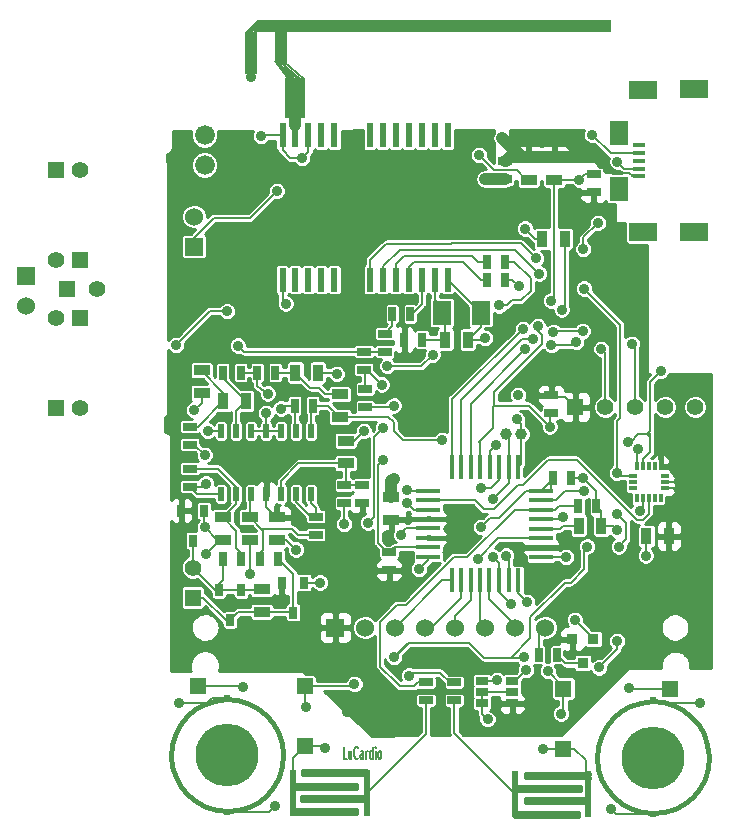
<source format=gtl>
G04 (created by PCBNEW-RS274X (2012-jan-04)-stable) date lun 03 giu 2013 23:00:55 CEST*
G01*
G70*
G90*
%MOIN*%
G04 Gerber Fmt 3.4, Leading zero omitted, Abs format*
%FSLAX34Y34*%
G04 APERTURE LIST*
%ADD10C,0.006000*%
%ADD11C,0.005200*%
%ADD12C,0.015000*%
%ADD13C,0.039400*%
%ADD14C,0.007900*%
%ADD15R,0.020000X0.045000*%
%ADD16R,0.025000X0.045000*%
%ADD17R,0.045000X0.025000*%
%ADD18R,0.078700X0.017700*%
%ADD19R,0.017700X0.078700*%
%ADD20R,0.039400X0.027600*%
%ADD21R,0.036000X0.036000*%
%ADD22R,0.027600X0.039400*%
%ADD23R,0.055000X0.055000*%
%ADD24C,0.055000*%
%ADD25R,0.060000X0.060000*%
%ADD26C,0.060000*%
%ADD27R,0.060000X0.080000*%
%ADD28R,0.035000X0.055000*%
%ADD29R,0.055000X0.035000*%
%ADD30C,0.066000*%
%ADD31R,0.013800X0.027600*%
%ADD32R,0.027600X0.013800*%
%ADD33R,0.021700X0.078700*%
%ADD34R,0.065000X0.132900*%
%ADD35R,0.039400X0.141700*%
%ADD36R,1.141800X0.039400*%
%ADD37C,0.039400*%
%ADD38R,0.094500X0.063000*%
%ADD39R,0.059100X0.078700*%
%ADD40R,0.041300X0.015700*%
%ADD41R,0.020400X0.157500*%
%ADD42C,0.209400*%
%ADD43R,0.020400X0.020400*%
%ADD44C,0.035000*%
%ADD45C,0.008000*%
%ADD46C,0.010000*%
G04 APERTURE END LIST*
G54D10*
G54D11*
X11468Y-25361D02*
X11370Y-25361D01*
X11370Y-24955D01*
X11625Y-25091D02*
X11625Y-25361D01*
X11537Y-25091D02*
X11537Y-25303D01*
X11547Y-25342D01*
X11566Y-25361D01*
X11596Y-25361D01*
X11616Y-25342D01*
X11625Y-25323D01*
X11841Y-25323D02*
X11831Y-25342D01*
X11802Y-25361D01*
X11782Y-25361D01*
X11752Y-25342D01*
X11733Y-25303D01*
X11723Y-25265D01*
X11713Y-25187D01*
X11713Y-25129D01*
X11723Y-25052D01*
X11733Y-25013D01*
X11752Y-24975D01*
X11782Y-24955D01*
X11802Y-24955D01*
X11831Y-24975D01*
X11841Y-24994D01*
X12017Y-25361D02*
X12017Y-25149D01*
X12008Y-25110D01*
X11988Y-25091D01*
X11949Y-25091D01*
X11929Y-25110D01*
X12017Y-25342D02*
X11998Y-25361D01*
X11949Y-25361D01*
X11929Y-25342D01*
X11919Y-25303D01*
X11919Y-25265D01*
X11929Y-25226D01*
X11949Y-25207D01*
X11998Y-25207D01*
X12017Y-25187D01*
X12115Y-25361D02*
X12115Y-25091D01*
X12115Y-25168D02*
X12125Y-25129D01*
X12135Y-25110D01*
X12154Y-25091D01*
X12174Y-25091D01*
X12331Y-25361D02*
X12331Y-24955D01*
X12331Y-25342D02*
X12312Y-25361D01*
X12272Y-25361D01*
X12253Y-25342D01*
X12243Y-25323D01*
X12233Y-25284D01*
X12233Y-25168D01*
X12243Y-25129D01*
X12253Y-25110D01*
X12272Y-25091D01*
X12312Y-25091D01*
X12331Y-25110D01*
X12429Y-25361D02*
X12429Y-25091D01*
X12429Y-24955D02*
X12419Y-24975D01*
X12429Y-24994D01*
X12439Y-24975D01*
X12429Y-24955D01*
X12429Y-24994D01*
X12556Y-25361D02*
X12537Y-25342D01*
X12527Y-25323D01*
X12517Y-25284D01*
X12517Y-25168D01*
X12527Y-25129D01*
X12537Y-25110D01*
X12556Y-25091D01*
X12586Y-25091D01*
X12606Y-25110D01*
X12615Y-25129D01*
X12625Y-25168D01*
X12625Y-25284D01*
X12615Y-25323D01*
X12606Y-25342D01*
X12586Y-25361D01*
X12556Y-25361D01*
G54D12*
X08697Y-00842D02*
X08894Y-00803D01*
X08894Y-00803D02*
X08658Y-00803D01*
X08658Y-00803D02*
X08894Y-01039D01*
X08894Y-01039D02*
X08697Y-01039D01*
X08697Y-01039D02*
X08933Y-00842D01*
X08422Y-01039D02*
X08658Y-01039D01*
X08658Y-01039D02*
X08658Y-00803D01*
X08658Y-00803D02*
X08500Y-00803D01*
X08500Y-00803D02*
X08422Y-01000D01*
X08422Y-01000D02*
X08579Y-00921D01*
X09366Y-02141D02*
X09366Y-01039D01*
X09248Y-01118D02*
X09248Y-02102D01*
X09130Y-02102D02*
X09130Y-01000D01*
G54D13*
X09760Y-04228D02*
X09760Y-03598D01*
G54D14*
X08500Y-00764D02*
X08107Y-01157D01*
X08107Y-01157D02*
X08500Y-00882D01*
X08500Y-00882D02*
X08225Y-01157D01*
X08225Y-01157D02*
X08461Y-01000D01*
X08461Y-01000D02*
X08382Y-01157D01*
X08382Y-01157D02*
X08500Y-01000D01*
X10036Y-02693D02*
X09327Y-02102D01*
X09327Y-02102D02*
X09091Y-02102D01*
X09091Y-02102D02*
X09563Y-02771D01*
X09563Y-02771D02*
X09918Y-02693D01*
X09918Y-02693D02*
X09209Y-02102D01*
X09209Y-02102D02*
X09170Y-02102D01*
X09170Y-02102D02*
X09603Y-02732D01*
X09603Y-02732D02*
X09800Y-02653D01*
X09800Y-02653D02*
X09288Y-02260D01*
X09288Y-02260D02*
X09642Y-02653D01*
X09642Y-02653D02*
X09721Y-02614D01*
X09721Y-02614D02*
X09603Y-02535D01*
G54D12*
X18878Y-27160D02*
X19178Y-27160D01*
X19178Y-27160D02*
X19178Y-27260D01*
X19178Y-27260D02*
X17078Y-27260D01*
X18928Y-26410D02*
X18928Y-26360D01*
X18928Y-26310D02*
X19228Y-26310D01*
X19228Y-26310D02*
X19228Y-26410D01*
X19228Y-26410D02*
X18928Y-26410D01*
X17678Y-25960D02*
X17428Y-25960D01*
X17428Y-25960D02*
X17428Y-25860D01*
X17428Y-25860D02*
X17728Y-25860D01*
X17728Y-26810D02*
X17428Y-26810D01*
X17428Y-26810D02*
X17428Y-26710D01*
X17428Y-26710D02*
X17728Y-26710D01*
X19528Y-26010D02*
X19478Y-25960D01*
X19478Y-25960D02*
X17678Y-25960D01*
X17678Y-25960D02*
X17678Y-25860D01*
X17678Y-25860D02*
X19528Y-25860D01*
X18878Y-26310D02*
X17128Y-26310D01*
X17128Y-26310D02*
X17128Y-26410D01*
X17128Y-26410D02*
X18928Y-26410D01*
X18928Y-26410D02*
X18928Y-26310D01*
X19428Y-26710D02*
X17728Y-26710D01*
X17728Y-26710D02*
X17728Y-26810D01*
X17728Y-26810D02*
X19428Y-26810D01*
X18878Y-27210D02*
X17078Y-27210D01*
X17078Y-27210D02*
X17078Y-27160D01*
X17078Y-27160D02*
X18878Y-27160D01*
X10322Y-25876D02*
X10022Y-25876D01*
X10022Y-25876D02*
X10022Y-25776D01*
X10022Y-25776D02*
X12122Y-25776D01*
X10272Y-26626D02*
X10272Y-26676D01*
X10272Y-26726D02*
X09972Y-26726D01*
X09972Y-26726D02*
X09972Y-26626D01*
X09972Y-26626D02*
X10272Y-26626D01*
X11522Y-27076D02*
X11772Y-27076D01*
X11772Y-27076D02*
X11772Y-27176D01*
X11772Y-27176D02*
X11472Y-27176D01*
X11472Y-26226D02*
X11772Y-26226D01*
X11772Y-26226D02*
X11772Y-26326D01*
X11772Y-26326D02*
X11472Y-26326D01*
X09672Y-27026D02*
X09722Y-27076D01*
X09722Y-27076D02*
X11522Y-27076D01*
X11522Y-27076D02*
X11522Y-27176D01*
X11522Y-27176D02*
X09672Y-27176D01*
X10322Y-26726D02*
X12072Y-26726D01*
X12072Y-26726D02*
X12072Y-26626D01*
X12072Y-26626D02*
X10272Y-26626D01*
X10272Y-26626D02*
X10272Y-26726D01*
X09772Y-26326D02*
X11472Y-26326D01*
X11472Y-26326D02*
X11472Y-26226D01*
X11472Y-26226D02*
X09772Y-26226D01*
X10322Y-25826D02*
X12122Y-25826D01*
X12122Y-25826D02*
X12122Y-25876D01*
X12122Y-25876D02*
X10322Y-25876D01*
X23539Y-25307D02*
X23503Y-25669D01*
X23398Y-26018D01*
X23227Y-26339D01*
X22997Y-26621D01*
X22716Y-26853D01*
X22396Y-27027D01*
X22048Y-27134D01*
X21686Y-27172D01*
X21324Y-27139D01*
X20974Y-27037D01*
X20652Y-26868D01*
X20368Y-26640D01*
X20134Y-26361D01*
X19958Y-26042D01*
X19848Y-25694D01*
X19808Y-25333D01*
X19838Y-24971D01*
X19939Y-24621D01*
X20105Y-24297D01*
X20331Y-24011D01*
X20609Y-23775D01*
X20926Y-23598D01*
X21273Y-23485D01*
X21634Y-23442D01*
X21997Y-23470D01*
X22347Y-23568D01*
X22672Y-23732D01*
X22959Y-23956D01*
X23197Y-24232D01*
X23377Y-24549D01*
X23492Y-24894D01*
X23538Y-25255D01*
X23539Y-25307D01*
X09350Y-25240D02*
X09314Y-25602D01*
X09209Y-25951D01*
X09038Y-26272D01*
X08808Y-26554D01*
X08527Y-26786D01*
X08207Y-26960D01*
X07859Y-27067D01*
X07497Y-27105D01*
X07135Y-27072D01*
X06785Y-26970D01*
X06463Y-26801D01*
X06179Y-26573D01*
X05945Y-26294D01*
X05769Y-25975D01*
X05659Y-25627D01*
X05619Y-25266D01*
X05649Y-24904D01*
X05750Y-24554D01*
X05916Y-24230D01*
X06142Y-23944D01*
X06420Y-23708D01*
X06737Y-23531D01*
X07084Y-23418D01*
X07445Y-23375D01*
X07808Y-23403D01*
X08158Y-23501D01*
X08483Y-23665D01*
X08770Y-23889D01*
X09008Y-24165D01*
X09188Y-24482D01*
X09303Y-24827D01*
X09349Y-25188D01*
X09350Y-25240D01*
G54D15*
X07283Y-16534D03*
X07783Y-16534D03*
X08283Y-16534D03*
X08783Y-16534D03*
X09283Y-16534D03*
X09783Y-16534D03*
X10283Y-16534D03*
X10283Y-14434D03*
X09783Y-14434D03*
X09283Y-14434D03*
X08783Y-14434D03*
X08283Y-14434D03*
X07783Y-14434D03*
X07283Y-14434D03*
G54D16*
X09733Y-13584D03*
X10333Y-13584D03*
X07933Y-12484D03*
X07333Y-12484D03*
G54D17*
X06233Y-14284D03*
X06233Y-14884D03*
G54D16*
X08483Y-12484D03*
X09083Y-12484D03*
G54D18*
X14187Y-18627D03*
X14187Y-18312D03*
X14187Y-17997D03*
X14187Y-17682D03*
X14187Y-17367D03*
X14187Y-17052D03*
X14187Y-16737D03*
X14187Y-16422D03*
X17953Y-16424D03*
X17953Y-18634D03*
X17953Y-18314D03*
X17953Y-17994D03*
X17953Y-17684D03*
X17953Y-17364D03*
X17953Y-17054D03*
X17953Y-16734D03*
G54D19*
X14971Y-15634D03*
X15285Y-15634D03*
X15601Y-15634D03*
X15915Y-15634D03*
X16231Y-15634D03*
X16545Y-15634D03*
X16861Y-15634D03*
X17175Y-15634D03*
X14973Y-19414D03*
X15283Y-19414D03*
X15603Y-19414D03*
X15913Y-19414D03*
X16223Y-19414D03*
X16543Y-19414D03*
X16863Y-19414D03*
X17183Y-19414D03*
G54D16*
X07333Y-18684D03*
X07933Y-18684D03*
G54D17*
X12083Y-13034D03*
X12083Y-13634D03*
G54D16*
X08583Y-18684D03*
X09183Y-18684D03*
G54D17*
X06233Y-16284D03*
X06233Y-15684D03*
X12033Y-11784D03*
X12033Y-12384D03*
X11983Y-16834D03*
X11983Y-16234D03*
X11383Y-16234D03*
X11383Y-16834D03*
X18283Y-13834D03*
X18283Y-13234D03*
X15058Y-22809D03*
X15058Y-23409D03*
X14110Y-23414D03*
X14110Y-22814D03*
G54D20*
X16983Y-22759D03*
X16983Y-23134D03*
X16983Y-23509D03*
X15983Y-23509D03*
X15983Y-23134D03*
X15983Y-22759D03*
G54D21*
X18988Y-21368D03*
X19688Y-21368D03*
X19338Y-22168D03*
G54D22*
X06333Y-18084D03*
X05958Y-17084D03*
X06708Y-17084D03*
X09683Y-20484D03*
X09308Y-19484D03*
X10058Y-19484D03*
X07583Y-20734D03*
X07208Y-19734D03*
X07958Y-19734D03*
G54D17*
X10433Y-17884D03*
X10433Y-17284D03*
G54D23*
X06333Y-19984D03*
G54D24*
X06333Y-18984D03*
G54D23*
X19083Y-13634D03*
G54D24*
X20083Y-13634D03*
X21083Y-13634D03*
X22083Y-13634D03*
X23083Y-13634D03*
G54D16*
X18933Y-15984D03*
X18333Y-15984D03*
X19783Y-16934D03*
X19183Y-16934D03*
G54D25*
X06383Y-08284D03*
G54D26*
X06383Y-07284D03*
G54D27*
X14633Y-10484D03*
X15933Y-10484D03*
G54D28*
X22208Y-17934D03*
X21458Y-17934D03*
X15508Y-11384D03*
X14758Y-11384D03*
G54D29*
X17533Y-06059D03*
X17533Y-05309D03*
X11433Y-15509D03*
X11433Y-14759D03*
X09133Y-17309D03*
X09133Y-18059D03*
X18383Y-06059D03*
X18383Y-05309D03*
G54D16*
X18461Y-21886D03*
X17861Y-21886D03*
X13983Y-11384D03*
X13383Y-11384D03*
G54D17*
X16733Y-05434D03*
X16733Y-06034D03*
X12733Y-11784D03*
X12733Y-11184D03*
G54D16*
X12983Y-10534D03*
X13583Y-10534D03*
G54D17*
X19696Y-05881D03*
X19696Y-06481D03*
G54D23*
X02586Y-08743D03*
G54D24*
X02586Y-05743D03*
G54D23*
X01786Y-05743D03*
G54D24*
X01786Y-08743D03*
G54D23*
X02586Y-10682D03*
G54D24*
X02586Y-13682D03*
G54D23*
X01786Y-13682D03*
G54D24*
X01786Y-10682D03*
G54D29*
X08633Y-20459D03*
X08633Y-19709D03*
G54D28*
X08108Y-13434D03*
X07358Y-13434D03*
X10508Y-12484D03*
X09758Y-12484D03*
G54D29*
X07333Y-17309D03*
X07333Y-18059D03*
X08233Y-17309D03*
X08233Y-18059D03*
X12956Y-16649D03*
X12956Y-17399D03*
G54D28*
X19958Y-17584D03*
X19208Y-17584D03*
G54D29*
X11233Y-13209D03*
X11233Y-13959D03*
X06633Y-13159D03*
X06633Y-12409D03*
G54D28*
X17991Y-08032D03*
X18741Y-08032D03*
G54D30*
X06732Y-04563D03*
X06732Y-05563D03*
G54D23*
X02145Y-09708D03*
G54D24*
X03145Y-09708D03*
G54D31*
X21927Y-16665D03*
X21730Y-16665D03*
X21533Y-16665D03*
X21336Y-16665D03*
X21139Y-16665D03*
G54D32*
X21002Y-16331D03*
X21002Y-16134D03*
X21002Y-15937D03*
G54D31*
X21139Y-15603D03*
X21336Y-15603D03*
X21533Y-15603D03*
X21730Y-15603D03*
X21927Y-15603D03*
G54D32*
X22064Y-15937D03*
X22064Y-16134D03*
X22064Y-16331D03*
G54D33*
X10193Y-04582D03*
X10626Y-04582D03*
X12240Y-04582D03*
X12674Y-04582D03*
X13540Y-04582D03*
X13973Y-04582D03*
X14406Y-04582D03*
X14839Y-04582D03*
X13107Y-04582D03*
X11059Y-04582D03*
X09760Y-04582D03*
X09327Y-04582D03*
X09327Y-09386D03*
X09760Y-09386D03*
X10193Y-09386D03*
X10626Y-09386D03*
X11059Y-09386D03*
X12242Y-09386D03*
X12675Y-09386D03*
X13108Y-09386D03*
X13541Y-09386D03*
X13974Y-09386D03*
X14406Y-09386D03*
X14839Y-09386D03*
G54D34*
X09760Y-03323D03*
G54D35*
X08264Y-01827D03*
G54D36*
X14563Y-00921D03*
G54D37*
X16779Y-14536D03*
X17283Y-14534D03*
G54D16*
X16744Y-08784D03*
X16144Y-08784D03*
X16740Y-09386D03*
X16140Y-09386D03*
G54D25*
X11083Y-20984D03*
G54D26*
X12083Y-20984D03*
X13083Y-20984D03*
X14083Y-20984D03*
X15083Y-20984D03*
X16083Y-20984D03*
X17083Y-20984D03*
X18083Y-20984D03*
G54D17*
X12877Y-19080D03*
X12877Y-18480D03*
G54D25*
X00790Y-09279D03*
G54D26*
X00790Y-10279D03*
G54D38*
X23047Y-03047D03*
X23047Y-07791D03*
X21354Y-07791D03*
X21354Y-03067D03*
G54D39*
X20527Y-06354D03*
X20527Y-04504D03*
G54D40*
X21197Y-05429D03*
X21197Y-05685D03*
X21197Y-05173D03*
X21197Y-04917D03*
X21197Y-05941D03*
G54D41*
X17070Y-26528D03*
X19511Y-26528D03*
X12130Y-26508D03*
X09689Y-26508D03*
G54D42*
X21692Y-25323D03*
G54D43*
X21673Y-23407D03*
X21673Y-27207D03*
G54D42*
X07484Y-25240D03*
G54D43*
X07484Y-23340D03*
X07484Y-27140D03*
G54D23*
X18673Y-25028D03*
X18692Y-23020D03*
X22255Y-23020D03*
X06503Y-22941D03*
X10086Y-24949D03*
X10066Y-22941D03*
G54D44*
X19783Y-19134D03*
X11233Y-11334D03*
X09233Y-20084D03*
X12169Y-17941D03*
X11492Y-23803D03*
X12834Y-17902D03*
X10583Y-20034D03*
X13283Y-13034D03*
X18533Y-19134D03*
X17133Y-14034D03*
X14633Y-14734D03*
X12683Y-14334D03*
X12183Y-17484D03*
X15833Y-18684D03*
X12633Y-12884D03*
X13483Y-16384D03*
X06783Y-16184D03*
X06733Y-15234D03*
X16333Y-16684D03*
X21433Y-18584D03*
X20263Y-27043D03*
X06733Y-17634D03*
X08614Y-04595D03*
X18683Y-17284D03*
X09086Y-26925D03*
X21183Y-15034D03*
X15883Y-05234D03*
X19333Y-15984D03*
X13283Y-17884D03*
X21233Y-17084D03*
X05866Y-23504D03*
X08233Y-19184D03*
X12033Y-14434D03*
X16083Y-11334D03*
X20483Y-17734D03*
X13031Y-16024D03*
X08283Y-02634D03*
X19649Y-04559D03*
X11383Y-17534D03*
X09783Y-18384D03*
X09433Y-10184D03*
X13033Y-13584D03*
X16161Y-24043D03*
X17183Y-13234D03*
X10583Y-19484D03*
X08783Y-13834D03*
X13483Y-16834D03*
X09983Y-05334D03*
X23232Y-23484D03*
X06783Y-18534D03*
X17483Y-20134D03*
X13883Y-19034D03*
X19066Y-20721D03*
X16783Y-18584D03*
X10759Y-25000D03*
X07484Y-25240D03*
X07472Y-10445D03*
X05783Y-11563D03*
X17413Y-07685D03*
X11133Y-12534D03*
X09283Y-13684D03*
X21692Y-25323D03*
X18023Y-25040D03*
X08833Y-13184D03*
X06833Y-14434D03*
X06383Y-13734D03*
X18233Y-14284D03*
X17833Y-10934D03*
X18633Y-10384D03*
X19952Y-11693D03*
X19114Y-11473D03*
X16539Y-10248D03*
X17413Y-11709D03*
X18291Y-11579D03*
X16483Y-22734D03*
X17883Y-09184D03*
X20833Y-14784D03*
X16433Y-14884D03*
X21933Y-12434D03*
X18783Y-18634D03*
X20483Y-17184D03*
X19870Y-22315D03*
X15933Y-16334D03*
X17775Y-08681D03*
X20483Y-21434D03*
X19383Y-09684D03*
X20533Y-18284D03*
X17437Y-22394D03*
X20483Y-15834D03*
X16333Y-18634D03*
X16933Y-20184D03*
X18358Y-11122D03*
X17673Y-11354D03*
X20972Y-11524D03*
X19330Y-11103D03*
X17196Y-09614D03*
X16653Y-04665D03*
X07833Y-11584D03*
X09133Y-06434D03*
X18169Y-22433D03*
X17374Y-21969D03*
X19483Y-18284D03*
X08003Y-22965D03*
X19383Y-16434D03*
X20874Y-23004D03*
X13043Y-21961D03*
X10122Y-23646D03*
X11724Y-22874D03*
X18614Y-23854D03*
X16083Y-06034D03*
X15933Y-17634D03*
X13533Y-22584D03*
X12822Y-12264D03*
X19842Y-07492D03*
X14334Y-11886D03*
X12685Y-15386D03*
X19354Y-08374D03*
X20492Y-05453D03*
X19220Y-06059D03*
X17333Y-11034D03*
X18283Y-10084D03*
G54D45*
X15083Y-20984D02*
X15083Y-20584D01*
X15603Y-20064D02*
X15603Y-19414D01*
X15083Y-20584D02*
X15603Y-20064D01*
X15913Y-20814D02*
X16083Y-20984D01*
X15913Y-19414D02*
X15913Y-20814D01*
X17333Y-16234D02*
X18183Y-15384D01*
X15736Y-16737D02*
X16033Y-17034D01*
X21333Y-17384D02*
X21533Y-17184D01*
X16033Y-17034D02*
X16383Y-17034D01*
X21133Y-17384D02*
X21333Y-17384D01*
X21533Y-17184D02*
X21533Y-16665D01*
X19133Y-15384D02*
X21133Y-17384D01*
X17183Y-16234D02*
X17333Y-16234D01*
X14187Y-16737D02*
X15736Y-16737D01*
X18183Y-15384D02*
X19133Y-15384D01*
X16383Y-17034D02*
X17183Y-16234D01*
X15283Y-19984D02*
X14283Y-20984D01*
X14283Y-20984D02*
X14083Y-20984D01*
X15283Y-19414D02*
X15283Y-19984D01*
X14973Y-19414D02*
X14653Y-19414D01*
X14653Y-19414D02*
X13083Y-20984D01*
X16223Y-20024D02*
X16223Y-19414D01*
X17083Y-20984D02*
X17083Y-20884D01*
X17083Y-20884D02*
X16223Y-20024D01*
X08783Y-16959D02*
X09133Y-17309D01*
X18933Y-18234D02*
X19133Y-18434D01*
X18603Y-18314D02*
X18683Y-18234D01*
X21927Y-15603D02*
X22452Y-15603D01*
X09308Y-19484D02*
X09308Y-20009D01*
X19083Y-13634D02*
X18733Y-13284D01*
X19133Y-18434D02*
X19133Y-18884D01*
X22530Y-16331D02*
X22064Y-16331D01*
X17953Y-18314D02*
X18603Y-18314D01*
X18683Y-18234D02*
X18933Y-18234D01*
X18333Y-13284D02*
X18283Y-13234D01*
X22533Y-15684D02*
X22533Y-16084D01*
X12956Y-17399D02*
X12956Y-17780D01*
X18883Y-19134D02*
X18533Y-19134D01*
X09308Y-20009D02*
X09233Y-20084D01*
X22452Y-15603D02*
X22533Y-15684D01*
X22483Y-16134D02*
X22064Y-16134D01*
X08783Y-16534D02*
X08783Y-16959D01*
X12956Y-17780D02*
X12834Y-17902D01*
X12169Y-17941D02*
X12177Y-17933D01*
X22533Y-16084D02*
X22533Y-16334D01*
X18733Y-13284D02*
X18333Y-13284D01*
X22533Y-16084D02*
X22483Y-16134D01*
X19133Y-18884D02*
X18883Y-19134D01*
X22530Y-16331D02*
X22533Y-16334D01*
X17283Y-14184D02*
X17133Y-14034D01*
X17283Y-15526D02*
X17175Y-15634D01*
X13333Y-14734D02*
X13033Y-14434D01*
X17283Y-14534D02*
X17283Y-14184D01*
X13033Y-14134D02*
X12858Y-13959D01*
X13033Y-14434D02*
X13033Y-14134D01*
X17283Y-14534D02*
X17283Y-15526D01*
X12858Y-13959D02*
X11233Y-13959D01*
X10283Y-13634D02*
X10333Y-13584D01*
X10858Y-13584D02*
X11233Y-13959D01*
X10333Y-13584D02*
X10858Y-13584D01*
X14633Y-14734D02*
X13333Y-14734D01*
X10283Y-14434D02*
X10283Y-13634D01*
X12083Y-13034D02*
X12083Y-12434D01*
X12183Y-17484D02*
X12383Y-17284D01*
X12633Y-12884D02*
X12133Y-12384D01*
X12383Y-14634D02*
X12683Y-14334D01*
X17953Y-17994D02*
X16523Y-17994D01*
X16523Y-17994D02*
X15833Y-18684D01*
X12383Y-17284D02*
X12383Y-14634D01*
X12083Y-12434D02*
X12033Y-12384D01*
X12133Y-12384D02*
X12033Y-12384D01*
X13483Y-16384D02*
X13521Y-16422D01*
X13521Y-16422D02*
X14187Y-16422D01*
X16861Y-14618D02*
X16779Y-14536D01*
X16861Y-15634D02*
X16861Y-16156D01*
X06483Y-16534D02*
X06233Y-16284D01*
X16861Y-15634D02*
X16861Y-14618D01*
X07283Y-16534D02*
X06483Y-16534D01*
X06683Y-16284D02*
X06233Y-16284D01*
X06233Y-14884D02*
X06383Y-14884D01*
X06383Y-14884D02*
X06733Y-15234D01*
X06783Y-16184D02*
X06683Y-16284D01*
X16861Y-16156D02*
X16333Y-16684D01*
X21673Y-23407D02*
X21789Y-23407D01*
X13701Y-17052D02*
X13483Y-16834D01*
X07158Y-18059D02*
X06733Y-17634D01*
X21673Y-27207D02*
X20427Y-27207D01*
X12983Y-13634D02*
X13033Y-13584D01*
X21458Y-18559D02*
X21433Y-18584D01*
X20427Y-27207D02*
X20263Y-27043D01*
X06708Y-17609D02*
X06733Y-17634D01*
X21789Y-23407D02*
X21866Y-23484D01*
X07484Y-23340D02*
X06987Y-23340D01*
X19958Y-17584D02*
X19958Y-17109D01*
G54D13*
X12956Y-16649D02*
X12956Y-16099D01*
G54D45*
X15983Y-23509D02*
X16008Y-23509D01*
X15508Y-11384D02*
X16033Y-11384D01*
X17533Y-06059D02*
X17458Y-06059D01*
X20263Y-05173D02*
X19649Y-04559D01*
X21139Y-15603D02*
X21139Y-15078D01*
X08871Y-27140D02*
X09086Y-26925D01*
X14187Y-17052D02*
X13701Y-17052D01*
X13283Y-17834D02*
X13283Y-17884D01*
X09327Y-10078D02*
X09327Y-09386D01*
X07333Y-18059D02*
X07258Y-18059D01*
X06823Y-23504D02*
X05866Y-23504D01*
X14839Y-09390D02*
X15933Y-10484D01*
X08783Y-14434D02*
X09283Y-14434D01*
X17133Y-05734D02*
X16383Y-05734D01*
G54D13*
X12956Y-16099D02*
X13031Y-16024D01*
G54D45*
X21139Y-15078D02*
X21183Y-15034D01*
X14187Y-17682D02*
X13435Y-17682D01*
X12083Y-13634D02*
X12983Y-13634D01*
X21866Y-23484D02*
X23232Y-23484D01*
X20333Y-17584D02*
X20483Y-17734D01*
X10058Y-19484D02*
X10583Y-19484D01*
X16383Y-05734D02*
X15883Y-05234D01*
X09327Y-04378D02*
X09327Y-04582D01*
X11708Y-14759D02*
X11433Y-14759D01*
X07258Y-18059D02*
X06783Y-18534D01*
X09133Y-18059D02*
X09458Y-18059D01*
X19783Y-16934D02*
X19783Y-16434D01*
X19958Y-17584D02*
X20333Y-17584D01*
X06708Y-17609D02*
X06708Y-17084D01*
X15983Y-23134D02*
X15983Y-23509D01*
X21336Y-16981D02*
X21233Y-17084D01*
X21197Y-05173D02*
X20263Y-05173D01*
X15983Y-23509D02*
X15983Y-23865D01*
X16033Y-11384D02*
X16083Y-11334D01*
X06987Y-23340D02*
X06823Y-23504D01*
X18603Y-17364D02*
X18683Y-17284D01*
X19958Y-17109D02*
X19783Y-16934D01*
X09458Y-18059D02*
X09783Y-18384D01*
X19783Y-16434D02*
X19333Y-15984D01*
X07484Y-27140D02*
X08871Y-27140D01*
X15983Y-23865D02*
X16161Y-24043D01*
X09327Y-04582D02*
X09327Y-05076D01*
X11383Y-16834D02*
X11383Y-17534D01*
X08627Y-04582D02*
X08614Y-04595D01*
X09433Y-10184D02*
X09327Y-10078D01*
X09327Y-05076D02*
X09585Y-05334D01*
X17458Y-06059D02*
X17133Y-05734D01*
X08783Y-14434D02*
X08783Y-13834D01*
X16983Y-23134D02*
X15983Y-23134D01*
X10193Y-05124D02*
X10193Y-04582D01*
X08264Y-02615D02*
X08283Y-02634D01*
X08233Y-18059D02*
X08233Y-19184D01*
X08264Y-02615D02*
X08264Y-01827D01*
X15933Y-10959D02*
X15508Y-11384D01*
X08283Y-14434D02*
X08783Y-14434D01*
X17953Y-17364D02*
X18603Y-17364D01*
X15933Y-10484D02*
X15933Y-10959D01*
X13435Y-17682D02*
X13283Y-17834D01*
X19333Y-15984D02*
X18933Y-15984D01*
X21336Y-16665D02*
X21336Y-16981D01*
X09327Y-04582D02*
X08627Y-04582D01*
X12033Y-14434D02*
X11708Y-14759D01*
X07333Y-18059D02*
X07158Y-18059D01*
X09585Y-05334D02*
X09983Y-05334D01*
X14839Y-09386D02*
X14839Y-09390D01*
X21458Y-17934D02*
X21458Y-18559D01*
X10193Y-05124D02*
X09983Y-05334D01*
X17483Y-20134D02*
X17183Y-19834D01*
X17183Y-19834D02*
X17183Y-19414D01*
X19688Y-21368D02*
X19688Y-21343D01*
X14187Y-18730D02*
X13883Y-19034D01*
X14187Y-18627D02*
X14187Y-18730D01*
X19688Y-21343D02*
X19066Y-20721D01*
X16783Y-18584D02*
X16863Y-18664D01*
X16863Y-18664D02*
X16863Y-19414D01*
X19058Y-17584D02*
X18983Y-17584D01*
X18983Y-17584D02*
X18683Y-17584D01*
X19208Y-17584D02*
X18983Y-17584D01*
X18583Y-17684D02*
X17953Y-17684D01*
X18683Y-17584D02*
X18583Y-17684D01*
X09689Y-25346D02*
X10086Y-24949D01*
X10086Y-24949D02*
X10708Y-24949D01*
X06775Y-25240D02*
X06484Y-24949D01*
X07484Y-25240D02*
X06775Y-25240D01*
X06775Y-25240D02*
X06484Y-24949D01*
X06484Y-24949D02*
X07484Y-25240D01*
X09689Y-26508D02*
X09689Y-25346D01*
X10759Y-25000D02*
X10708Y-24949D01*
X07460Y-10433D02*
X07472Y-10445D01*
X06913Y-10433D02*
X07460Y-10433D01*
X05783Y-11563D02*
X06913Y-10433D01*
X15657Y-08587D02*
X13385Y-08587D01*
X13108Y-08864D02*
X13108Y-09386D01*
X13385Y-08587D02*
X13108Y-08864D01*
X15854Y-08784D02*
X15657Y-08587D01*
X16144Y-08784D02*
X15854Y-08784D01*
X12983Y-10534D02*
X12983Y-10934D01*
X12983Y-10934D02*
X12733Y-11184D01*
X13583Y-10534D02*
X13633Y-10534D01*
X13633Y-10534D02*
X13974Y-10193D01*
X13974Y-10193D02*
X13974Y-09386D01*
X14110Y-24528D02*
X12130Y-26508D01*
X14110Y-23414D02*
X14110Y-24528D01*
X15058Y-23409D02*
X15058Y-24516D01*
X15058Y-24516D02*
X17070Y-26528D01*
X08608Y-17684D02*
X08233Y-17309D01*
X09633Y-17684D02*
X08608Y-17684D01*
X08583Y-18684D02*
X08583Y-18484D01*
X09833Y-17884D02*
X09633Y-17684D01*
X10433Y-17884D02*
X09833Y-17884D01*
X08583Y-18484D02*
X08683Y-18384D01*
X08233Y-16584D02*
X08283Y-16534D01*
X08233Y-17309D02*
X08233Y-16584D01*
X08683Y-18384D02*
X08683Y-17759D01*
X08683Y-17759D02*
X08233Y-17309D01*
X17991Y-08032D02*
X17760Y-08032D01*
X17760Y-08032D02*
X17413Y-07685D01*
X06233Y-14284D02*
X06508Y-14284D01*
X06633Y-12409D02*
X06633Y-12434D01*
X06508Y-14284D02*
X07358Y-13434D01*
X06633Y-12434D02*
X07358Y-13159D01*
X07358Y-13159D02*
X07358Y-13434D01*
X10283Y-17284D02*
X10433Y-17284D01*
X09783Y-16534D02*
X09783Y-16784D01*
X09783Y-16784D02*
X10283Y-17284D01*
X10433Y-16984D02*
X10283Y-16834D01*
X10433Y-17284D02*
X10433Y-16984D01*
X10283Y-16834D02*
X10283Y-16534D01*
X07208Y-19534D02*
X07233Y-19509D01*
X07083Y-19734D02*
X06333Y-18984D01*
X06333Y-18084D02*
X06333Y-18984D01*
X07233Y-19484D02*
X07233Y-19509D01*
X07233Y-19509D02*
X07208Y-19534D01*
X08608Y-19734D02*
X08633Y-19709D01*
X07333Y-18684D02*
X07333Y-19409D01*
X07208Y-19734D02*
X07958Y-19734D01*
X07958Y-19734D02*
X08608Y-19734D01*
X07208Y-19734D02*
X07208Y-19534D01*
X07233Y-19509D02*
X07233Y-19484D01*
X07208Y-19734D02*
X07083Y-19734D01*
X07333Y-19409D02*
X07233Y-19509D01*
X11233Y-13209D02*
X10758Y-13209D01*
X10758Y-13209D02*
X10533Y-12984D01*
X10258Y-12984D02*
X09758Y-12484D01*
X09083Y-12484D02*
X09758Y-12484D01*
X10533Y-12984D02*
X10258Y-12984D01*
X09733Y-14384D02*
X09783Y-14434D01*
X11083Y-12484D02*
X11133Y-12534D01*
X10508Y-12484D02*
X11083Y-12484D01*
X09283Y-13684D02*
X09383Y-13584D01*
X09383Y-13584D02*
X09733Y-13584D01*
X09733Y-13584D02*
X09733Y-14384D01*
X07333Y-12659D02*
X08108Y-13434D01*
X07783Y-13759D02*
X08108Y-13434D01*
X07333Y-12484D02*
X07333Y-12659D01*
X07783Y-14434D02*
X07783Y-13759D01*
X07933Y-18684D02*
X07933Y-18484D01*
X07783Y-17759D02*
X07333Y-17309D01*
X07783Y-16284D02*
X07783Y-16534D01*
X06233Y-15684D02*
X07183Y-15684D01*
X07183Y-15684D02*
X07783Y-16284D01*
X07783Y-16859D02*
X07333Y-17309D01*
X07783Y-18334D02*
X07783Y-17759D01*
X07933Y-18484D02*
X07783Y-18334D01*
X07783Y-16534D02*
X07783Y-16859D01*
X15952Y-09386D02*
X16140Y-09386D01*
X15357Y-08791D02*
X15952Y-09386D01*
X13712Y-08791D02*
X15357Y-08791D01*
X13541Y-08962D02*
X13712Y-08791D01*
X13541Y-09386D02*
X13541Y-08962D01*
X19429Y-26446D02*
X19511Y-26528D01*
X18673Y-25028D02*
X19058Y-25028D01*
X19058Y-25028D02*
X19429Y-25399D01*
X18023Y-25040D02*
X18035Y-25028D01*
X19429Y-25399D02*
X19429Y-26446D01*
X18673Y-25028D02*
X18035Y-25028D01*
X19338Y-22168D02*
X18907Y-22168D01*
X18758Y-22183D02*
X18461Y-21886D01*
X18907Y-22168D02*
X18892Y-22183D01*
X18892Y-22183D02*
X18758Y-22183D01*
X19341Y-22183D02*
X18758Y-22183D01*
X17861Y-21886D02*
X17861Y-21206D01*
X17861Y-21206D02*
X18083Y-20984D01*
X08633Y-20459D02*
X08633Y-20334D01*
X09683Y-19184D02*
X09683Y-20484D01*
X09183Y-18684D02*
X09683Y-19184D01*
X07433Y-20734D02*
X06683Y-19984D01*
X07858Y-20459D02*
X07583Y-20734D01*
X09658Y-20459D02*
X09683Y-20484D01*
X08633Y-20459D02*
X07858Y-20459D01*
X06683Y-19984D02*
X06333Y-19984D01*
X08633Y-20459D02*
X09658Y-20459D01*
X07583Y-20734D02*
X07433Y-20734D01*
X14406Y-10057D02*
X14406Y-09386D01*
X14758Y-11384D02*
X14758Y-10609D01*
X14758Y-10609D02*
X14633Y-10484D01*
X14633Y-10284D02*
X14406Y-10057D01*
X13983Y-11384D02*
X14758Y-11384D01*
X14633Y-10484D02*
X14633Y-10284D01*
X06633Y-13159D02*
X06633Y-13484D01*
X08833Y-13184D02*
X08483Y-12934D01*
X06633Y-13484D02*
X06383Y-13734D01*
X08483Y-12484D02*
X07933Y-12484D01*
X08483Y-12934D02*
X08483Y-12484D01*
X06833Y-14434D02*
X07283Y-14434D01*
X17833Y-10934D02*
X17833Y-11084D01*
X17533Y-13584D02*
X16383Y-13584D01*
X17983Y-11534D02*
X16383Y-13134D01*
X16383Y-13134D02*
X16383Y-13584D01*
X17983Y-11234D02*
X17983Y-11534D01*
X15915Y-14816D02*
X15883Y-14784D01*
X17833Y-11084D02*
X17983Y-11234D01*
X18757Y-10260D02*
X18757Y-08048D01*
X18758Y-10259D02*
X18757Y-10260D01*
X18233Y-14284D02*
X17533Y-13584D01*
X16333Y-14334D02*
X15883Y-14784D01*
X16383Y-13584D02*
X16333Y-13584D01*
X15915Y-15634D02*
X15915Y-14816D01*
X18757Y-10260D02*
X18633Y-10384D01*
X18757Y-08048D02*
X18741Y-08032D01*
X16333Y-13584D02*
X16333Y-14334D01*
X18233Y-13884D02*
X18283Y-13834D01*
X18233Y-14284D02*
X18233Y-13884D01*
X18291Y-11579D02*
X18275Y-11579D01*
X16803Y-10248D02*
X16539Y-10248D01*
X19952Y-11693D02*
X20083Y-11824D01*
X17602Y-09752D02*
X17291Y-10063D01*
X19008Y-11579D02*
X18291Y-11579D01*
X20083Y-13634D02*
X20083Y-11824D01*
X19114Y-11473D02*
X19008Y-11579D01*
X17602Y-09343D02*
X17602Y-09752D01*
X17043Y-08784D02*
X17602Y-09343D01*
X16744Y-08784D02*
X17043Y-08784D01*
X17291Y-10063D02*
X16988Y-10063D01*
X16988Y-10063D02*
X16803Y-10248D01*
X15601Y-13521D02*
X17413Y-11709D01*
X15601Y-15634D02*
X15601Y-13521D01*
X21583Y-12784D02*
X21933Y-12434D01*
X21583Y-15134D02*
X21583Y-14484D01*
X20933Y-14784D02*
X21183Y-14534D01*
X16231Y-15086D02*
X16433Y-14884D01*
X21336Y-15381D02*
X21583Y-15134D01*
X21583Y-13234D02*
X21583Y-14434D01*
X21483Y-14534D02*
X21583Y-14634D01*
X21583Y-14434D02*
X21483Y-14534D01*
X21583Y-13234D02*
X21583Y-12784D01*
X12675Y-08942D02*
X13233Y-08384D01*
X21583Y-14634D02*
X21583Y-15134D01*
X13233Y-08384D02*
X17083Y-08384D01*
X20833Y-14784D02*
X20933Y-14784D01*
X21583Y-13234D02*
X21583Y-14434D01*
X16231Y-15634D02*
X16231Y-15086D01*
X21183Y-14534D02*
X21483Y-14534D01*
X21336Y-15381D02*
X21336Y-15603D01*
X16458Y-22759D02*
X15983Y-22759D01*
X21583Y-15134D02*
X21336Y-15381D01*
X21336Y-15603D02*
X21336Y-15381D01*
X16483Y-22734D02*
X16458Y-22759D01*
X12675Y-08942D02*
X12675Y-09386D01*
X17083Y-08384D02*
X17883Y-09184D01*
X18783Y-18634D02*
X17953Y-18634D01*
X20483Y-14084D02*
X20583Y-13984D01*
X20583Y-10884D02*
X19383Y-09684D01*
X20783Y-18034D02*
X20533Y-18284D01*
X16545Y-16072D02*
X16283Y-16334D01*
X17102Y-08181D02*
X17275Y-08181D01*
X17072Y-22759D02*
X16983Y-22759D01*
X16283Y-16334D02*
X15933Y-16334D01*
X20483Y-15834D02*
X20586Y-15937D01*
X20483Y-15834D02*
X20483Y-14084D01*
X20583Y-13984D02*
X20583Y-10884D01*
X17102Y-08181D02*
X12783Y-08184D01*
X12783Y-08184D02*
X12242Y-08725D01*
X12242Y-08725D02*
X12242Y-09386D01*
X20483Y-21702D02*
X19870Y-22315D01*
X20586Y-15937D02*
X21002Y-15937D01*
X20783Y-17484D02*
X20783Y-18034D01*
X20783Y-17484D02*
X20483Y-17184D01*
X16545Y-15634D02*
X16545Y-16072D01*
X17437Y-22394D02*
X17072Y-22759D01*
X17275Y-08181D02*
X17775Y-08681D01*
X20483Y-21434D02*
X20483Y-21702D01*
X16543Y-18844D02*
X16543Y-19414D01*
X16543Y-19414D02*
X16543Y-19794D01*
X16333Y-18634D02*
X16543Y-18844D01*
X16543Y-19794D02*
X16933Y-20184D01*
X18358Y-11122D02*
X18377Y-11103D01*
X18377Y-11103D02*
X19330Y-11103D01*
X21083Y-13634D02*
X21083Y-11635D01*
X21083Y-11635D02*
X20972Y-11524D01*
X17649Y-11378D02*
X17319Y-11378D01*
X15285Y-13412D02*
X15285Y-15634D01*
X17673Y-11354D02*
X17649Y-11378D01*
X16740Y-09386D02*
X16968Y-09386D01*
X17319Y-11378D02*
X15285Y-13412D01*
X16968Y-09386D02*
X17196Y-09614D01*
G54D13*
X17533Y-05309D02*
X18383Y-05309D01*
X18383Y-05309D02*
X19769Y-05309D01*
G54D45*
X20338Y-05819D02*
X19854Y-05335D01*
X19854Y-05335D02*
X19795Y-05335D01*
G54D13*
X16783Y-05434D02*
X16908Y-05309D01*
X16908Y-05309D02*
X17533Y-05309D01*
G54D45*
X21197Y-05941D02*
X20987Y-05941D01*
G54D13*
X16733Y-05434D02*
X16783Y-05434D01*
G54D45*
X20996Y-05941D02*
X20874Y-05819D01*
X20996Y-05941D02*
X21197Y-05941D01*
X20874Y-05819D02*
X20338Y-05819D01*
G54D13*
X19769Y-05309D02*
X19795Y-05335D01*
X16653Y-04665D02*
X17297Y-05309D01*
X17297Y-05309D02*
X17533Y-05309D01*
G54D45*
X11433Y-15509D02*
X11433Y-16184D01*
X11983Y-16234D02*
X11383Y-16234D01*
X09858Y-15509D02*
X11433Y-15509D01*
X09283Y-16534D02*
X09283Y-16084D01*
X11433Y-16184D02*
X11383Y-16234D01*
X09283Y-16084D02*
X09858Y-15509D01*
X08033Y-11784D02*
X07833Y-11584D01*
X12033Y-11784D02*
X12733Y-11784D01*
X12033Y-11784D02*
X08033Y-11784D01*
X06383Y-07984D02*
X07033Y-07334D01*
X09133Y-06434D02*
X08233Y-07334D01*
X08233Y-07334D02*
X07033Y-07334D01*
X06383Y-08284D02*
X06383Y-07984D01*
X18933Y-19484D02*
X18733Y-19484D01*
X18692Y-22956D02*
X18169Y-22433D01*
X10066Y-22941D02*
X11657Y-22941D01*
X13520Y-21484D02*
X13533Y-21484D01*
X17374Y-21969D02*
X17359Y-21984D01*
X19483Y-18284D02*
X19383Y-18384D01*
X18733Y-19484D02*
X17583Y-20634D01*
X17583Y-21334D02*
X16933Y-21984D01*
X17583Y-20634D02*
X17583Y-21334D01*
X17953Y-16734D02*
X18433Y-16734D01*
X06503Y-22941D02*
X07979Y-22941D01*
X10066Y-23590D02*
X10066Y-22941D01*
X18692Y-23776D02*
X18692Y-23020D01*
X22255Y-23020D02*
X20890Y-23020D01*
X07979Y-22941D02*
X08003Y-22965D01*
X11657Y-22941D02*
X11724Y-22874D01*
X17359Y-21984D02*
X16933Y-21984D01*
X16933Y-21984D02*
X16033Y-21984D01*
X19383Y-18384D02*
X19383Y-19034D01*
X18433Y-16734D02*
X18733Y-16434D01*
X13033Y-21984D02*
X13533Y-21484D01*
X18733Y-16434D02*
X19483Y-16434D01*
X20890Y-23020D02*
X20874Y-23004D01*
X18692Y-23020D02*
X18692Y-22956D01*
X10122Y-23646D02*
X10066Y-23590D01*
X19483Y-16434D02*
X19383Y-16434D01*
X15533Y-21484D02*
X16033Y-21984D01*
X13043Y-21961D02*
X13520Y-21484D01*
X19383Y-19034D02*
X18933Y-19484D01*
X18614Y-23854D02*
X18692Y-23776D01*
X13533Y-21484D02*
X15533Y-21484D01*
G54D13*
X16733Y-06034D02*
X16083Y-06034D01*
G54D45*
X18333Y-16044D02*
X17953Y-16424D01*
X15058Y-22809D02*
X14908Y-22809D01*
X18333Y-15984D02*
X18333Y-16044D01*
X18283Y-16434D02*
X18283Y-15984D01*
X16233Y-17334D02*
X16533Y-17334D01*
X17443Y-16424D02*
X17953Y-16424D01*
X14583Y-22484D02*
X13633Y-22484D01*
X15933Y-17634D02*
X16233Y-17334D01*
X16533Y-17334D02*
X17443Y-16424D01*
X14908Y-22809D02*
X14583Y-22484D01*
X13633Y-22484D02*
X13533Y-22584D01*
X17953Y-16424D02*
X18283Y-16434D01*
X19842Y-07492D02*
X19354Y-07980D01*
X14334Y-11886D02*
X13956Y-12264D01*
X12515Y-18158D02*
X12515Y-15556D01*
X12877Y-18520D02*
X12515Y-18158D01*
X13956Y-12264D02*
X12822Y-12264D01*
X21197Y-05685D02*
X20724Y-05685D01*
X12685Y-15386D02*
X12689Y-15390D01*
X19354Y-07980D02*
X19354Y-08374D01*
X20724Y-05685D02*
X20492Y-05453D01*
X12515Y-15556D02*
X12685Y-15386D01*
X12689Y-15390D02*
X12696Y-15390D01*
X13045Y-18312D02*
X12877Y-18480D01*
X14187Y-18312D02*
X13045Y-18312D01*
X12877Y-18480D02*
X12877Y-18520D01*
X18833Y-16934D02*
X19183Y-16934D01*
X18733Y-16934D02*
X18533Y-16934D01*
X18413Y-17054D02*
X17953Y-17054D01*
X13721Y-22937D02*
X13236Y-22937D01*
X18883Y-16934D02*
X18833Y-16934D01*
X18833Y-16934D02*
X18733Y-16934D01*
X13844Y-22814D02*
X13721Y-22937D01*
X13236Y-22937D02*
X13133Y-22834D01*
X18533Y-16934D02*
X18413Y-17054D01*
X14110Y-22814D02*
X13844Y-22814D01*
X15033Y-18634D02*
X13433Y-20234D01*
X13433Y-20234D02*
X13133Y-20234D01*
X15483Y-18634D02*
X15033Y-18634D01*
X13133Y-20234D02*
X12583Y-20784D01*
X17063Y-17054D02*
X15483Y-18634D01*
X12583Y-20784D02*
X12583Y-22284D01*
X12583Y-22284D02*
X13133Y-22834D01*
X17063Y-17054D02*
X17953Y-17054D01*
X18383Y-09934D02*
X18383Y-06059D01*
X19220Y-06059D02*
X19189Y-06087D01*
X19189Y-06087D02*
X19220Y-06059D01*
X18383Y-06059D02*
X18785Y-06059D01*
X18785Y-06059D02*
X19220Y-06059D01*
X15021Y-13346D02*
X17333Y-11034D01*
X14971Y-15634D02*
X14971Y-13346D01*
X14971Y-13346D02*
X15021Y-13346D01*
X18283Y-10084D02*
X18383Y-09984D01*
X18383Y-09984D02*
X18383Y-09934D01*
X19696Y-05881D02*
X19395Y-05881D01*
X19395Y-05881D02*
X19220Y-06059D01*
G54D10*
G36*
X16129Y-17203D02*
X16113Y-17214D01*
X16111Y-17216D01*
X15995Y-17331D01*
X15994Y-17331D01*
X15873Y-17331D01*
X15762Y-17377D01*
X15676Y-17462D01*
X15630Y-17573D01*
X15630Y-17694D01*
X15676Y-17805D01*
X15761Y-17891D01*
X15872Y-17937D01*
X15940Y-17937D01*
X15412Y-18465D01*
X15033Y-18465D01*
X15032Y-18465D01*
X14968Y-18478D01*
X14913Y-18514D01*
X14911Y-18516D01*
X14709Y-18718D01*
X14709Y-18690D01*
X14709Y-18514D01*
X14690Y-18469D01*
X14709Y-18426D01*
X14709Y-18375D01*
X14709Y-18300D01*
X14721Y-18296D01*
X14791Y-18226D01*
X14829Y-18135D01*
X14829Y-18102D01*
X14768Y-18041D01*
X14237Y-18041D01*
X14237Y-18047D01*
X14137Y-18047D01*
X14137Y-18041D01*
X14137Y-17953D01*
X14137Y-17947D01*
X14237Y-17947D01*
X14237Y-17953D01*
X14768Y-17953D01*
X14829Y-17892D01*
X14829Y-17859D01*
X14791Y-17768D01*
X14721Y-17698D01*
X14709Y-17693D01*
X14709Y-17670D01*
X14721Y-17666D01*
X14791Y-17596D01*
X14829Y-17505D01*
X14829Y-17472D01*
X14768Y-17411D01*
X14237Y-17411D01*
X14237Y-17417D01*
X14137Y-17417D01*
X14137Y-17411D01*
X13606Y-17411D01*
X13545Y-17472D01*
X13545Y-17505D01*
X13548Y-17513D01*
X13480Y-17513D01*
X13481Y-17511D01*
X13419Y-17449D01*
X13006Y-17449D01*
X13006Y-17760D01*
X12980Y-17823D01*
X12980Y-17944D01*
X13026Y-18055D01*
X13111Y-18141D01*
X13115Y-18143D01*
X13045Y-18143D01*
X12980Y-18156D01*
X12925Y-18192D01*
X12923Y-18194D01*
X12891Y-18226D01*
X12822Y-18226D01*
X12684Y-18087D01*
X12684Y-17823D01*
X12730Y-17823D01*
X12844Y-17824D01*
X12906Y-17762D01*
X12906Y-17499D01*
X12906Y-17449D01*
X12906Y-17349D01*
X13006Y-17349D01*
X13056Y-17349D01*
X13419Y-17349D01*
X13481Y-17287D01*
X13480Y-17175D01*
X13464Y-17137D01*
X13543Y-17137D01*
X13545Y-17135D01*
X13572Y-17162D01*
X13545Y-17229D01*
X13545Y-17262D01*
X13606Y-17323D01*
X14137Y-17323D01*
X14137Y-17317D01*
X14237Y-17317D01*
X14237Y-17323D01*
X14768Y-17323D01*
X14829Y-17262D01*
X14829Y-17229D01*
X14791Y-17138D01*
X14721Y-17068D01*
X14709Y-17063D01*
X14709Y-16939D01*
X14695Y-16906D01*
X15665Y-16906D01*
X15911Y-17151D01*
X15913Y-17154D01*
X15968Y-17190D01*
X15969Y-17190D01*
X15979Y-17192D01*
X16033Y-17204D01*
X16033Y-17203D01*
X16037Y-17203D01*
X16129Y-17203D01*
X16129Y-17203D01*
G37*
G54D46*
X16129Y-17203D02*
X16113Y-17214D01*
X16111Y-17216D01*
X15995Y-17331D01*
X15994Y-17331D01*
X15873Y-17331D01*
X15762Y-17377D01*
X15676Y-17462D01*
X15630Y-17573D01*
X15630Y-17694D01*
X15676Y-17805D01*
X15761Y-17891D01*
X15872Y-17937D01*
X15940Y-17937D01*
X15412Y-18465D01*
X15033Y-18465D01*
X15032Y-18465D01*
X14968Y-18478D01*
X14913Y-18514D01*
X14911Y-18516D01*
X14709Y-18718D01*
X14709Y-18690D01*
X14709Y-18514D01*
X14690Y-18469D01*
X14709Y-18426D01*
X14709Y-18375D01*
X14709Y-18300D01*
X14721Y-18296D01*
X14791Y-18226D01*
X14829Y-18135D01*
X14829Y-18102D01*
X14768Y-18041D01*
X14237Y-18041D01*
X14237Y-18047D01*
X14137Y-18047D01*
X14137Y-18041D01*
X14137Y-17953D01*
X14137Y-17947D01*
X14237Y-17947D01*
X14237Y-17953D01*
X14768Y-17953D01*
X14829Y-17892D01*
X14829Y-17859D01*
X14791Y-17768D01*
X14721Y-17698D01*
X14709Y-17693D01*
X14709Y-17670D01*
X14721Y-17666D01*
X14791Y-17596D01*
X14829Y-17505D01*
X14829Y-17472D01*
X14768Y-17411D01*
X14237Y-17411D01*
X14237Y-17417D01*
X14137Y-17417D01*
X14137Y-17411D01*
X13606Y-17411D01*
X13545Y-17472D01*
X13545Y-17505D01*
X13548Y-17513D01*
X13480Y-17513D01*
X13481Y-17511D01*
X13419Y-17449D01*
X13006Y-17449D01*
X13006Y-17760D01*
X12980Y-17823D01*
X12980Y-17944D01*
X13026Y-18055D01*
X13111Y-18141D01*
X13115Y-18143D01*
X13045Y-18143D01*
X12980Y-18156D01*
X12925Y-18192D01*
X12923Y-18194D01*
X12891Y-18226D01*
X12822Y-18226D01*
X12684Y-18087D01*
X12684Y-17823D01*
X12730Y-17823D01*
X12844Y-17824D01*
X12906Y-17762D01*
X12906Y-17499D01*
X12906Y-17449D01*
X12906Y-17349D01*
X13006Y-17349D01*
X13056Y-17349D01*
X13419Y-17349D01*
X13481Y-17287D01*
X13480Y-17175D01*
X13464Y-17137D01*
X13543Y-17137D01*
X13545Y-17135D01*
X13572Y-17162D01*
X13545Y-17229D01*
X13545Y-17262D01*
X13606Y-17323D01*
X14137Y-17323D01*
X14137Y-17317D01*
X14237Y-17317D01*
X14237Y-17323D01*
X14768Y-17323D01*
X14829Y-17262D01*
X14829Y-17229D01*
X14791Y-17138D01*
X14721Y-17068D01*
X14709Y-17063D01*
X14709Y-16939D01*
X14695Y-16906D01*
X15665Y-16906D01*
X15911Y-17151D01*
X15913Y-17154D01*
X15968Y-17190D01*
X15969Y-17190D01*
X15979Y-17192D01*
X16033Y-17204D01*
X16033Y-17203D01*
X16037Y-17203D01*
X16129Y-17203D01*
G54D10*
G36*
X19406Y-17988D02*
X19312Y-18027D01*
X19226Y-18112D01*
X19180Y-18223D01*
X19180Y-18344D01*
X19214Y-18426D01*
X19214Y-18963D01*
X19086Y-19091D01*
X19086Y-18695D01*
X19086Y-18574D01*
X19040Y-18463D01*
X18955Y-18377D01*
X18844Y-18331D01*
X18723Y-18331D01*
X18612Y-18377D01*
X18595Y-18393D01*
X18582Y-18406D01*
X18534Y-18358D01*
X18003Y-18358D01*
X18003Y-18364D01*
X17903Y-18364D01*
X17903Y-18358D01*
X17372Y-18358D01*
X17311Y-18419D01*
X17311Y-18452D01*
X17349Y-18543D01*
X17419Y-18613D01*
X17431Y-18617D01*
X17431Y-18747D01*
X17450Y-18794D01*
X17486Y-18831D01*
X17534Y-18851D01*
X17585Y-18851D01*
X18371Y-18851D01*
X18418Y-18832D01*
X18447Y-18803D01*
X18525Y-18803D01*
X18526Y-18805D01*
X18611Y-18891D01*
X18722Y-18937D01*
X18843Y-18937D01*
X18954Y-18891D01*
X19040Y-18806D01*
X19086Y-18695D01*
X19086Y-19091D01*
X18862Y-19315D01*
X18733Y-19315D01*
X18668Y-19328D01*
X18613Y-19364D01*
X18611Y-19366D01*
X17786Y-20191D01*
X17786Y-20074D01*
X17740Y-19963D01*
X17655Y-19877D01*
X17544Y-19831D01*
X17423Y-19831D01*
X17420Y-19831D01*
X17400Y-19811D01*
X17400Y-19782D01*
X17400Y-18996D01*
X17381Y-18949D01*
X17345Y-18912D01*
X17297Y-18892D01*
X17246Y-18892D01*
X17070Y-18892D01*
X17032Y-18907D01*
X17032Y-18763D01*
X17040Y-18756D01*
X17086Y-18645D01*
X17086Y-18524D01*
X17040Y-18413D01*
X16955Y-18327D01*
X16844Y-18281D01*
X16723Y-18281D01*
X16612Y-18327D01*
X16532Y-18405D01*
X16505Y-18377D01*
X16416Y-18340D01*
X16593Y-18163D01*
X17316Y-18163D01*
X17311Y-18176D01*
X17311Y-18209D01*
X17372Y-18270D01*
X17903Y-18270D01*
X17903Y-18264D01*
X18003Y-18264D01*
X18003Y-18270D01*
X18534Y-18270D01*
X18595Y-18209D01*
X18595Y-18176D01*
X18557Y-18085D01*
X18487Y-18015D01*
X18475Y-18010D01*
X18475Y-17881D01*
X18463Y-17853D01*
X18578Y-17853D01*
X18583Y-17854D01*
X18583Y-17853D01*
X18636Y-17842D01*
X18647Y-17840D01*
X18648Y-17840D01*
X18703Y-17804D01*
X18753Y-17753D01*
X18904Y-17753D01*
X18904Y-17884D01*
X18923Y-17931D01*
X18959Y-17968D01*
X19007Y-17988D01*
X19058Y-17988D01*
X19406Y-17988D01*
X19406Y-17988D01*
G37*
G54D46*
X19406Y-17988D02*
X19312Y-18027D01*
X19226Y-18112D01*
X19180Y-18223D01*
X19180Y-18344D01*
X19214Y-18426D01*
X19214Y-18963D01*
X19086Y-19091D01*
X19086Y-18695D01*
X19086Y-18574D01*
X19040Y-18463D01*
X18955Y-18377D01*
X18844Y-18331D01*
X18723Y-18331D01*
X18612Y-18377D01*
X18595Y-18393D01*
X18582Y-18406D01*
X18534Y-18358D01*
X18003Y-18358D01*
X18003Y-18364D01*
X17903Y-18364D01*
X17903Y-18358D01*
X17372Y-18358D01*
X17311Y-18419D01*
X17311Y-18452D01*
X17349Y-18543D01*
X17419Y-18613D01*
X17431Y-18617D01*
X17431Y-18747D01*
X17450Y-18794D01*
X17486Y-18831D01*
X17534Y-18851D01*
X17585Y-18851D01*
X18371Y-18851D01*
X18418Y-18832D01*
X18447Y-18803D01*
X18525Y-18803D01*
X18526Y-18805D01*
X18611Y-18891D01*
X18722Y-18937D01*
X18843Y-18937D01*
X18954Y-18891D01*
X19040Y-18806D01*
X19086Y-18695D01*
X19086Y-19091D01*
X18862Y-19315D01*
X18733Y-19315D01*
X18668Y-19328D01*
X18613Y-19364D01*
X18611Y-19366D01*
X17786Y-20191D01*
X17786Y-20074D01*
X17740Y-19963D01*
X17655Y-19877D01*
X17544Y-19831D01*
X17423Y-19831D01*
X17420Y-19831D01*
X17400Y-19811D01*
X17400Y-19782D01*
X17400Y-18996D01*
X17381Y-18949D01*
X17345Y-18912D01*
X17297Y-18892D01*
X17246Y-18892D01*
X17070Y-18892D01*
X17032Y-18907D01*
X17032Y-18763D01*
X17040Y-18756D01*
X17086Y-18645D01*
X17086Y-18524D01*
X17040Y-18413D01*
X16955Y-18327D01*
X16844Y-18281D01*
X16723Y-18281D01*
X16612Y-18327D01*
X16532Y-18405D01*
X16505Y-18377D01*
X16416Y-18340D01*
X16593Y-18163D01*
X17316Y-18163D01*
X17311Y-18176D01*
X17311Y-18209D01*
X17372Y-18270D01*
X17903Y-18270D01*
X17903Y-18264D01*
X18003Y-18264D01*
X18003Y-18270D01*
X18534Y-18270D01*
X18595Y-18209D01*
X18595Y-18176D01*
X18557Y-18085D01*
X18487Y-18015D01*
X18475Y-18010D01*
X18475Y-17881D01*
X18463Y-17853D01*
X18578Y-17853D01*
X18583Y-17854D01*
X18583Y-17853D01*
X18636Y-17842D01*
X18647Y-17840D01*
X18648Y-17840D01*
X18703Y-17804D01*
X18753Y-17753D01*
X18904Y-17753D01*
X18904Y-17884D01*
X18923Y-17931D01*
X18959Y-17968D01*
X19007Y-17988D01*
X19058Y-17988D01*
X19406Y-17988D01*
G54D10*
G36*
X23618Y-22324D02*
X23486Y-22324D01*
X23486Y-13714D01*
X23486Y-13554D01*
X23425Y-13406D01*
X23311Y-13292D01*
X23163Y-13231D01*
X23003Y-13231D01*
X22855Y-13292D01*
X22741Y-13406D01*
X22680Y-13554D01*
X22680Y-13714D01*
X22741Y-13862D01*
X22855Y-13976D01*
X23003Y-14037D01*
X23163Y-14037D01*
X23311Y-13976D01*
X23425Y-13862D01*
X23486Y-13714D01*
X23486Y-22324D01*
X22905Y-22327D01*
X22913Y-22230D01*
X22912Y-22227D01*
X22913Y-22227D01*
X22904Y-22151D01*
X22904Y-22148D01*
X22890Y-22106D01*
X22890Y-21024D01*
X22890Y-20944D01*
X22869Y-20838D01*
X22868Y-20837D01*
X22850Y-20795D01*
X22838Y-20765D01*
X22838Y-20764D01*
X22779Y-20677D01*
X22778Y-20675D01*
X22750Y-20647D01*
X22723Y-20620D01*
X22721Y-20619D01*
X22634Y-20560D01*
X22633Y-20559D01*
X22633Y-18046D01*
X22633Y-17822D01*
X22632Y-17708D01*
X22632Y-17609D01*
X22594Y-17518D01*
X22524Y-17448D01*
X22432Y-17410D01*
X22320Y-17409D01*
X22258Y-17471D01*
X22258Y-17884D01*
X22571Y-17884D01*
X22633Y-17822D01*
X22633Y-18046D01*
X22571Y-17984D01*
X22258Y-17984D01*
X22258Y-18397D01*
X22320Y-18459D01*
X22432Y-18458D01*
X22524Y-18420D01*
X22594Y-18350D01*
X22632Y-18259D01*
X22632Y-18160D01*
X22633Y-18046D01*
X22633Y-20559D01*
X22611Y-20551D01*
X22560Y-20529D01*
X22454Y-20508D01*
X22374Y-20508D01*
X22268Y-20529D01*
X22225Y-20547D01*
X22194Y-20560D01*
X22158Y-20584D01*
X22158Y-18397D01*
X22158Y-17984D01*
X22158Y-17884D01*
X22158Y-17471D01*
X22096Y-17409D01*
X21984Y-17410D01*
X21892Y-17448D01*
X21822Y-17518D01*
X21784Y-17609D01*
X21784Y-17708D01*
X21783Y-17822D01*
X21845Y-17884D01*
X22158Y-17884D01*
X22158Y-17984D01*
X21845Y-17984D01*
X21783Y-18046D01*
X21784Y-18160D01*
X21784Y-18259D01*
X21822Y-18350D01*
X21892Y-18420D01*
X21984Y-18458D01*
X22096Y-18459D01*
X22158Y-18397D01*
X22158Y-20584D01*
X22105Y-20620D01*
X22077Y-20647D01*
X22050Y-20675D01*
X21990Y-20764D01*
X21981Y-20786D01*
X21959Y-20838D01*
X21938Y-20944D01*
X21938Y-21024D01*
X21959Y-21130D01*
X21981Y-21181D01*
X21990Y-21204D01*
X22049Y-21291D01*
X22050Y-21293D01*
X22077Y-21320D01*
X22105Y-21348D01*
X22107Y-21349D01*
X22194Y-21408D01*
X22195Y-21408D01*
X22225Y-21420D01*
X22267Y-21438D01*
X22268Y-21439D01*
X22374Y-21460D01*
X22454Y-21460D01*
X22560Y-21439D01*
X22560Y-21438D01*
X22611Y-21416D01*
X22633Y-21408D01*
X22634Y-21408D01*
X22721Y-21349D01*
X22723Y-21348D01*
X22750Y-21320D01*
X22778Y-21293D01*
X22779Y-21291D01*
X22838Y-21204D01*
X22838Y-21203D01*
X22850Y-21173D01*
X22868Y-21131D01*
X22869Y-21130D01*
X22890Y-21024D01*
X22890Y-22106D01*
X22869Y-22045D01*
X22869Y-22043D01*
X22840Y-21993D01*
X22830Y-21975D01*
X22829Y-21974D01*
X22759Y-21890D01*
X22709Y-21851D01*
X22696Y-21841D01*
X22695Y-21840D01*
X22596Y-21789D01*
X22519Y-21768D01*
X22407Y-21759D01*
X22405Y-21759D01*
X22326Y-21768D01*
X22221Y-21803D01*
X22171Y-21831D01*
X22153Y-21842D01*
X22068Y-21913D01*
X22029Y-21963D01*
X22018Y-21977D01*
X21967Y-22076D01*
X21946Y-22153D01*
X21937Y-22265D01*
X21937Y-22266D01*
X21944Y-22331D01*
X20860Y-22336D01*
X18617Y-24569D01*
X17430Y-24571D01*
X17430Y-23621D01*
X17368Y-23559D01*
X17033Y-23559D01*
X17033Y-23835D01*
X17095Y-23897D01*
X17131Y-23896D01*
X17230Y-23896D01*
X17321Y-23858D01*
X17391Y-23788D01*
X17429Y-23696D01*
X17430Y-23621D01*
X17430Y-24571D01*
X16933Y-24572D01*
X16933Y-23835D01*
X16933Y-23559D01*
X16598Y-23559D01*
X16536Y-23621D01*
X16537Y-23696D01*
X16575Y-23788D01*
X16645Y-23858D01*
X16736Y-23896D01*
X16835Y-23896D01*
X16871Y-23897D01*
X16933Y-23835D01*
X16933Y-24572D01*
X15358Y-24576D01*
X15227Y-24445D01*
X15227Y-23663D01*
X15308Y-23663D01*
X15355Y-23644D01*
X15392Y-23608D01*
X15412Y-23560D01*
X15412Y-23509D01*
X15412Y-23259D01*
X15393Y-23212D01*
X15357Y-23175D01*
X15309Y-23155D01*
X15258Y-23155D01*
X14808Y-23155D01*
X14761Y-23174D01*
X14724Y-23210D01*
X14704Y-23258D01*
X14704Y-23309D01*
X14704Y-23559D01*
X14723Y-23606D01*
X14759Y-23643D01*
X14807Y-23663D01*
X14858Y-23663D01*
X14889Y-23663D01*
X14889Y-24511D01*
X14888Y-24516D01*
X14899Y-24569D01*
X14901Y-24577D01*
X14268Y-24579D01*
X14279Y-24528D01*
X14280Y-24528D01*
X14279Y-24523D01*
X14279Y-23668D01*
X14360Y-23668D01*
X14407Y-23649D01*
X14444Y-23613D01*
X14464Y-23565D01*
X14464Y-23514D01*
X14464Y-23264D01*
X14445Y-23217D01*
X14409Y-23180D01*
X14361Y-23160D01*
X14310Y-23160D01*
X13860Y-23160D01*
X13813Y-23179D01*
X13776Y-23215D01*
X13756Y-23263D01*
X13756Y-23314D01*
X13756Y-23564D01*
X13775Y-23611D01*
X13811Y-23648D01*
X13859Y-23668D01*
X13910Y-23668D01*
X13941Y-23668D01*
X13941Y-24457D01*
X13818Y-24580D01*
X12318Y-24584D01*
X10719Y-23110D01*
X11531Y-23110D01*
X11552Y-23131D01*
X11663Y-23177D01*
X11784Y-23177D01*
X11895Y-23131D01*
X11981Y-23046D01*
X12027Y-22935D01*
X12027Y-22814D01*
X11981Y-22703D01*
X11896Y-22617D01*
X11785Y-22571D01*
X11664Y-22571D01*
X11633Y-22583D01*
X11633Y-21096D01*
X11633Y-20872D01*
X11632Y-20733D01*
X11632Y-20634D01*
X11594Y-20543D01*
X11524Y-20473D01*
X11432Y-20435D01*
X11195Y-20434D01*
X11133Y-20496D01*
X11133Y-20934D01*
X11571Y-20934D01*
X11633Y-20872D01*
X11633Y-21096D01*
X11571Y-21034D01*
X11133Y-21034D01*
X11133Y-21472D01*
X11195Y-21534D01*
X11432Y-21533D01*
X11524Y-21495D01*
X11594Y-21425D01*
X11632Y-21334D01*
X11632Y-21235D01*
X11633Y-21096D01*
X11633Y-22583D01*
X11553Y-22617D01*
X11467Y-22702D01*
X11437Y-22772D01*
X11033Y-22772D01*
X11033Y-21472D01*
X11033Y-21034D01*
X11033Y-20934D01*
X11033Y-20496D01*
X10971Y-20434D01*
X10734Y-20435D01*
X10642Y-20473D01*
X10572Y-20543D01*
X10534Y-20634D01*
X10534Y-20733D01*
X10533Y-20872D01*
X10595Y-20934D01*
X11033Y-20934D01*
X11033Y-21034D01*
X10595Y-21034D01*
X10533Y-21096D01*
X10534Y-21235D01*
X10534Y-21334D01*
X10572Y-21425D01*
X10642Y-21495D01*
X10734Y-21533D01*
X10971Y-21534D01*
X11033Y-21472D01*
X11033Y-22772D01*
X10470Y-22772D01*
X10470Y-22641D01*
X10451Y-22594D01*
X10415Y-22557D01*
X10367Y-22537D01*
X10316Y-22537D01*
X10098Y-22537D01*
X09991Y-22438D01*
X07196Y-22445D01*
X07216Y-22400D01*
X07239Y-22285D01*
X07240Y-22285D01*
X07240Y-22206D01*
X07231Y-22154D01*
X07231Y-21011D01*
X07225Y-20903D01*
X07215Y-20868D01*
X07205Y-20825D01*
X07158Y-20728D01*
X07157Y-20727D01*
X07110Y-20664D01*
X07109Y-20663D01*
X07029Y-20592D01*
X07028Y-20591D01*
X07014Y-20583D01*
X06960Y-20551D01*
X06857Y-20515D01*
X06814Y-20509D01*
X06778Y-20504D01*
X06670Y-20510D01*
X06635Y-20519D01*
X06592Y-20530D01*
X06495Y-20577D01*
X06431Y-20625D01*
X06430Y-20625D01*
X06430Y-20626D01*
X06358Y-20707D01*
X06350Y-20721D01*
X06318Y-20775D01*
X06282Y-20878D01*
X06277Y-20917D01*
X06271Y-20956D01*
X06277Y-21065D01*
X06287Y-21103D01*
X06297Y-21142D01*
X06344Y-21240D01*
X06345Y-21241D01*
X06360Y-21261D01*
X06392Y-21303D01*
X06393Y-21305D01*
X06473Y-21376D01*
X06542Y-21417D01*
X06644Y-21453D01*
X06686Y-21458D01*
X06723Y-21464D01*
X06723Y-21463D01*
X06832Y-21458D01*
X06832Y-21457D01*
X06870Y-21447D01*
X06909Y-21438D01*
X06909Y-21437D01*
X07007Y-21391D01*
X07008Y-21390D01*
X07028Y-21375D01*
X07070Y-21343D01*
X07072Y-21342D01*
X07143Y-21262D01*
X07183Y-21193D01*
X07184Y-21193D01*
X07220Y-21091D01*
X07225Y-21045D01*
X07230Y-21012D01*
X07231Y-21011D01*
X07231Y-22154D01*
X07220Y-22092D01*
X07219Y-22091D01*
X07201Y-22047D01*
X07190Y-22018D01*
X07190Y-22017D01*
X07126Y-21919D01*
X07125Y-21918D01*
X07070Y-21862D01*
X07069Y-21861D01*
X06973Y-21795D01*
X06929Y-21777D01*
X06899Y-21764D01*
X06785Y-21740D01*
X06706Y-21740D01*
X06705Y-21740D01*
X06704Y-21740D01*
X06592Y-21760D01*
X06547Y-21778D01*
X06517Y-21790D01*
X06419Y-21854D01*
X06362Y-21910D01*
X06361Y-21910D01*
X06361Y-21911D01*
X06295Y-22007D01*
X06277Y-22050D01*
X06264Y-22081D01*
X06240Y-22195D01*
X06240Y-22233D01*
X06239Y-22273D01*
X06260Y-22388D01*
X06273Y-22419D01*
X06283Y-22447D01*
X05613Y-22449D01*
X05613Y-17426D01*
X05679Y-17492D01*
X05771Y-17530D01*
X05846Y-17531D01*
X05908Y-17469D01*
X05908Y-17184D01*
X05908Y-17134D01*
X05908Y-17034D01*
X05908Y-16984D01*
X05908Y-16699D01*
X05846Y-16637D01*
X05771Y-16638D01*
X05679Y-16676D01*
X05613Y-16742D01*
X05613Y-14724D01*
X05621Y-14685D01*
X05605Y-14607D01*
X05561Y-14541D01*
X05495Y-14497D01*
X05417Y-14481D01*
X05400Y-14481D01*
X05404Y-13970D01*
X05462Y-13932D01*
X05506Y-13866D01*
X05522Y-13788D01*
X05522Y-11724D01*
X05526Y-11734D01*
X05611Y-11820D01*
X05722Y-11866D01*
X05843Y-11866D01*
X05954Y-11820D01*
X06040Y-11735D01*
X06086Y-11624D01*
X06086Y-11503D01*
X06085Y-11500D01*
X06983Y-10602D01*
X07209Y-10602D01*
X07215Y-10616D01*
X07300Y-10702D01*
X07411Y-10748D01*
X07532Y-10748D01*
X07643Y-10702D01*
X07729Y-10617D01*
X07775Y-10506D01*
X07775Y-10385D01*
X07729Y-10274D01*
X07644Y-10188D01*
X07533Y-10142D01*
X07412Y-10142D01*
X07301Y-10188D01*
X07224Y-10264D01*
X06917Y-10264D01*
X06913Y-10263D01*
X06859Y-10274D01*
X06848Y-10277D01*
X06793Y-10313D01*
X06791Y-10315D01*
X05845Y-11260D01*
X05844Y-11260D01*
X05723Y-11260D01*
X05612Y-11306D01*
X05526Y-11391D01*
X05522Y-11400D01*
X05522Y-05563D01*
X05506Y-05485D01*
X05464Y-05422D01*
X05465Y-05203D01*
X05542Y-05188D01*
X05608Y-05144D01*
X05652Y-05078D01*
X05668Y-05000D01*
X05668Y-04425D01*
X06293Y-04424D01*
X06274Y-04472D01*
X06274Y-04654D01*
X06344Y-04822D01*
X06472Y-04951D01*
X06641Y-05021D01*
X06823Y-05021D01*
X06991Y-04951D01*
X07120Y-04823D01*
X07190Y-04654D01*
X07190Y-04472D01*
X07169Y-04423D01*
X08357Y-04422D01*
X08357Y-04423D01*
X08311Y-04534D01*
X08311Y-04655D01*
X08357Y-04766D01*
X08442Y-04852D01*
X08553Y-04898D01*
X08674Y-04898D01*
X08785Y-04852D01*
X08871Y-04767D01*
X08877Y-04751D01*
X09090Y-04751D01*
X09090Y-05000D01*
X09109Y-05047D01*
X09145Y-05084D01*
X09160Y-05090D01*
X09168Y-05129D01*
X09171Y-05141D01*
X09207Y-05196D01*
X09463Y-05451D01*
X09465Y-05454D01*
X09520Y-05490D01*
X09584Y-05503D01*
X09584Y-05502D01*
X09585Y-05503D01*
X09725Y-05503D01*
X09726Y-05505D01*
X09811Y-05591D01*
X09922Y-05637D01*
X10043Y-05637D01*
X10154Y-05591D01*
X10240Y-05506D01*
X10286Y-05395D01*
X10286Y-05274D01*
X10284Y-05271D01*
X10310Y-05245D01*
X10312Y-05244D01*
X10313Y-05244D01*
X10349Y-05189D01*
X10362Y-05125D01*
X10361Y-05124D01*
X10362Y-05124D01*
X10362Y-05089D01*
X10373Y-05085D01*
X10409Y-05049D01*
X10410Y-05049D01*
X10444Y-05084D01*
X10492Y-05104D01*
X10543Y-05104D01*
X10759Y-05104D01*
X10806Y-05085D01*
X10842Y-05049D01*
X10843Y-05049D01*
X10877Y-05084D01*
X10925Y-05104D01*
X10976Y-05104D01*
X11192Y-05104D01*
X11239Y-05085D01*
X11276Y-05049D01*
X11296Y-05001D01*
X11296Y-04950D01*
X11296Y-04418D01*
X12003Y-04417D01*
X12003Y-05000D01*
X12022Y-05047D01*
X12058Y-05084D01*
X12106Y-05104D01*
X12157Y-05104D01*
X12373Y-05104D01*
X12420Y-05085D01*
X12457Y-05049D01*
X12492Y-05084D01*
X12540Y-05104D01*
X12591Y-05104D01*
X12807Y-05104D01*
X12854Y-05085D01*
X12890Y-05049D01*
X12891Y-05049D01*
X12925Y-05084D01*
X12973Y-05104D01*
X13024Y-05104D01*
X13240Y-05104D01*
X13287Y-05085D01*
X13323Y-05049D01*
X13324Y-05049D01*
X13358Y-05084D01*
X13406Y-05104D01*
X13457Y-05104D01*
X13673Y-05104D01*
X13720Y-05085D01*
X13756Y-05049D01*
X13757Y-05049D01*
X13791Y-05084D01*
X13839Y-05104D01*
X13890Y-05104D01*
X14106Y-05104D01*
X14153Y-05085D01*
X14189Y-05049D01*
X14190Y-05049D01*
X14224Y-05084D01*
X14272Y-05104D01*
X14323Y-05104D01*
X14539Y-05104D01*
X14586Y-05085D01*
X14622Y-05049D01*
X14623Y-05049D01*
X14657Y-05084D01*
X14705Y-05104D01*
X14756Y-05104D01*
X14972Y-05104D01*
X15019Y-05085D01*
X15056Y-05049D01*
X15076Y-05001D01*
X15076Y-04950D01*
X15076Y-04413D01*
X16364Y-04412D01*
X16365Y-04520D01*
X16352Y-04541D01*
X16326Y-04665D01*
X16352Y-04789D01*
X16369Y-04815D01*
X16377Y-05489D01*
X16185Y-05296D01*
X16186Y-05295D01*
X16186Y-05174D01*
X16140Y-05063D01*
X16055Y-04977D01*
X15944Y-04931D01*
X15823Y-04931D01*
X15712Y-04977D01*
X15626Y-05062D01*
X15580Y-05173D01*
X15580Y-05294D01*
X15626Y-05405D01*
X15711Y-05491D01*
X15822Y-05537D01*
X15943Y-05537D01*
X15945Y-05536D01*
X16117Y-05708D01*
X16083Y-05708D01*
X15958Y-05733D01*
X15852Y-05803D01*
X15782Y-05909D01*
X15757Y-06034D01*
X15782Y-06159D01*
X15852Y-06265D01*
X15958Y-06335D01*
X16083Y-06360D01*
X16733Y-06360D01*
X16858Y-06335D01*
X16929Y-06288D01*
X16983Y-06288D01*
X17030Y-06269D01*
X17067Y-06233D01*
X17087Y-06185D01*
X17087Y-06134D01*
X17087Y-06099D01*
X17129Y-06099D01*
X17129Y-06259D01*
X17148Y-06306D01*
X17184Y-06343D01*
X17232Y-06363D01*
X17283Y-06363D01*
X17833Y-06363D01*
X17880Y-06344D01*
X17917Y-06308D01*
X17937Y-06260D01*
X17937Y-06209D01*
X17937Y-06106D01*
X17979Y-06106D01*
X17979Y-06259D01*
X17998Y-06306D01*
X18034Y-06343D01*
X18082Y-06363D01*
X18133Y-06363D01*
X18214Y-06363D01*
X18214Y-07637D01*
X18192Y-07628D01*
X18141Y-07628D01*
X17791Y-07628D01*
X17744Y-07647D01*
X17716Y-07674D01*
X17716Y-07625D01*
X17670Y-07514D01*
X17585Y-07428D01*
X17474Y-07382D01*
X17353Y-07382D01*
X17242Y-07428D01*
X17156Y-07513D01*
X17110Y-07624D01*
X17110Y-07745D01*
X17156Y-07856D01*
X17241Y-07942D01*
X17352Y-07988D01*
X17473Y-07988D01*
X17475Y-07986D01*
X17638Y-08149D01*
X17640Y-08152D01*
X17687Y-08182D01*
X17687Y-08332D01*
X17701Y-08368D01*
X17395Y-08061D01*
X17340Y-08025D01*
X17328Y-08022D01*
X17275Y-08011D01*
X17270Y-08012D01*
X17102Y-08012D01*
X17087Y-08015D01*
X12787Y-08015D01*
X12783Y-08014D01*
X12729Y-08025D01*
X12718Y-08028D01*
X12663Y-08064D01*
X12661Y-08066D01*
X12122Y-08605D01*
X12086Y-08660D01*
X12083Y-08671D01*
X12072Y-08725D01*
X12073Y-08729D01*
X12073Y-08878D01*
X12062Y-08883D01*
X12025Y-08919D01*
X12005Y-08967D01*
X12005Y-09018D01*
X12005Y-09804D01*
X12024Y-09851D01*
X12060Y-09888D01*
X12108Y-09908D01*
X12159Y-09908D01*
X12375Y-09908D01*
X12422Y-09889D01*
X12458Y-09853D01*
X12459Y-09853D01*
X12493Y-09888D01*
X12541Y-09908D01*
X12592Y-09908D01*
X12808Y-09908D01*
X12855Y-09889D01*
X12891Y-09853D01*
X12892Y-09853D01*
X12926Y-09888D01*
X12974Y-09908D01*
X13025Y-09908D01*
X13241Y-09908D01*
X13288Y-09889D01*
X13324Y-09853D01*
X13325Y-09853D01*
X13359Y-09888D01*
X13407Y-09908D01*
X13458Y-09908D01*
X13674Y-09908D01*
X13721Y-09889D01*
X13757Y-09853D01*
X13758Y-09853D01*
X13792Y-09888D01*
X13805Y-09893D01*
X13805Y-10122D01*
X13743Y-10184D01*
X13734Y-10180D01*
X13683Y-10180D01*
X13433Y-10180D01*
X13386Y-10199D01*
X13349Y-10235D01*
X13329Y-10283D01*
X13329Y-10334D01*
X13329Y-10784D01*
X13348Y-10831D01*
X13384Y-10868D01*
X13432Y-10888D01*
X13483Y-10888D01*
X13733Y-10888D01*
X13780Y-10869D01*
X13817Y-10833D01*
X13837Y-10785D01*
X13837Y-10734D01*
X13837Y-10569D01*
X14091Y-10314D01*
X14093Y-10313D01*
X14094Y-10313D01*
X14130Y-10258D01*
X14143Y-10193D01*
X14144Y-10193D01*
X14143Y-10188D01*
X14143Y-09893D01*
X14154Y-09889D01*
X14190Y-09853D01*
X14224Y-09888D01*
X14237Y-09893D01*
X14237Y-09997D01*
X14224Y-10010D01*
X14204Y-10058D01*
X14204Y-10109D01*
X14204Y-10909D01*
X14223Y-10956D01*
X14259Y-10993D01*
X14307Y-11013D01*
X14358Y-11013D01*
X14496Y-11013D01*
X14474Y-11035D01*
X14454Y-11083D01*
X14454Y-11134D01*
X14454Y-11215D01*
X14237Y-11215D01*
X14237Y-11134D01*
X14218Y-11087D01*
X14182Y-11050D01*
X14134Y-11030D01*
X14083Y-11030D01*
X13833Y-11030D01*
X13786Y-11049D01*
X13749Y-11085D01*
X13747Y-11087D01*
X13719Y-11018D01*
X13649Y-10948D01*
X13557Y-10910D01*
X13495Y-10909D01*
X13433Y-10971D01*
X13433Y-11284D01*
X13433Y-11334D01*
X13433Y-11434D01*
X13433Y-11484D01*
X13433Y-11797D01*
X13495Y-11859D01*
X13557Y-11858D01*
X13649Y-11820D01*
X13719Y-11750D01*
X13747Y-11680D01*
X13748Y-11681D01*
X13784Y-11718D01*
X13832Y-11738D01*
X13883Y-11738D01*
X14067Y-11738D01*
X14031Y-11825D01*
X14031Y-11946D01*
X14032Y-11948D01*
X13885Y-12095D01*
X13079Y-12095D01*
X13079Y-12093D01*
X13012Y-12025D01*
X13030Y-12019D01*
X13067Y-11983D01*
X13087Y-11935D01*
X13087Y-11884D01*
X13087Y-11790D01*
X13117Y-11820D01*
X13209Y-11858D01*
X13271Y-11859D01*
X13333Y-11797D01*
X13333Y-11484D01*
X13333Y-11434D01*
X13333Y-11334D01*
X13333Y-11284D01*
X13333Y-10971D01*
X13271Y-10909D01*
X13209Y-10910D01*
X13152Y-10933D01*
X13152Y-10880D01*
X13180Y-10869D01*
X13217Y-10833D01*
X13237Y-10785D01*
X13237Y-10734D01*
X13237Y-10284D01*
X13218Y-10237D01*
X13182Y-10200D01*
X13134Y-10180D01*
X13083Y-10180D01*
X12833Y-10180D01*
X12786Y-10199D01*
X12749Y-10235D01*
X12729Y-10283D01*
X12729Y-10334D01*
X12729Y-10784D01*
X12748Y-10831D01*
X12784Y-10868D01*
X12802Y-10875D01*
X12747Y-10930D01*
X12483Y-10930D01*
X12436Y-10949D01*
X12399Y-10985D01*
X12379Y-11033D01*
X12379Y-11084D01*
X12379Y-11334D01*
X12398Y-11381D01*
X12434Y-11418D01*
X12482Y-11438D01*
X12533Y-11438D01*
X12983Y-11438D01*
X13008Y-11427D01*
X13008Y-11484D01*
X13020Y-11484D01*
X13008Y-11496D01*
X13008Y-11540D01*
X12984Y-11530D01*
X12933Y-11530D01*
X12483Y-11530D01*
X12436Y-11549D01*
X12399Y-11585D01*
X12386Y-11615D01*
X12379Y-11615D01*
X12368Y-11587D01*
X12332Y-11550D01*
X12284Y-11530D01*
X12233Y-11530D01*
X11783Y-11530D01*
X11736Y-11549D01*
X11699Y-11585D01*
X11686Y-11615D01*
X11296Y-11615D01*
X11296Y-09805D01*
X11296Y-09754D01*
X11296Y-08968D01*
X11277Y-08921D01*
X11241Y-08884D01*
X11193Y-08864D01*
X11142Y-08864D01*
X10926Y-08864D01*
X10879Y-08883D01*
X10842Y-08918D01*
X10808Y-08884D01*
X10760Y-08864D01*
X10709Y-08864D01*
X10493Y-08864D01*
X10446Y-08883D01*
X10409Y-08918D01*
X10375Y-08884D01*
X10327Y-08864D01*
X10276Y-08864D01*
X10060Y-08864D01*
X10013Y-08883D01*
X09976Y-08918D01*
X09942Y-08884D01*
X09894Y-08864D01*
X09843Y-08864D01*
X09627Y-08864D01*
X09580Y-08883D01*
X09543Y-08918D01*
X09509Y-08884D01*
X09461Y-08864D01*
X09436Y-08864D01*
X09436Y-06495D01*
X09436Y-06374D01*
X09390Y-06263D01*
X09305Y-06177D01*
X09194Y-06131D01*
X09073Y-06131D01*
X08962Y-06177D01*
X08876Y-06262D01*
X08830Y-06373D01*
X08830Y-06494D01*
X08831Y-06496D01*
X08162Y-07165D01*
X07190Y-07165D01*
X07190Y-05654D01*
X07190Y-05472D01*
X07120Y-05304D01*
X06992Y-05175D01*
X06823Y-05105D01*
X06641Y-05105D01*
X06473Y-05175D01*
X06344Y-05303D01*
X06274Y-05472D01*
X06274Y-05654D01*
X06344Y-05822D01*
X06472Y-05951D01*
X06641Y-06021D01*
X06823Y-06021D01*
X06991Y-05951D01*
X07120Y-05823D01*
X07190Y-05654D01*
X07190Y-07165D01*
X07037Y-07165D01*
X07033Y-07164D01*
X06968Y-07178D01*
X06913Y-07214D01*
X06911Y-07216D01*
X06812Y-07315D01*
X06812Y-07199D01*
X06747Y-07041D01*
X06626Y-06921D01*
X06469Y-06855D01*
X06298Y-06855D01*
X06140Y-06920D01*
X06020Y-07041D01*
X05954Y-07198D01*
X05954Y-07369D01*
X06019Y-07527D01*
X06140Y-07647D01*
X06297Y-07713D01*
X06414Y-07713D01*
X06272Y-07855D01*
X06058Y-07855D01*
X06011Y-07874D01*
X05974Y-07910D01*
X05954Y-07958D01*
X05954Y-08009D01*
X05954Y-08609D01*
X05973Y-08656D01*
X06009Y-08693D01*
X06057Y-08713D01*
X06108Y-08713D01*
X06708Y-08713D01*
X06755Y-08694D01*
X06792Y-08658D01*
X06812Y-08610D01*
X06812Y-08559D01*
X06812Y-07959D01*
X06793Y-07912D01*
X06757Y-07875D01*
X06739Y-07867D01*
X07103Y-07503D01*
X08228Y-07503D01*
X08233Y-07504D01*
X08233Y-07503D01*
X08286Y-07492D01*
X08297Y-07490D01*
X08298Y-07490D01*
X08353Y-07454D01*
X09070Y-06736D01*
X09072Y-06737D01*
X09193Y-06737D01*
X09304Y-06691D01*
X09390Y-06606D01*
X09436Y-06495D01*
X09436Y-08864D01*
X09410Y-08864D01*
X09194Y-08864D01*
X09147Y-08883D01*
X09110Y-08919D01*
X09090Y-08967D01*
X09090Y-09018D01*
X09090Y-09804D01*
X09109Y-09851D01*
X09145Y-09888D01*
X09158Y-09893D01*
X09158Y-10055D01*
X09130Y-10123D01*
X09130Y-10244D01*
X09176Y-10355D01*
X09261Y-10441D01*
X09372Y-10487D01*
X09493Y-10487D01*
X09604Y-10441D01*
X09690Y-10356D01*
X09736Y-10245D01*
X09736Y-10124D01*
X09690Y-10013D01*
X09605Y-09927D01*
X09508Y-09887D01*
X09543Y-09853D01*
X09544Y-09853D01*
X09578Y-09888D01*
X09626Y-09908D01*
X09677Y-09908D01*
X09893Y-09908D01*
X09940Y-09889D01*
X09976Y-09853D01*
X09977Y-09853D01*
X10011Y-09888D01*
X10059Y-09908D01*
X10110Y-09908D01*
X10326Y-09908D01*
X10373Y-09889D01*
X10409Y-09853D01*
X10410Y-09853D01*
X10444Y-09888D01*
X10492Y-09908D01*
X10543Y-09908D01*
X10759Y-09908D01*
X10806Y-09889D01*
X10842Y-09853D01*
X10843Y-09853D01*
X10877Y-09888D01*
X10925Y-09908D01*
X10976Y-09908D01*
X11192Y-09908D01*
X11239Y-09889D01*
X11276Y-09853D01*
X11296Y-09805D01*
X11296Y-11615D01*
X08136Y-11615D01*
X08136Y-11524D01*
X08090Y-11413D01*
X08005Y-11327D01*
X07894Y-11281D01*
X07773Y-11281D01*
X07662Y-11327D01*
X07576Y-11412D01*
X07530Y-11523D01*
X07530Y-11644D01*
X07576Y-11755D01*
X07661Y-11841D01*
X07772Y-11887D01*
X07893Y-11887D01*
X07895Y-11885D01*
X07911Y-11901D01*
X07913Y-11904D01*
X07968Y-11940D01*
X08032Y-11953D01*
X08032Y-11952D01*
X08033Y-11953D01*
X11686Y-11953D01*
X11698Y-11981D01*
X11734Y-12018D01*
X11782Y-12038D01*
X11833Y-12038D01*
X12283Y-12038D01*
X12330Y-12019D01*
X12367Y-11983D01*
X12379Y-11953D01*
X12386Y-11953D01*
X12398Y-11981D01*
X12434Y-12018D01*
X12482Y-12038D01*
X12533Y-12038D01*
X12619Y-12038D01*
X12565Y-12092D01*
X12519Y-12203D01*
X12519Y-12324D01*
X12565Y-12435D01*
X12650Y-12521D01*
X12761Y-12567D01*
X12882Y-12567D01*
X12993Y-12521D01*
X13079Y-12436D01*
X13080Y-12433D01*
X13951Y-12433D01*
X13956Y-12434D01*
X13956Y-12433D01*
X14009Y-12422D01*
X14020Y-12420D01*
X14021Y-12420D01*
X14076Y-12384D01*
X14271Y-12188D01*
X14273Y-12189D01*
X14394Y-12189D01*
X14505Y-12143D01*
X14591Y-12058D01*
X14637Y-11947D01*
X14637Y-11826D01*
X14621Y-11788D01*
X14958Y-11788D01*
X15005Y-11769D01*
X15042Y-11733D01*
X15062Y-11685D01*
X15062Y-11634D01*
X15062Y-11084D01*
X15043Y-11037D01*
X15007Y-11000D01*
X14998Y-10996D01*
X15005Y-10994D01*
X15042Y-10958D01*
X15062Y-10910D01*
X15062Y-10859D01*
X15062Y-10059D01*
X15043Y-10012D01*
X15007Y-09975D01*
X14959Y-09955D01*
X14908Y-09955D01*
X14575Y-09955D01*
X14575Y-09893D01*
X14586Y-09889D01*
X14622Y-09853D01*
X14623Y-09853D01*
X14657Y-09888D01*
X14705Y-09908D01*
X14756Y-09908D01*
X14972Y-09908D01*
X15019Y-09889D01*
X15056Y-09853D01*
X15057Y-09848D01*
X15504Y-10294D01*
X15504Y-10909D01*
X15523Y-10956D01*
X15546Y-10980D01*
X15308Y-10980D01*
X15261Y-10999D01*
X15224Y-11035D01*
X15204Y-11083D01*
X15204Y-11134D01*
X15204Y-11684D01*
X15223Y-11731D01*
X15259Y-11768D01*
X15307Y-11788D01*
X15358Y-11788D01*
X15708Y-11788D01*
X15755Y-11769D01*
X15792Y-11733D01*
X15812Y-11685D01*
X15812Y-11634D01*
X15812Y-11553D01*
X15873Y-11553D01*
X15911Y-11591D01*
X16022Y-11637D01*
X16143Y-11637D01*
X16254Y-11591D01*
X16340Y-11506D01*
X16386Y-11395D01*
X16386Y-11274D01*
X16340Y-11163D01*
X16255Y-11077D01*
X16144Y-11031D01*
X16084Y-11031D01*
X16089Y-11024D01*
X16089Y-11023D01*
X16091Y-11013D01*
X16258Y-11013D01*
X16305Y-10994D01*
X16342Y-10958D01*
X16362Y-10910D01*
X16362Y-10859D01*
X16362Y-10499D01*
X16367Y-10505D01*
X16478Y-10551D01*
X16599Y-10551D01*
X16710Y-10505D01*
X16796Y-10420D01*
X16797Y-10417D01*
X16798Y-10417D01*
X16803Y-10418D01*
X16803Y-10417D01*
X16856Y-10406D01*
X16867Y-10404D01*
X16868Y-10404D01*
X16923Y-10368D01*
X17058Y-10232D01*
X17286Y-10232D01*
X17291Y-10233D01*
X17291Y-10232D01*
X17344Y-10221D01*
X17355Y-10219D01*
X17356Y-10219D01*
X17411Y-10183D01*
X17719Y-09873D01*
X17721Y-09872D01*
X17722Y-09872D01*
X17758Y-09817D01*
X17771Y-09753D01*
X17770Y-09752D01*
X17771Y-09752D01*
X17771Y-09465D01*
X17822Y-09487D01*
X17943Y-09487D01*
X18054Y-09441D01*
X18140Y-09356D01*
X18186Y-09245D01*
X18186Y-09124D01*
X18140Y-09013D01*
X18055Y-08927D01*
X17986Y-08898D01*
X18032Y-08853D01*
X18078Y-08742D01*
X18078Y-08621D01*
X18032Y-08510D01*
X17958Y-08436D01*
X18191Y-08436D01*
X18214Y-08426D01*
X18214Y-09784D01*
X18112Y-09827D01*
X18026Y-09912D01*
X17980Y-10023D01*
X17980Y-10144D01*
X18026Y-10255D01*
X18111Y-10341D01*
X18222Y-10387D01*
X18330Y-10387D01*
X18330Y-10444D01*
X18376Y-10555D01*
X18461Y-10641D01*
X18572Y-10687D01*
X18693Y-10687D01*
X18804Y-10641D01*
X18890Y-10556D01*
X18936Y-10445D01*
X18936Y-10324D01*
X18921Y-10288D01*
X18926Y-10260D01*
X18927Y-10259D01*
X18926Y-10254D01*
X18926Y-08436D01*
X18941Y-08436D01*
X18988Y-08417D01*
X19025Y-08381D01*
X19045Y-08333D01*
X19045Y-08282D01*
X19045Y-07732D01*
X19026Y-07685D01*
X18990Y-07648D01*
X18942Y-07628D01*
X18891Y-07628D01*
X18552Y-07628D01*
X18552Y-06363D01*
X18683Y-06363D01*
X18730Y-06344D01*
X18767Y-06308D01*
X18787Y-06260D01*
X18787Y-06228D01*
X18962Y-06228D01*
X18963Y-06230D01*
X19048Y-06316D01*
X19159Y-06362D01*
X19221Y-06362D01*
X19221Y-06369D01*
X19283Y-06431D01*
X19596Y-06431D01*
X19646Y-06431D01*
X19746Y-06431D01*
X19746Y-06531D01*
X19746Y-06581D01*
X19746Y-06794D01*
X19808Y-06856D01*
X19872Y-06855D01*
X19971Y-06855D01*
X20062Y-06817D01*
X20104Y-06774D01*
X20122Y-06819D01*
X20158Y-06856D01*
X20206Y-06876D01*
X20257Y-06876D01*
X20398Y-06876D01*
X20398Y-07511D01*
X20753Y-07508D01*
X20753Y-08131D01*
X20772Y-08178D01*
X20808Y-08215D01*
X20856Y-08235D01*
X20907Y-08235D01*
X21467Y-08235D01*
X21483Y-12534D01*
X21593Y-12534D01*
X21463Y-12664D01*
X21427Y-12719D01*
X21424Y-12730D01*
X21413Y-12784D01*
X21414Y-12788D01*
X21414Y-13234D01*
X21414Y-13395D01*
X21311Y-13292D01*
X21252Y-13267D01*
X21252Y-11640D01*
X21275Y-11585D01*
X21275Y-11464D01*
X21229Y-11353D01*
X21144Y-11267D01*
X21033Y-11221D01*
X20912Y-11221D01*
X20801Y-11267D01*
X20752Y-11315D01*
X20752Y-10888D01*
X20752Y-10884D01*
X20753Y-10884D01*
X20741Y-10830D01*
X20739Y-10820D01*
X20739Y-10819D01*
X20703Y-10764D01*
X20700Y-10762D01*
X20145Y-10206D01*
X20145Y-07553D01*
X20145Y-07432D01*
X20099Y-07321D01*
X20014Y-07235D01*
X19903Y-07189D01*
X19782Y-07189D01*
X19671Y-07235D01*
X19646Y-07259D01*
X19646Y-06794D01*
X19646Y-06531D01*
X19283Y-06531D01*
X19221Y-06593D01*
X19222Y-06655D01*
X19260Y-06747D01*
X19330Y-06817D01*
X19421Y-06855D01*
X19520Y-06855D01*
X19584Y-06856D01*
X19646Y-06794D01*
X19646Y-07259D01*
X19585Y-07320D01*
X19539Y-07431D01*
X19539Y-07552D01*
X19540Y-07554D01*
X19234Y-07860D01*
X19198Y-07915D01*
X19195Y-07926D01*
X19184Y-07980D01*
X19185Y-07984D01*
X19185Y-08116D01*
X19183Y-08117D01*
X19097Y-08202D01*
X19051Y-08313D01*
X19051Y-08434D01*
X19097Y-08545D01*
X19182Y-08631D01*
X19293Y-08677D01*
X19414Y-08677D01*
X19525Y-08631D01*
X19611Y-08546D01*
X19657Y-08435D01*
X19657Y-08314D01*
X19611Y-08203D01*
X19526Y-08117D01*
X19523Y-08115D01*
X19523Y-08050D01*
X19779Y-07794D01*
X19781Y-07795D01*
X19902Y-07795D01*
X20013Y-07749D01*
X20099Y-07664D01*
X20145Y-07553D01*
X20145Y-10206D01*
X19685Y-09746D01*
X19686Y-09745D01*
X19686Y-09624D01*
X19640Y-09513D01*
X19555Y-09427D01*
X19444Y-09381D01*
X19323Y-09381D01*
X19212Y-09427D01*
X19126Y-09512D01*
X19080Y-09623D01*
X19080Y-09744D01*
X19126Y-09855D01*
X19211Y-09941D01*
X19322Y-09987D01*
X19443Y-09987D01*
X19445Y-09986D01*
X20414Y-10954D01*
X20414Y-13395D01*
X20311Y-13292D01*
X20252Y-13267D01*
X20252Y-11828D01*
X20252Y-11824D01*
X20253Y-11824D01*
X20243Y-11781D01*
X20255Y-11754D01*
X20255Y-11633D01*
X20209Y-11522D01*
X20124Y-11436D01*
X20013Y-11390D01*
X19892Y-11390D01*
X19781Y-11436D01*
X19695Y-11521D01*
X19649Y-11632D01*
X19649Y-11753D01*
X19695Y-11864D01*
X19780Y-11950D01*
X19891Y-11996D01*
X19914Y-11996D01*
X19914Y-13267D01*
X19855Y-13292D01*
X19741Y-13406D01*
X19680Y-13554D01*
X19680Y-13714D01*
X19741Y-13862D01*
X19855Y-13976D01*
X20003Y-14037D01*
X20163Y-14037D01*
X20311Y-13976D01*
X20414Y-13873D01*
X20414Y-13913D01*
X20363Y-13964D01*
X20327Y-14019D01*
X20324Y-14030D01*
X20313Y-14084D01*
X20314Y-14088D01*
X20314Y-15576D01*
X20312Y-15577D01*
X20226Y-15662D01*
X20180Y-15773D01*
X20180Y-15894D01*
X20226Y-16005D01*
X20311Y-16091D01*
X20422Y-16137D01*
X20543Y-16137D01*
X20617Y-16106D01*
X20735Y-16106D01*
X20735Y-16228D01*
X20736Y-16232D01*
X20735Y-16236D01*
X20735Y-16287D01*
X20735Y-16425D01*
X20754Y-16472D01*
X20790Y-16509D01*
X20838Y-16529D01*
X20889Y-16529D01*
X20941Y-16529D01*
X20941Y-16552D01*
X20941Y-16828D01*
X20960Y-16875D01*
X20986Y-16901D01*
X20976Y-16912D01*
X20953Y-16965D01*
X19608Y-15619D01*
X19608Y-13746D01*
X19608Y-13522D01*
X19607Y-13408D01*
X19607Y-13309D01*
X19569Y-13218D01*
X19499Y-13148D01*
X19407Y-13110D01*
X19195Y-13109D01*
X19133Y-13171D01*
X19133Y-13584D01*
X19546Y-13584D01*
X19608Y-13522D01*
X19608Y-13746D01*
X19546Y-13684D01*
X19133Y-13684D01*
X19133Y-14097D01*
X19195Y-14159D01*
X19407Y-14158D01*
X19499Y-14120D01*
X19569Y-14050D01*
X19607Y-13959D01*
X19607Y-13860D01*
X19608Y-13746D01*
X19608Y-15619D01*
X19253Y-15264D01*
X19198Y-15228D01*
X19186Y-15225D01*
X19133Y-15214D01*
X19128Y-15215D01*
X18187Y-15215D01*
X18183Y-15214D01*
X18129Y-15225D01*
X18118Y-15228D01*
X18063Y-15264D01*
X18061Y-15266D01*
X17392Y-15935D01*
X17392Y-15656D01*
X17400Y-15647D01*
X17402Y-15646D01*
X17403Y-15646D01*
X17439Y-15591D01*
X17452Y-15527D01*
X17451Y-15526D01*
X17452Y-15526D01*
X17452Y-14817D01*
X17467Y-14811D01*
X17559Y-14719D01*
X17609Y-14600D01*
X17609Y-14470D01*
X17560Y-14350D01*
X17468Y-14258D01*
X17452Y-14251D01*
X17452Y-14188D01*
X17452Y-14184D01*
X17453Y-14184D01*
X17441Y-14130D01*
X17439Y-14120D01*
X17439Y-14119D01*
X17431Y-14106D01*
X17436Y-14095D01*
X17436Y-13974D01*
X17390Y-13863D01*
X17305Y-13777D01*
X17247Y-13753D01*
X17462Y-13753D01*
X17930Y-14221D01*
X17930Y-14223D01*
X17930Y-14344D01*
X17976Y-14455D01*
X18061Y-14541D01*
X18172Y-14587D01*
X18293Y-14587D01*
X18404Y-14541D01*
X18490Y-14456D01*
X18536Y-14345D01*
X18536Y-14224D01*
X18490Y-14113D01*
X18465Y-14088D01*
X18533Y-14088D01*
X18580Y-14069D01*
X18598Y-14051D01*
X18667Y-14120D01*
X18759Y-14158D01*
X18971Y-14159D01*
X19033Y-14097D01*
X19033Y-13734D01*
X19033Y-13684D01*
X19033Y-13584D01*
X19033Y-13534D01*
X19033Y-13171D01*
X18971Y-13109D01*
X18759Y-13110D01*
X18757Y-13110D01*
X18757Y-13060D01*
X18719Y-12968D01*
X18649Y-12898D01*
X18558Y-12860D01*
X18459Y-12860D01*
X18395Y-12859D01*
X18333Y-12921D01*
X18333Y-13134D01*
X18333Y-13184D01*
X18333Y-13284D01*
X18233Y-13284D01*
X18233Y-13184D01*
X18233Y-12921D01*
X18171Y-12859D01*
X18107Y-12860D01*
X18008Y-12860D01*
X17917Y-12898D01*
X17847Y-12968D01*
X17809Y-13060D01*
X17808Y-13122D01*
X17870Y-13184D01*
X18233Y-13184D01*
X18233Y-13284D01*
X18183Y-13284D01*
X17870Y-13284D01*
X17808Y-13346D01*
X17809Y-13408D01*
X17847Y-13500D01*
X17917Y-13570D01*
X17986Y-13598D01*
X17986Y-13599D01*
X17949Y-13635D01*
X17929Y-13683D01*
X17929Y-13734D01*
X17929Y-13740D01*
X17653Y-13464D01*
X17598Y-13428D01*
X17586Y-13425D01*
X17533Y-13414D01*
X17528Y-13415D01*
X17430Y-13415D01*
X17440Y-13406D01*
X17486Y-13295D01*
X17486Y-13174D01*
X17440Y-13063D01*
X17355Y-12977D01*
X17244Y-12931D01*
X17123Y-12931D01*
X17012Y-12977D01*
X16926Y-13062D01*
X16880Y-13173D01*
X16880Y-13294D01*
X16926Y-13405D01*
X16935Y-13415D01*
X16552Y-13415D01*
X16552Y-13204D01*
X18025Y-11730D01*
X18034Y-11750D01*
X18119Y-11836D01*
X18230Y-11882D01*
X18351Y-11882D01*
X18462Y-11836D01*
X18548Y-11751D01*
X18549Y-11748D01*
X18985Y-11748D01*
X19053Y-11776D01*
X19174Y-11776D01*
X19285Y-11730D01*
X19371Y-11645D01*
X19417Y-11534D01*
X19417Y-11413D01*
X19410Y-11397D01*
X19501Y-11360D01*
X19587Y-11275D01*
X19633Y-11164D01*
X19633Y-11043D01*
X19587Y-10932D01*
X19502Y-10846D01*
X19391Y-10800D01*
X19270Y-10800D01*
X19159Y-10846D01*
X19073Y-10931D01*
X19071Y-10934D01*
X18598Y-10934D01*
X18530Y-10865D01*
X18419Y-10819D01*
X18298Y-10819D01*
X18187Y-10865D01*
X18136Y-10915D01*
X18136Y-10874D01*
X18090Y-10763D01*
X18005Y-10677D01*
X17894Y-10631D01*
X17773Y-10631D01*
X17662Y-10677D01*
X17576Y-10762D01*
X17550Y-10823D01*
X17505Y-10777D01*
X17394Y-10731D01*
X17273Y-10731D01*
X17162Y-10777D01*
X17076Y-10862D01*
X17030Y-10973D01*
X17030Y-11094D01*
X17031Y-11096D01*
X14944Y-13182D01*
X14906Y-13190D01*
X14851Y-13226D01*
X14815Y-13281D01*
X14802Y-13346D01*
X14802Y-14475D01*
X14694Y-14431D01*
X14573Y-14431D01*
X14462Y-14477D01*
X14376Y-14562D01*
X14374Y-14565D01*
X13403Y-14565D01*
X13202Y-14363D01*
X13202Y-14134D01*
X13189Y-14069D01*
X13153Y-14014D01*
X13150Y-14012D01*
X13025Y-13887D01*
X13093Y-13887D01*
X13204Y-13841D01*
X13290Y-13756D01*
X13336Y-13645D01*
X13336Y-13524D01*
X13290Y-13413D01*
X13205Y-13327D01*
X13094Y-13281D01*
X12973Y-13281D01*
X12936Y-13296D01*
X12936Y-12945D01*
X12936Y-12824D01*
X12890Y-12713D01*
X12805Y-12627D01*
X12694Y-12581D01*
X12573Y-12581D01*
X12570Y-12582D01*
X12387Y-12398D01*
X12387Y-12234D01*
X12368Y-12187D01*
X12332Y-12150D01*
X12284Y-12130D01*
X12233Y-12130D01*
X11783Y-12130D01*
X11736Y-12149D01*
X11699Y-12185D01*
X11679Y-12233D01*
X11679Y-12284D01*
X11679Y-12534D01*
X11698Y-12581D01*
X11734Y-12618D01*
X11782Y-12638D01*
X11833Y-12638D01*
X11914Y-12638D01*
X11914Y-12780D01*
X11833Y-12780D01*
X11786Y-12799D01*
X11749Y-12835D01*
X11729Y-12883D01*
X11729Y-12934D01*
X11729Y-13184D01*
X11748Y-13231D01*
X11784Y-13268D01*
X11832Y-13288D01*
X11883Y-13288D01*
X12333Y-13288D01*
X12380Y-13269D01*
X12417Y-13233D01*
X12437Y-13185D01*
X12437Y-13134D01*
X12437Y-13116D01*
X12461Y-13141D01*
X12572Y-13187D01*
X12693Y-13187D01*
X12804Y-13141D01*
X12890Y-13056D01*
X12936Y-12945D01*
X12936Y-13296D01*
X12862Y-13327D01*
X12776Y-13412D01*
X12754Y-13465D01*
X12429Y-13465D01*
X12418Y-13437D01*
X12382Y-13400D01*
X12334Y-13380D01*
X12283Y-13380D01*
X11833Y-13380D01*
X11786Y-13399D01*
X11749Y-13435D01*
X11729Y-13483D01*
X11729Y-13534D01*
X11729Y-13784D01*
X11731Y-13790D01*
X11637Y-13790D01*
X11637Y-13759D01*
X11618Y-13712D01*
X11582Y-13675D01*
X11534Y-13655D01*
X11483Y-13655D01*
X11168Y-13655D01*
X11026Y-13513D01*
X11533Y-13513D01*
X11580Y-13494D01*
X11617Y-13458D01*
X11637Y-13410D01*
X11637Y-13359D01*
X11637Y-13009D01*
X11618Y-12962D01*
X11582Y-12925D01*
X11534Y-12905D01*
X11483Y-12905D01*
X10933Y-12905D01*
X10886Y-12924D01*
X10849Y-12960D01*
X10829Y-13008D01*
X10829Y-13040D01*
X10828Y-13040D01*
X10676Y-12888D01*
X10708Y-12888D01*
X10755Y-12869D01*
X10792Y-12833D01*
X10812Y-12785D01*
X10812Y-12734D01*
X10812Y-12653D01*
X10854Y-12653D01*
X10876Y-12705D01*
X10961Y-12791D01*
X11072Y-12837D01*
X11193Y-12837D01*
X11304Y-12791D01*
X11390Y-12706D01*
X11436Y-12595D01*
X11436Y-12474D01*
X11390Y-12363D01*
X11305Y-12277D01*
X11194Y-12231D01*
X11073Y-12231D01*
X10962Y-12277D01*
X10923Y-12315D01*
X10812Y-12315D01*
X10812Y-12184D01*
X10793Y-12137D01*
X10757Y-12100D01*
X10709Y-12080D01*
X10658Y-12080D01*
X10308Y-12080D01*
X10261Y-12099D01*
X10224Y-12135D01*
X10204Y-12183D01*
X10204Y-12234D01*
X10204Y-12690D01*
X10062Y-12548D01*
X10062Y-12184D01*
X10043Y-12137D01*
X10007Y-12100D01*
X09959Y-12080D01*
X09908Y-12080D01*
X09558Y-12080D01*
X09511Y-12099D01*
X09474Y-12135D01*
X09454Y-12183D01*
X09454Y-12234D01*
X09454Y-12315D01*
X09337Y-12315D01*
X09337Y-12234D01*
X09318Y-12187D01*
X09282Y-12150D01*
X09234Y-12130D01*
X09183Y-12130D01*
X08933Y-12130D01*
X08886Y-12149D01*
X08849Y-12185D01*
X08829Y-12233D01*
X08829Y-12284D01*
X08829Y-12734D01*
X08848Y-12781D01*
X08884Y-12818D01*
X08932Y-12838D01*
X08983Y-12838D01*
X09233Y-12838D01*
X09280Y-12819D01*
X09317Y-12783D01*
X09337Y-12735D01*
X09337Y-12684D01*
X09337Y-12653D01*
X09454Y-12653D01*
X09454Y-12784D01*
X09473Y-12831D01*
X09509Y-12868D01*
X09557Y-12888D01*
X09608Y-12888D01*
X09922Y-12888D01*
X10136Y-13101D01*
X10138Y-13104D01*
X10193Y-13140D01*
X10194Y-13140D01*
X10204Y-13142D01*
X10258Y-13154D01*
X10258Y-13153D01*
X10262Y-13153D01*
X10462Y-13153D01*
X10636Y-13326D01*
X10638Y-13329D01*
X10693Y-13365D01*
X10694Y-13365D01*
X10704Y-13367D01*
X10758Y-13379D01*
X10758Y-13378D01*
X10762Y-13378D01*
X10829Y-13378D01*
X10829Y-13409D01*
X10831Y-13415D01*
X10587Y-13415D01*
X10587Y-13334D01*
X10568Y-13287D01*
X10532Y-13250D01*
X10484Y-13230D01*
X10433Y-13230D01*
X10183Y-13230D01*
X10136Y-13249D01*
X10099Y-13285D01*
X10079Y-13333D01*
X10079Y-13384D01*
X10079Y-13834D01*
X10098Y-13881D01*
X10114Y-13897D01*
X10114Y-14097D01*
X10111Y-14099D01*
X10074Y-14135D01*
X10054Y-14183D01*
X10054Y-14234D01*
X10054Y-14684D01*
X10073Y-14731D01*
X10109Y-14768D01*
X10157Y-14788D01*
X10208Y-14788D01*
X10408Y-14788D01*
X10455Y-14769D01*
X10492Y-14733D01*
X10512Y-14685D01*
X10512Y-14634D01*
X10512Y-14184D01*
X10493Y-14137D01*
X10457Y-14100D01*
X10452Y-14097D01*
X10452Y-13938D01*
X10483Y-13938D01*
X10530Y-13919D01*
X10567Y-13883D01*
X10587Y-13835D01*
X10587Y-13784D01*
X10587Y-13753D01*
X10787Y-13753D01*
X10829Y-13794D01*
X10829Y-13809D01*
X10829Y-14159D01*
X10848Y-14206D01*
X10884Y-14243D01*
X10932Y-14263D01*
X10983Y-14263D01*
X11533Y-14263D01*
X11580Y-14244D01*
X11617Y-14208D01*
X11637Y-14160D01*
X11637Y-14128D01*
X12460Y-14128D01*
X12426Y-14162D01*
X12380Y-14273D01*
X12380Y-14394D01*
X12380Y-14396D01*
X12336Y-14441D01*
X12336Y-14374D01*
X12290Y-14263D01*
X12205Y-14177D01*
X12094Y-14131D01*
X11973Y-14131D01*
X11862Y-14177D01*
X11776Y-14262D01*
X11730Y-14373D01*
X11730Y-14455D01*
X11683Y-14455D01*
X11133Y-14455D01*
X11086Y-14474D01*
X11049Y-14510D01*
X11029Y-14558D01*
X11029Y-14609D01*
X11029Y-14959D01*
X11048Y-15006D01*
X11084Y-15043D01*
X11132Y-15063D01*
X11183Y-15063D01*
X11733Y-15063D01*
X11780Y-15044D01*
X11817Y-15008D01*
X11837Y-14960D01*
X11837Y-14909D01*
X11837Y-14869D01*
X11970Y-14736D01*
X11972Y-14737D01*
X12093Y-14737D01*
X12204Y-14691D01*
X12214Y-14681D01*
X12214Y-15980D01*
X12183Y-15980D01*
X11733Y-15980D01*
X11686Y-15999D01*
X11683Y-16001D01*
X11682Y-16000D01*
X11634Y-15980D01*
X11602Y-15980D01*
X11602Y-15813D01*
X11733Y-15813D01*
X11780Y-15794D01*
X11817Y-15758D01*
X11837Y-15710D01*
X11837Y-15659D01*
X11837Y-15309D01*
X11818Y-15262D01*
X11782Y-15225D01*
X11734Y-15205D01*
X11683Y-15205D01*
X11133Y-15205D01*
X11086Y-15224D01*
X11049Y-15260D01*
X11029Y-15308D01*
X11029Y-15340D01*
X10012Y-15340D01*
X10012Y-14685D01*
X10012Y-14634D01*
X10012Y-14184D01*
X09993Y-14137D01*
X09957Y-14100D01*
X09909Y-14080D01*
X09902Y-14080D01*
X09902Y-13930D01*
X09930Y-13919D01*
X09967Y-13883D01*
X09987Y-13835D01*
X09987Y-13784D01*
X09987Y-13334D01*
X09968Y-13287D01*
X09932Y-13250D01*
X09884Y-13230D01*
X09833Y-13230D01*
X09583Y-13230D01*
X09536Y-13249D01*
X09499Y-13285D01*
X09479Y-13333D01*
X09479Y-13384D01*
X09479Y-13415D01*
X09426Y-13415D01*
X09344Y-13381D01*
X09223Y-13381D01*
X09136Y-13417D01*
X09136Y-13245D01*
X09136Y-13124D01*
X09090Y-13013D01*
X09005Y-12927D01*
X08894Y-12881D01*
X08773Y-12881D01*
X08726Y-12900D01*
X08652Y-12846D01*
X08652Y-12830D01*
X08680Y-12819D01*
X08717Y-12783D01*
X08737Y-12735D01*
X08737Y-12684D01*
X08737Y-12234D01*
X08718Y-12187D01*
X08682Y-12150D01*
X08634Y-12130D01*
X08583Y-12130D01*
X08333Y-12130D01*
X08286Y-12149D01*
X08249Y-12185D01*
X08229Y-12233D01*
X08229Y-12284D01*
X08229Y-12315D01*
X08187Y-12315D01*
X08187Y-12234D01*
X08168Y-12187D01*
X08132Y-12150D01*
X08084Y-12130D01*
X08033Y-12130D01*
X07783Y-12130D01*
X07736Y-12149D01*
X07699Y-12185D01*
X07679Y-12233D01*
X07679Y-12284D01*
X07679Y-12734D01*
X07698Y-12781D01*
X07734Y-12818D01*
X07782Y-12838D01*
X07833Y-12838D01*
X08083Y-12838D01*
X08130Y-12819D01*
X08167Y-12783D01*
X08187Y-12735D01*
X08187Y-12684D01*
X08187Y-12653D01*
X08229Y-12653D01*
X08229Y-12734D01*
X08248Y-12781D01*
X08284Y-12818D01*
X08314Y-12830D01*
X08314Y-12934D01*
X08316Y-12946D01*
X08316Y-12962D01*
X08323Y-12982D01*
X08327Y-12999D01*
X08333Y-13009D01*
X08339Y-13023D01*
X08351Y-13036D01*
X08363Y-13054D01*
X08376Y-13062D01*
X08385Y-13072D01*
X08530Y-13175D01*
X08530Y-13244D01*
X08576Y-13355D01*
X08661Y-13441D01*
X08772Y-13487D01*
X08893Y-13487D01*
X09004Y-13441D01*
X09090Y-13356D01*
X09136Y-13245D01*
X09136Y-13417D01*
X09112Y-13427D01*
X09026Y-13512D01*
X08986Y-13608D01*
X08955Y-13577D01*
X08844Y-13531D01*
X08723Y-13531D01*
X08612Y-13577D01*
X08526Y-13662D01*
X08480Y-13773D01*
X08480Y-13894D01*
X08526Y-14005D01*
X08611Y-14091D01*
X08614Y-14092D01*
X08614Y-14097D01*
X08611Y-14099D01*
X08574Y-14135D01*
X08554Y-14183D01*
X08554Y-14234D01*
X08554Y-14265D01*
X08512Y-14265D01*
X08512Y-14184D01*
X08493Y-14137D01*
X08457Y-14100D01*
X08412Y-14081D01*
X08412Y-13735D01*
X08412Y-13684D01*
X08412Y-13134D01*
X08393Y-13087D01*
X08357Y-13050D01*
X08309Y-13030D01*
X08258Y-13030D01*
X07943Y-13030D01*
X07587Y-12673D01*
X07587Y-12234D01*
X07568Y-12187D01*
X07532Y-12150D01*
X07484Y-12130D01*
X07433Y-12130D01*
X07183Y-12130D01*
X07136Y-12149D01*
X07099Y-12185D01*
X07079Y-12233D01*
X07079Y-12284D01*
X07079Y-12640D01*
X07037Y-12598D01*
X07037Y-12559D01*
X07037Y-12209D01*
X07018Y-12162D01*
X06982Y-12125D01*
X06934Y-12105D01*
X06883Y-12105D01*
X06333Y-12105D01*
X06286Y-12124D01*
X06249Y-12160D01*
X06229Y-12208D01*
X06229Y-12259D01*
X06229Y-12609D01*
X06248Y-12656D01*
X06284Y-12693D01*
X06332Y-12713D01*
X06383Y-12713D01*
X06672Y-12713D01*
X06814Y-12855D01*
X06333Y-12855D01*
X06286Y-12874D01*
X06249Y-12910D01*
X06229Y-12958D01*
X06229Y-13009D01*
X06229Y-13359D01*
X06248Y-13406D01*
X06284Y-13443D01*
X06289Y-13445D01*
X06212Y-13477D01*
X06126Y-13562D01*
X06080Y-13673D01*
X06080Y-13794D01*
X06126Y-13905D01*
X06211Y-13991D01*
X06305Y-14030D01*
X05983Y-14030D01*
X05936Y-14049D01*
X05899Y-14085D01*
X05879Y-14133D01*
X05879Y-14184D01*
X05879Y-14434D01*
X05898Y-14481D01*
X05934Y-14518D01*
X05982Y-14538D01*
X06033Y-14538D01*
X06483Y-14538D01*
X06530Y-14519D01*
X06537Y-14511D01*
X06576Y-14605D01*
X06661Y-14691D01*
X06772Y-14737D01*
X06893Y-14737D01*
X07004Y-14691D01*
X07054Y-14641D01*
X07054Y-14684D01*
X07073Y-14731D01*
X07109Y-14768D01*
X07157Y-14788D01*
X07208Y-14788D01*
X07408Y-14788D01*
X07455Y-14769D01*
X07492Y-14733D01*
X07512Y-14685D01*
X07512Y-14634D01*
X07512Y-14184D01*
X07493Y-14137D01*
X07457Y-14100D01*
X07409Y-14080D01*
X07358Y-14080D01*
X07158Y-14080D01*
X07111Y-14099D01*
X07074Y-14135D01*
X07054Y-14183D01*
X07054Y-14226D01*
X07005Y-14177D01*
X06898Y-14132D01*
X07193Y-13838D01*
X07208Y-13838D01*
X07558Y-13838D01*
X07605Y-13819D01*
X07614Y-13810D01*
X07614Y-14097D01*
X07611Y-14099D01*
X07574Y-14135D01*
X07554Y-14183D01*
X07554Y-14234D01*
X07554Y-14684D01*
X07573Y-14731D01*
X07609Y-14768D01*
X07657Y-14788D01*
X07708Y-14788D01*
X07908Y-14788D01*
X07955Y-14769D01*
X07992Y-14733D01*
X08012Y-14685D01*
X08012Y-14634D01*
X08012Y-14184D01*
X07993Y-14137D01*
X07957Y-14100D01*
X07952Y-14097D01*
X07952Y-13838D01*
X07958Y-13838D01*
X08308Y-13838D01*
X08355Y-13819D01*
X08392Y-13783D01*
X08412Y-13735D01*
X08412Y-14081D01*
X08409Y-14080D01*
X08358Y-14080D01*
X08158Y-14080D01*
X08111Y-14099D01*
X08074Y-14135D01*
X08054Y-14183D01*
X08054Y-14234D01*
X08054Y-14684D01*
X08073Y-14731D01*
X08109Y-14768D01*
X08157Y-14788D01*
X08208Y-14788D01*
X08408Y-14788D01*
X08455Y-14769D01*
X08492Y-14733D01*
X08512Y-14685D01*
X08512Y-14634D01*
X08512Y-14603D01*
X08554Y-14603D01*
X08554Y-14684D01*
X08573Y-14731D01*
X08609Y-14768D01*
X08657Y-14788D01*
X08708Y-14788D01*
X08908Y-14788D01*
X08955Y-14769D01*
X08992Y-14733D01*
X09012Y-14685D01*
X09012Y-14634D01*
X09012Y-14603D01*
X09054Y-14603D01*
X09054Y-14684D01*
X09073Y-14731D01*
X09109Y-14768D01*
X09157Y-14788D01*
X09208Y-14788D01*
X09408Y-14788D01*
X09455Y-14769D01*
X09492Y-14733D01*
X09512Y-14685D01*
X09512Y-14634D01*
X09512Y-14184D01*
X09493Y-14137D01*
X09457Y-14100D01*
X09409Y-14080D01*
X09358Y-14080D01*
X09158Y-14080D01*
X09111Y-14099D01*
X09074Y-14135D01*
X09054Y-14183D01*
X09054Y-14234D01*
X09054Y-14265D01*
X09012Y-14265D01*
X09012Y-14184D01*
X08993Y-14137D01*
X08957Y-14100D01*
X08952Y-14097D01*
X08952Y-14091D01*
X08954Y-14091D01*
X09040Y-14006D01*
X09079Y-13909D01*
X09111Y-13941D01*
X09222Y-13987D01*
X09343Y-13987D01*
X09454Y-13941D01*
X09506Y-13889D01*
X09534Y-13918D01*
X09564Y-13930D01*
X09564Y-14159D01*
X09554Y-14183D01*
X09554Y-14234D01*
X09554Y-14684D01*
X09573Y-14731D01*
X09609Y-14768D01*
X09657Y-14788D01*
X09708Y-14788D01*
X09908Y-14788D01*
X09955Y-14769D01*
X09992Y-14733D01*
X10012Y-14685D01*
X10012Y-15340D01*
X09862Y-15340D01*
X09858Y-15339D01*
X09804Y-15350D01*
X09793Y-15353D01*
X09738Y-15389D01*
X09736Y-15391D01*
X09163Y-15964D01*
X09127Y-16019D01*
X09124Y-16030D01*
X09113Y-16084D01*
X09114Y-16088D01*
X09114Y-16197D01*
X09111Y-16199D01*
X09108Y-16201D01*
X09094Y-16168D01*
X09024Y-16098D01*
X08932Y-16060D01*
X08895Y-16059D01*
X08833Y-16121D01*
X08833Y-16434D01*
X08833Y-16484D01*
X08833Y-16584D01*
X08733Y-16584D01*
X08733Y-16484D01*
X08733Y-16434D01*
X08733Y-16121D01*
X08671Y-16059D01*
X08634Y-16060D01*
X08542Y-16098D01*
X08472Y-16168D01*
X08458Y-16201D01*
X08457Y-16200D01*
X08409Y-16180D01*
X08358Y-16180D01*
X08158Y-16180D01*
X08111Y-16199D01*
X08074Y-16235D01*
X08054Y-16283D01*
X08054Y-16334D01*
X08054Y-16784D01*
X08064Y-16808D01*
X08064Y-17005D01*
X07933Y-17005D01*
X07886Y-17024D01*
X07849Y-17060D01*
X07829Y-17108D01*
X07829Y-17159D01*
X07829Y-17509D01*
X07848Y-17556D01*
X07884Y-17593D01*
X07932Y-17613D01*
X07983Y-17613D01*
X08297Y-17613D01*
X08439Y-17755D01*
X07951Y-17755D01*
X07939Y-17694D01*
X07903Y-17639D01*
X07900Y-17637D01*
X07737Y-17473D01*
X07737Y-17459D01*
X07737Y-17144D01*
X07900Y-16980D01*
X07902Y-16979D01*
X07903Y-16979D01*
X07939Y-16924D01*
X07949Y-16871D01*
X07955Y-16869D01*
X07992Y-16833D01*
X08012Y-16785D01*
X08012Y-16734D01*
X08012Y-16284D01*
X07993Y-16237D01*
X07957Y-16200D01*
X07915Y-16182D01*
X07914Y-16182D01*
X07903Y-16164D01*
X07900Y-16162D01*
X07303Y-15564D01*
X07248Y-15528D01*
X07236Y-15525D01*
X07183Y-15514D01*
X07178Y-15515D01*
X06846Y-15515D01*
X06904Y-15491D01*
X06990Y-15406D01*
X07036Y-15295D01*
X07036Y-15174D01*
X06990Y-15063D01*
X06905Y-14977D01*
X06794Y-14931D01*
X06673Y-14931D01*
X06670Y-14932D01*
X06587Y-14848D01*
X06587Y-14734D01*
X06568Y-14687D01*
X06532Y-14650D01*
X06484Y-14630D01*
X06433Y-14630D01*
X05983Y-14630D01*
X05936Y-14649D01*
X05899Y-14685D01*
X05879Y-14733D01*
X05879Y-14784D01*
X05879Y-15034D01*
X05898Y-15081D01*
X05934Y-15118D01*
X05982Y-15138D01*
X06033Y-15138D01*
X06397Y-15138D01*
X06430Y-15171D01*
X06430Y-15173D01*
X06430Y-15294D01*
X06476Y-15405D01*
X06512Y-15441D01*
X06484Y-15430D01*
X06433Y-15430D01*
X05983Y-15430D01*
X05936Y-15449D01*
X05899Y-15485D01*
X05879Y-15533D01*
X05879Y-15584D01*
X05879Y-15834D01*
X05898Y-15881D01*
X05934Y-15918D01*
X05982Y-15938D01*
X06033Y-15938D01*
X06483Y-15938D01*
X06530Y-15919D01*
X06567Y-15883D01*
X06579Y-15853D01*
X07112Y-15853D01*
X07554Y-16294D01*
X07554Y-16334D01*
X07554Y-16784D01*
X07572Y-16830D01*
X07512Y-16890D01*
X07512Y-16785D01*
X07512Y-16734D01*
X07512Y-16284D01*
X07493Y-16237D01*
X07457Y-16200D01*
X07409Y-16180D01*
X07358Y-16180D01*
X07158Y-16180D01*
X07111Y-16199D01*
X07086Y-16223D01*
X07086Y-16124D01*
X07040Y-16013D01*
X06955Y-15927D01*
X06844Y-15881D01*
X06723Y-15881D01*
X06612Y-15927D01*
X06526Y-16012D01*
X06513Y-16042D01*
X06484Y-16030D01*
X06433Y-16030D01*
X05983Y-16030D01*
X05936Y-16049D01*
X05899Y-16085D01*
X05879Y-16133D01*
X05879Y-16184D01*
X05879Y-16434D01*
X05898Y-16481D01*
X05934Y-16518D01*
X05982Y-16538D01*
X06033Y-16538D01*
X06247Y-16538D01*
X06361Y-16651D01*
X06363Y-16654D01*
X06418Y-16690D01*
X06483Y-16703D01*
X07054Y-16703D01*
X07054Y-16784D01*
X07073Y-16831D01*
X07109Y-16868D01*
X07157Y-16888D01*
X07208Y-16888D01*
X07408Y-16888D01*
X07455Y-16869D01*
X07492Y-16833D01*
X07512Y-16785D01*
X07512Y-16890D01*
X07397Y-17005D01*
X07033Y-17005D01*
X06986Y-17024D01*
X06975Y-17034D01*
X06975Y-16862D01*
X06956Y-16815D01*
X06920Y-16778D01*
X06872Y-16758D01*
X06821Y-16758D01*
X06545Y-16758D01*
X06498Y-16777D01*
X06461Y-16813D01*
X06441Y-16861D01*
X06441Y-16912D01*
X06441Y-17306D01*
X06460Y-17353D01*
X06496Y-17390D01*
X06533Y-17405D01*
X06476Y-17462D01*
X06430Y-17573D01*
X06430Y-17694D01*
X06456Y-17758D01*
X06446Y-17758D01*
X06346Y-17758D01*
X06346Y-17196D01*
X06346Y-16972D01*
X06345Y-16936D01*
X06345Y-16837D01*
X06307Y-16746D01*
X06237Y-16676D01*
X06145Y-16638D01*
X06070Y-16637D01*
X06008Y-16699D01*
X06008Y-17034D01*
X06284Y-17034D01*
X06346Y-16972D01*
X06346Y-17196D01*
X06284Y-17134D01*
X06008Y-17134D01*
X06008Y-17469D01*
X06070Y-17531D01*
X06145Y-17530D01*
X06237Y-17492D01*
X06307Y-17422D01*
X06345Y-17331D01*
X06345Y-17232D01*
X06346Y-17196D01*
X06346Y-17758D01*
X06170Y-17758D01*
X06123Y-17777D01*
X06086Y-17813D01*
X06066Y-17861D01*
X06066Y-17912D01*
X06066Y-18306D01*
X06085Y-18353D01*
X06121Y-18390D01*
X06164Y-18407D01*
X06164Y-18617D01*
X06105Y-18642D01*
X05991Y-18756D01*
X05930Y-18904D01*
X05930Y-19064D01*
X05991Y-19212D01*
X06105Y-19326D01*
X06253Y-19387D01*
X06413Y-19387D01*
X06472Y-19362D01*
X06941Y-19831D01*
X06941Y-19956D01*
X06960Y-20003D01*
X06996Y-20040D01*
X07044Y-20060D01*
X07095Y-20060D01*
X07371Y-20060D01*
X07418Y-20041D01*
X07455Y-20005D01*
X07475Y-19957D01*
X07475Y-19906D01*
X07475Y-19903D01*
X07691Y-19903D01*
X07691Y-19956D01*
X07710Y-20003D01*
X07746Y-20040D01*
X07794Y-20060D01*
X07845Y-20060D01*
X08121Y-20060D01*
X08168Y-20041D01*
X08205Y-20005D01*
X08225Y-19957D01*
X08225Y-19906D01*
X08225Y-19903D01*
X08229Y-19903D01*
X08229Y-19909D01*
X08248Y-19956D01*
X08284Y-19993D01*
X08332Y-20013D01*
X08383Y-20013D01*
X08933Y-20013D01*
X08980Y-19994D01*
X09017Y-19958D01*
X09037Y-19910D01*
X09037Y-19895D01*
X09121Y-19930D01*
X09196Y-19931D01*
X09258Y-19869D01*
X09258Y-19584D01*
X09258Y-19534D01*
X09258Y-19434D01*
X09358Y-19434D01*
X09358Y-19534D01*
X09358Y-19584D01*
X09358Y-19869D01*
X09420Y-19931D01*
X09495Y-19930D01*
X09514Y-19922D01*
X09514Y-20160D01*
X09473Y-20177D01*
X09436Y-20213D01*
X09416Y-20261D01*
X09416Y-20290D01*
X09037Y-20290D01*
X09037Y-20259D01*
X09018Y-20212D01*
X08982Y-20175D01*
X08934Y-20155D01*
X08883Y-20155D01*
X08333Y-20155D01*
X08286Y-20174D01*
X08249Y-20210D01*
X08229Y-20258D01*
X08229Y-20290D01*
X07858Y-20290D01*
X07857Y-20290D01*
X07793Y-20303D01*
X07738Y-20339D01*
X07736Y-20341D01*
X07669Y-20408D01*
X07420Y-20408D01*
X07373Y-20427D01*
X07369Y-20430D01*
X06803Y-19864D01*
X06748Y-19828D01*
X06737Y-19825D01*
X06737Y-19684D01*
X06718Y-19637D01*
X06682Y-19600D01*
X06634Y-19580D01*
X06583Y-19580D01*
X06033Y-19580D01*
X05986Y-19599D01*
X05949Y-19635D01*
X05929Y-19683D01*
X05929Y-19734D01*
X05929Y-20284D01*
X05948Y-20331D01*
X05984Y-20368D01*
X06032Y-20388D01*
X06083Y-20388D01*
X06633Y-20388D01*
X06680Y-20369D01*
X06717Y-20333D01*
X06737Y-20285D01*
X06737Y-20277D01*
X07311Y-20851D01*
X07313Y-20854D01*
X07316Y-20855D01*
X07316Y-20956D01*
X07335Y-21003D01*
X07371Y-21040D01*
X07419Y-21060D01*
X07470Y-21060D01*
X07746Y-21060D01*
X07793Y-21041D01*
X07830Y-21005D01*
X07850Y-20957D01*
X07850Y-20906D01*
X07850Y-20706D01*
X07928Y-20628D01*
X08229Y-20628D01*
X08229Y-20659D01*
X08248Y-20706D01*
X08284Y-20743D01*
X08332Y-20763D01*
X08383Y-20763D01*
X08933Y-20763D01*
X08980Y-20744D01*
X09017Y-20708D01*
X09037Y-20660D01*
X09037Y-20628D01*
X09416Y-20628D01*
X09416Y-20706D01*
X09435Y-20753D01*
X09471Y-20790D01*
X09519Y-20810D01*
X09570Y-20810D01*
X09846Y-20810D01*
X09893Y-20791D01*
X09930Y-20755D01*
X09950Y-20707D01*
X09950Y-20656D01*
X09950Y-20262D01*
X09931Y-20215D01*
X09895Y-20178D01*
X09852Y-20160D01*
X09852Y-19792D01*
X09894Y-19810D01*
X09945Y-19810D01*
X10221Y-19810D01*
X10268Y-19791D01*
X10305Y-19755D01*
X10325Y-19707D01*
X10325Y-19656D01*
X10325Y-19653D01*
X10326Y-19655D01*
X10411Y-19741D01*
X10522Y-19787D01*
X10643Y-19787D01*
X10754Y-19741D01*
X10840Y-19656D01*
X10886Y-19545D01*
X10886Y-19424D01*
X10840Y-19313D01*
X10755Y-19227D01*
X10644Y-19181D01*
X10523Y-19181D01*
X10412Y-19227D01*
X10326Y-19312D01*
X10325Y-19314D01*
X10325Y-19262D01*
X10306Y-19215D01*
X10270Y-19178D01*
X10222Y-19158D01*
X10171Y-19158D01*
X09895Y-19158D01*
X09851Y-19175D01*
X09841Y-19130D01*
X09839Y-19120D01*
X09839Y-19119D01*
X09803Y-19064D01*
X09800Y-19062D01*
X09437Y-18698D01*
X09437Y-18434D01*
X09418Y-18387D01*
X09394Y-18363D01*
X09433Y-18363D01*
X09480Y-18344D01*
X09480Y-18444D01*
X09526Y-18555D01*
X09611Y-18641D01*
X09722Y-18687D01*
X09843Y-18687D01*
X09954Y-18641D01*
X10040Y-18556D01*
X10086Y-18445D01*
X10086Y-18324D01*
X10040Y-18213D01*
X09955Y-18127D01*
X09844Y-18081D01*
X09723Y-18081D01*
X09720Y-18082D01*
X09578Y-17939D01*
X09537Y-17912D01*
X09537Y-17859D01*
X09534Y-17853D01*
X09562Y-17853D01*
X09711Y-18001D01*
X09713Y-18004D01*
X09768Y-18040D01*
X09832Y-18053D01*
X09832Y-18052D01*
X09833Y-18053D01*
X10086Y-18053D01*
X10098Y-18081D01*
X10134Y-18118D01*
X10182Y-18138D01*
X10233Y-18138D01*
X10683Y-18138D01*
X10730Y-18119D01*
X10767Y-18083D01*
X10787Y-18035D01*
X10787Y-17984D01*
X10787Y-17734D01*
X10787Y-17435D01*
X10787Y-17384D01*
X10787Y-17134D01*
X10768Y-17087D01*
X10732Y-17050D01*
X10684Y-17030D01*
X10633Y-17030D01*
X10602Y-17030D01*
X10602Y-16988D01*
X10602Y-16984D01*
X10603Y-16984D01*
X10591Y-16930D01*
X10589Y-16920D01*
X10589Y-16919D01*
X10553Y-16864D01*
X10550Y-16862D01*
X10500Y-16812D01*
X10512Y-16785D01*
X10512Y-16734D01*
X10512Y-16284D01*
X10493Y-16237D01*
X10457Y-16200D01*
X10409Y-16180D01*
X10358Y-16180D01*
X10158Y-16180D01*
X10111Y-16199D01*
X10074Y-16235D01*
X10054Y-16283D01*
X10054Y-16334D01*
X10054Y-16784D01*
X10073Y-16831D01*
X10109Y-16868D01*
X10121Y-16873D01*
X10124Y-16885D01*
X10012Y-16773D01*
X10012Y-16734D01*
X10012Y-16284D01*
X09993Y-16237D01*
X09957Y-16200D01*
X09909Y-16180D01*
X09858Y-16180D01*
X09658Y-16180D01*
X09611Y-16199D01*
X09574Y-16235D01*
X09554Y-16283D01*
X09554Y-16334D01*
X09554Y-16784D01*
X09573Y-16831D01*
X09609Y-16868D01*
X09650Y-16885D01*
X09651Y-16885D01*
X09663Y-16904D01*
X10079Y-17319D01*
X10079Y-17434D01*
X10098Y-17481D01*
X10134Y-17518D01*
X10182Y-17538D01*
X10233Y-17538D01*
X10683Y-17538D01*
X10730Y-17519D01*
X10767Y-17483D01*
X10787Y-17435D01*
X10787Y-17734D01*
X10768Y-17687D01*
X10732Y-17650D01*
X10684Y-17630D01*
X10633Y-17630D01*
X10183Y-17630D01*
X10136Y-17649D01*
X10099Y-17685D01*
X10086Y-17715D01*
X09903Y-17715D01*
X09753Y-17564D01*
X09698Y-17528D01*
X09686Y-17525D01*
X09657Y-17519D01*
X09658Y-17421D01*
X09596Y-17359D01*
X09233Y-17359D01*
X09183Y-17359D01*
X09083Y-17359D01*
X09083Y-17259D01*
X09083Y-17209D01*
X09083Y-16946D01*
X09065Y-16928D01*
X09094Y-16900D01*
X09107Y-16866D01*
X09109Y-16868D01*
X09157Y-16888D01*
X09208Y-16888D01*
X09241Y-16888D01*
X09183Y-16946D01*
X09183Y-17259D01*
X09596Y-17259D01*
X09658Y-17197D01*
X09657Y-17085D01*
X09619Y-16993D01*
X09549Y-16923D01*
X09458Y-16885D01*
X09415Y-16885D01*
X09455Y-16869D01*
X09492Y-16833D01*
X09512Y-16785D01*
X09512Y-16734D01*
X09512Y-16284D01*
X09493Y-16237D01*
X09457Y-16200D01*
X09452Y-16197D01*
X09452Y-16154D01*
X09928Y-15678D01*
X11029Y-15678D01*
X11029Y-15709D01*
X11048Y-15756D01*
X11084Y-15793D01*
X11132Y-15813D01*
X11183Y-15813D01*
X11264Y-15813D01*
X11264Y-15980D01*
X11133Y-15980D01*
X11086Y-15999D01*
X11049Y-16035D01*
X11029Y-16083D01*
X11029Y-16134D01*
X11029Y-16384D01*
X11048Y-16431D01*
X11084Y-16468D01*
X11132Y-16488D01*
X11183Y-16488D01*
X11633Y-16488D01*
X11680Y-16469D01*
X11682Y-16466D01*
X11684Y-16468D01*
X11686Y-16469D01*
X11617Y-16498D01*
X11547Y-16568D01*
X11542Y-16580D01*
X11133Y-16580D01*
X11086Y-16599D01*
X11049Y-16635D01*
X11029Y-16683D01*
X11029Y-16734D01*
X11029Y-16984D01*
X11048Y-17031D01*
X11084Y-17068D01*
X11132Y-17088D01*
X11183Y-17088D01*
X11214Y-17088D01*
X11214Y-17276D01*
X11212Y-17277D01*
X11126Y-17362D01*
X11080Y-17473D01*
X11080Y-17594D01*
X11126Y-17705D01*
X11211Y-17791D01*
X11322Y-17837D01*
X11443Y-17837D01*
X11554Y-17791D01*
X11640Y-17706D01*
X11686Y-17595D01*
X11686Y-17474D01*
X11640Y-17363D01*
X11555Y-17277D01*
X11552Y-17275D01*
X11552Y-17105D01*
X11617Y-17170D01*
X11708Y-17208D01*
X11807Y-17208D01*
X11871Y-17209D01*
X11933Y-17147D01*
X11933Y-16934D01*
X11933Y-16884D01*
X11933Y-16784D01*
X12033Y-16784D01*
X12033Y-16884D01*
X12033Y-16934D01*
X12033Y-17147D01*
X12083Y-17197D01*
X12012Y-17227D01*
X11926Y-17312D01*
X11880Y-17423D01*
X11880Y-17544D01*
X11926Y-17655D01*
X12011Y-17741D01*
X12122Y-17787D01*
X12243Y-17787D01*
X12346Y-17744D01*
X12346Y-18153D01*
X12345Y-18158D01*
X12356Y-18211D01*
X12359Y-18223D01*
X12395Y-18278D01*
X12523Y-18405D01*
X12523Y-18630D01*
X12542Y-18677D01*
X12578Y-18714D01*
X12580Y-18715D01*
X12511Y-18744D01*
X12441Y-18814D01*
X12403Y-18906D01*
X12402Y-18968D01*
X12464Y-19030D01*
X12777Y-19030D01*
X12827Y-19030D01*
X12927Y-19030D01*
X12977Y-19030D01*
X13290Y-19030D01*
X13352Y-18968D01*
X13351Y-18906D01*
X13313Y-18814D01*
X13243Y-18744D01*
X13174Y-18715D01*
X13211Y-18679D01*
X13231Y-18631D01*
X13231Y-18580D01*
X13231Y-18481D01*
X13678Y-18481D01*
X13665Y-18513D01*
X13665Y-18564D01*
X13665Y-18740D01*
X13684Y-18787D01*
X13692Y-18796D01*
X13626Y-18862D01*
X13580Y-18973D01*
X13580Y-19094D01*
X13626Y-19205D01*
X13711Y-19291D01*
X13822Y-19337D01*
X13943Y-19337D01*
X14054Y-19291D01*
X14140Y-19206D01*
X14186Y-19095D01*
X14186Y-18974D01*
X14184Y-18971D01*
X14304Y-18851D01*
X14306Y-18850D01*
X14307Y-18850D01*
X14310Y-18844D01*
X14583Y-18844D01*
X13362Y-20065D01*
X13352Y-20065D01*
X13352Y-19192D01*
X13290Y-19130D01*
X12927Y-19130D01*
X12927Y-19393D01*
X12989Y-19455D01*
X13053Y-19454D01*
X13152Y-19454D01*
X13243Y-19416D01*
X13313Y-19346D01*
X13351Y-19254D01*
X13352Y-19192D01*
X13352Y-20065D01*
X13133Y-20065D01*
X13132Y-20065D01*
X13068Y-20078D01*
X13013Y-20114D01*
X13011Y-20116D01*
X12827Y-20300D01*
X12827Y-19393D01*
X12827Y-19130D01*
X12464Y-19130D01*
X12402Y-19192D01*
X12403Y-19254D01*
X12441Y-19346D01*
X12511Y-19416D01*
X12602Y-19454D01*
X12701Y-19454D01*
X12765Y-19455D01*
X12827Y-19393D01*
X12827Y-20300D01*
X12463Y-20664D01*
X12427Y-20719D01*
X12426Y-20720D01*
X12326Y-20621D01*
X12169Y-20555D01*
X11998Y-20555D01*
X11840Y-20620D01*
X11720Y-20741D01*
X11654Y-20898D01*
X11654Y-21069D01*
X11719Y-21227D01*
X11840Y-21347D01*
X11997Y-21413D01*
X12168Y-21413D01*
X12326Y-21348D01*
X12414Y-21259D01*
X12414Y-22279D01*
X12413Y-22284D01*
X12424Y-22337D01*
X12427Y-22349D01*
X12463Y-22404D01*
X13011Y-22951D01*
X13013Y-22954D01*
X13114Y-23054D01*
X13116Y-23057D01*
X13171Y-23093D01*
X13236Y-23106D01*
X13716Y-23106D01*
X13721Y-23107D01*
X13721Y-23106D01*
X13774Y-23095D01*
X13785Y-23093D01*
X13786Y-23093D01*
X13837Y-23059D01*
X13859Y-23068D01*
X13910Y-23068D01*
X14360Y-23068D01*
X14407Y-23049D01*
X14444Y-23013D01*
X14464Y-22965D01*
X14464Y-22914D01*
X14464Y-22664D01*
X14459Y-22653D01*
X14512Y-22653D01*
X14704Y-22844D01*
X14704Y-22959D01*
X14723Y-23006D01*
X14759Y-23043D01*
X14807Y-23063D01*
X14858Y-23063D01*
X15308Y-23063D01*
X15355Y-23044D01*
X15392Y-23008D01*
X15412Y-22960D01*
X15412Y-22909D01*
X15412Y-22659D01*
X15393Y-22612D01*
X15357Y-22575D01*
X15309Y-22555D01*
X15258Y-22555D01*
X14893Y-22555D01*
X14703Y-22364D01*
X14648Y-22328D01*
X14636Y-22325D01*
X14583Y-22314D01*
X14578Y-22315D01*
X13676Y-22315D01*
X13594Y-22281D01*
X13473Y-22281D01*
X13362Y-22327D01*
X13276Y-22412D01*
X13230Y-22523D01*
X13230Y-22644D01*
X13263Y-22724D01*
X13253Y-22714D01*
X13250Y-22712D01*
X12752Y-22213D01*
X12752Y-22049D01*
X12786Y-22132D01*
X12871Y-22218D01*
X12982Y-22264D01*
X13103Y-22264D01*
X13214Y-22218D01*
X13300Y-22133D01*
X13346Y-22022D01*
X13346Y-21910D01*
X13603Y-21653D01*
X15462Y-21653D01*
X15911Y-22101D01*
X15913Y-22104D01*
X15968Y-22140D01*
X15969Y-22140D01*
X15979Y-22142D01*
X16033Y-22154D01*
X16033Y-22153D01*
X16037Y-22153D01*
X16928Y-22153D01*
X16933Y-22154D01*
X16933Y-22153D01*
X16937Y-22153D01*
X17129Y-22153D01*
X17189Y-22212D01*
X17180Y-22222D01*
X17134Y-22333D01*
X17134Y-22454D01*
X17135Y-22456D01*
X17099Y-22492D01*
X16761Y-22492D01*
X16714Y-22511D01*
X16701Y-22523D01*
X16655Y-22477D01*
X16544Y-22431D01*
X16423Y-22431D01*
X16312Y-22477D01*
X16265Y-22523D01*
X16254Y-22512D01*
X16206Y-22492D01*
X16155Y-22492D01*
X15761Y-22492D01*
X15714Y-22511D01*
X15677Y-22547D01*
X15657Y-22595D01*
X15657Y-22646D01*
X15657Y-22922D01*
X15666Y-22946D01*
X15657Y-22970D01*
X15657Y-23021D01*
X15657Y-23297D01*
X15666Y-23321D01*
X15657Y-23345D01*
X15657Y-23396D01*
X15657Y-23672D01*
X15676Y-23719D01*
X15712Y-23756D01*
X15760Y-23776D01*
X15811Y-23776D01*
X15814Y-23776D01*
X15814Y-23860D01*
X15813Y-23865D01*
X15824Y-23918D01*
X15827Y-23930D01*
X15859Y-23979D01*
X15858Y-23982D01*
X15858Y-24103D01*
X15904Y-24214D01*
X15989Y-24300D01*
X16100Y-24346D01*
X16221Y-24346D01*
X16332Y-24300D01*
X16418Y-24215D01*
X16464Y-24104D01*
X16464Y-23983D01*
X16418Y-23872D01*
X16333Y-23786D01*
X16255Y-23753D01*
X16289Y-23721D01*
X16309Y-23673D01*
X16309Y-23622D01*
X16309Y-23346D01*
X16299Y-23321D01*
X16306Y-23303D01*
X16544Y-23303D01*
X16537Y-23322D01*
X16536Y-23397D01*
X16598Y-23459D01*
X16883Y-23459D01*
X16933Y-23459D01*
X17033Y-23459D01*
X17083Y-23459D01*
X17368Y-23459D01*
X17430Y-23397D01*
X17429Y-23322D01*
X17391Y-23230D01*
X17321Y-23160D01*
X17309Y-23154D01*
X17309Y-22971D01*
X17299Y-22946D01*
X17309Y-22923D01*
X17309Y-22872D01*
X17309Y-22761D01*
X17374Y-22696D01*
X17376Y-22697D01*
X17497Y-22697D01*
X17608Y-22651D01*
X17694Y-22566D01*
X17740Y-22455D01*
X17740Y-22334D01*
X17699Y-22235D01*
X17710Y-22240D01*
X17761Y-22240D01*
X17933Y-22240D01*
X17912Y-22261D01*
X17866Y-22372D01*
X17866Y-22493D01*
X17912Y-22604D01*
X17997Y-22690D01*
X18108Y-22736D01*
X18229Y-22736D01*
X18231Y-22735D01*
X18288Y-22791D01*
X18288Y-23320D01*
X18307Y-23367D01*
X18343Y-23404D01*
X18391Y-23424D01*
X18442Y-23424D01*
X18523Y-23424D01*
X18523Y-23563D01*
X18443Y-23597D01*
X18357Y-23682D01*
X18311Y-23793D01*
X18311Y-23914D01*
X18357Y-24025D01*
X18442Y-24111D01*
X18553Y-24157D01*
X18674Y-24157D01*
X18785Y-24111D01*
X18871Y-24026D01*
X18917Y-23915D01*
X18917Y-23794D01*
X18871Y-23683D01*
X18861Y-23672D01*
X18861Y-23424D01*
X18992Y-23424D01*
X19039Y-23405D01*
X19076Y-23369D01*
X19096Y-23321D01*
X19096Y-23270D01*
X19096Y-22720D01*
X19077Y-22673D01*
X19041Y-22636D01*
X18993Y-22616D01*
X18942Y-22616D01*
X18591Y-22616D01*
X18471Y-22495D01*
X18472Y-22494D01*
X18472Y-22373D01*
X18426Y-22262D01*
X18404Y-22240D01*
X18575Y-22240D01*
X18636Y-22300D01*
X18638Y-22303D01*
X18693Y-22339D01*
X18694Y-22339D01*
X18704Y-22341D01*
X18758Y-22353D01*
X18758Y-22352D01*
X18762Y-22352D01*
X18887Y-22352D01*
X18892Y-22353D01*
X18892Y-22352D01*
X18896Y-22352D01*
X19029Y-22352D01*
X19029Y-22373D01*
X19048Y-22420D01*
X19084Y-22457D01*
X19132Y-22477D01*
X19183Y-22477D01*
X19543Y-22477D01*
X19590Y-22458D01*
X19598Y-22450D01*
X19613Y-22486D01*
X19698Y-22572D01*
X19809Y-22618D01*
X19930Y-22618D01*
X20041Y-22572D01*
X20127Y-22487D01*
X20173Y-22376D01*
X20173Y-22255D01*
X20172Y-22252D01*
X20600Y-21823D01*
X20602Y-21822D01*
X20603Y-21822D01*
X20639Y-21767D01*
X20652Y-21703D01*
X20651Y-21702D01*
X20652Y-21702D01*
X20652Y-21691D01*
X20654Y-21691D01*
X20740Y-21606D01*
X20786Y-21495D01*
X20786Y-21374D01*
X20740Y-21263D01*
X20655Y-21177D01*
X20544Y-21131D01*
X20423Y-21131D01*
X20312Y-21177D01*
X20226Y-21262D01*
X20180Y-21373D01*
X20180Y-21494D01*
X20226Y-21605D01*
X20283Y-21662D01*
X19997Y-21947D01*
X19997Y-21574D01*
X19997Y-21523D01*
X19997Y-21163D01*
X19978Y-21116D01*
X19942Y-21079D01*
X19894Y-21059D01*
X19843Y-21059D01*
X19643Y-21059D01*
X19368Y-20783D01*
X19369Y-20782D01*
X19369Y-20661D01*
X19323Y-20550D01*
X19238Y-20464D01*
X19127Y-20418D01*
X19006Y-20418D01*
X18895Y-20464D01*
X18809Y-20549D01*
X18763Y-20660D01*
X18763Y-20781D01*
X18809Y-20892D01*
X18854Y-20938D01*
X18759Y-20939D01*
X18667Y-20977D01*
X18597Y-21047D01*
X18559Y-21138D01*
X18559Y-21237D01*
X18558Y-21256D01*
X18620Y-21318D01*
X18888Y-21318D01*
X18938Y-21318D01*
X19038Y-21318D01*
X19038Y-21418D01*
X19038Y-21468D01*
X19038Y-21736D01*
X19100Y-21798D01*
X19217Y-21797D01*
X19309Y-21759D01*
X19379Y-21689D01*
X19404Y-21627D01*
X19434Y-21657D01*
X19482Y-21677D01*
X19533Y-21677D01*
X19893Y-21677D01*
X19940Y-21658D01*
X19977Y-21622D01*
X19997Y-21574D01*
X19997Y-21947D01*
X19932Y-22012D01*
X19931Y-22012D01*
X19810Y-22012D01*
X19699Y-22058D01*
X19647Y-22109D01*
X19647Y-21963D01*
X19628Y-21916D01*
X19592Y-21879D01*
X19544Y-21859D01*
X19493Y-21859D01*
X19133Y-21859D01*
X19086Y-21878D01*
X19049Y-21914D01*
X19029Y-21962D01*
X19029Y-21999D01*
X18911Y-21999D01*
X18907Y-21998D01*
X18853Y-22009D01*
X18842Y-22012D01*
X18838Y-22014D01*
X18828Y-22014D01*
X18715Y-21900D01*
X18715Y-21778D01*
X18759Y-21797D01*
X18876Y-21798D01*
X18938Y-21736D01*
X18938Y-21418D01*
X18620Y-21418D01*
X18558Y-21480D01*
X18559Y-21499D01*
X18559Y-21532D01*
X18311Y-21532D01*
X18264Y-21551D01*
X18227Y-21587D01*
X18207Y-21635D01*
X18207Y-21686D01*
X18207Y-22130D01*
X18115Y-22130D01*
X18115Y-22086D01*
X18115Y-21636D01*
X18096Y-21589D01*
X18060Y-21552D01*
X18030Y-21539D01*
X18030Y-21413D01*
X18168Y-21413D01*
X18326Y-21348D01*
X18446Y-21227D01*
X18512Y-21070D01*
X18512Y-20899D01*
X18447Y-20741D01*
X18326Y-20621D01*
X18169Y-20555D01*
X17998Y-20555D01*
X17840Y-20620D01*
X17752Y-20708D01*
X17752Y-20704D01*
X18803Y-19653D01*
X18928Y-19653D01*
X18933Y-19654D01*
X18933Y-19653D01*
X18986Y-19642D01*
X18997Y-19640D01*
X18998Y-19640D01*
X19053Y-19604D01*
X19500Y-19155D01*
X19502Y-19154D01*
X19503Y-19154D01*
X19539Y-19099D01*
X19552Y-19034D01*
X19552Y-18583D01*
X19654Y-18541D01*
X19740Y-18456D01*
X19786Y-18345D01*
X19786Y-18224D01*
X19740Y-18113D01*
X19655Y-18027D01*
X19544Y-17981D01*
X19425Y-17981D01*
X19455Y-17969D01*
X19492Y-17933D01*
X19512Y-17885D01*
X19512Y-17834D01*
X19512Y-17284D01*
X19493Y-17237D01*
X19457Y-17200D01*
X19434Y-17190D01*
X19437Y-17185D01*
X19437Y-17134D01*
X19437Y-16737D01*
X19443Y-16737D01*
X19529Y-16701D01*
X19529Y-16734D01*
X19529Y-17184D01*
X19548Y-17231D01*
X19584Y-17268D01*
X19632Y-17288D01*
X19654Y-17288D01*
X19654Y-17334D01*
X19654Y-17884D01*
X19673Y-17931D01*
X19709Y-17968D01*
X19757Y-17988D01*
X19808Y-17988D01*
X20158Y-17988D01*
X20205Y-17969D01*
X20242Y-17933D01*
X20245Y-17924D01*
X20311Y-17991D01*
X20379Y-18019D01*
X20362Y-18027D01*
X20276Y-18112D01*
X20230Y-18223D01*
X20230Y-18344D01*
X20276Y-18455D01*
X20361Y-18541D01*
X20472Y-18587D01*
X20593Y-18587D01*
X20704Y-18541D01*
X20790Y-18456D01*
X20836Y-18345D01*
X20836Y-18224D01*
X20834Y-18221D01*
X20900Y-18155D01*
X20902Y-18154D01*
X20903Y-18154D01*
X20939Y-18099D01*
X20952Y-18034D01*
X20952Y-17488D01*
X20952Y-17484D01*
X20953Y-17484D01*
X20941Y-17431D01*
X21011Y-17501D01*
X21013Y-17504D01*
X21068Y-17540D01*
X21133Y-17553D01*
X21206Y-17553D01*
X21174Y-17585D01*
X21154Y-17633D01*
X21154Y-17684D01*
X21154Y-18234D01*
X21173Y-18281D01*
X21209Y-18318D01*
X21252Y-18336D01*
X21176Y-18412D01*
X21130Y-18523D01*
X21130Y-18644D01*
X21176Y-18755D01*
X21261Y-18841D01*
X21372Y-18887D01*
X21493Y-18887D01*
X21604Y-18841D01*
X21690Y-18756D01*
X21736Y-18645D01*
X21736Y-18524D01*
X21690Y-18413D01*
X21627Y-18349D01*
X21627Y-18338D01*
X21658Y-18338D01*
X21705Y-18319D01*
X21742Y-18283D01*
X21762Y-18235D01*
X21762Y-18184D01*
X21762Y-17634D01*
X21743Y-17587D01*
X21707Y-17550D01*
X21659Y-17530D01*
X21608Y-17530D01*
X21413Y-17530D01*
X21453Y-17504D01*
X21650Y-17305D01*
X21652Y-17304D01*
X21653Y-17304D01*
X21689Y-17249D01*
X21702Y-17185D01*
X21701Y-17184D01*
X21702Y-17184D01*
X21702Y-16932D01*
X21824Y-16932D01*
X21828Y-16930D01*
X21832Y-16932D01*
X21883Y-16932D01*
X22021Y-16932D01*
X22068Y-16913D01*
X22105Y-16877D01*
X22125Y-16829D01*
X22125Y-16778D01*
X22125Y-16650D01*
X22164Y-16650D01*
X22164Y-16638D01*
X22175Y-16649D01*
X22252Y-16649D01*
X22343Y-16611D01*
X22413Y-16541D01*
X22451Y-16449D01*
X22452Y-16427D01*
X22391Y-16366D01*
X22413Y-16344D01*
X22451Y-16252D01*
X22451Y-16235D01*
X22452Y-16235D01*
X22451Y-16232D01*
X22452Y-16230D01*
X22451Y-16229D01*
X22451Y-16213D01*
X22413Y-16121D01*
X22391Y-16099D01*
X22452Y-16038D01*
X22451Y-16016D01*
X22413Y-15924D01*
X22343Y-15854D01*
X22331Y-15848D01*
X22331Y-15843D01*
X22312Y-15796D01*
X22276Y-15759D01*
X22245Y-15746D01*
X22246Y-15715D01*
X22246Y-15491D01*
X22245Y-15416D01*
X22207Y-15324D01*
X22137Y-15254D01*
X22046Y-15216D01*
X22022Y-15216D01*
X21961Y-15277D01*
X21961Y-15553D01*
X22184Y-15553D01*
X22246Y-15491D01*
X22246Y-15715D01*
X22184Y-15653D01*
X22027Y-15653D01*
X21961Y-15653D01*
X21928Y-15653D01*
X21928Y-15440D01*
X21909Y-15393D01*
X21893Y-15376D01*
X21893Y-15277D01*
X21832Y-15216D01*
X21808Y-15216D01*
X21717Y-15254D01*
X21647Y-15324D01*
X21642Y-15336D01*
X21636Y-15336D01*
X21631Y-15337D01*
X21628Y-15336D01*
X21620Y-15336D01*
X21700Y-15255D01*
X21702Y-15254D01*
X21703Y-15254D01*
X21739Y-15199D01*
X21752Y-15134D01*
X21752Y-14634D01*
X21752Y-14484D01*
X21747Y-14459D01*
X21752Y-14434D01*
X21752Y-13873D01*
X21855Y-13976D01*
X22003Y-14037D01*
X22163Y-14037D01*
X22311Y-13976D01*
X22425Y-13862D01*
X22486Y-13714D01*
X22486Y-13554D01*
X22425Y-13406D01*
X22311Y-13292D01*
X22163Y-13231D01*
X22003Y-13231D01*
X21855Y-13292D01*
X21752Y-13395D01*
X21752Y-13234D01*
X21752Y-12854D01*
X21870Y-12736D01*
X21872Y-12737D01*
X21993Y-12737D01*
X22104Y-12691D01*
X22190Y-12606D01*
X22219Y-12535D01*
X23618Y-12537D01*
X23618Y-22324D01*
X23618Y-22324D01*
G37*
G54D46*
X23618Y-22324D02*
X23486Y-22324D01*
X23486Y-13714D01*
X23486Y-13554D01*
X23425Y-13406D01*
X23311Y-13292D01*
X23163Y-13231D01*
X23003Y-13231D01*
X22855Y-13292D01*
X22741Y-13406D01*
X22680Y-13554D01*
X22680Y-13714D01*
X22741Y-13862D01*
X22855Y-13976D01*
X23003Y-14037D01*
X23163Y-14037D01*
X23311Y-13976D01*
X23425Y-13862D01*
X23486Y-13714D01*
X23486Y-22324D01*
X22905Y-22327D01*
X22913Y-22230D01*
X22912Y-22227D01*
X22913Y-22227D01*
X22904Y-22151D01*
X22904Y-22148D01*
X22890Y-22106D01*
X22890Y-21024D01*
X22890Y-20944D01*
X22869Y-20838D01*
X22868Y-20837D01*
X22850Y-20795D01*
X22838Y-20765D01*
X22838Y-20764D01*
X22779Y-20677D01*
X22778Y-20675D01*
X22750Y-20647D01*
X22723Y-20620D01*
X22721Y-20619D01*
X22634Y-20560D01*
X22633Y-20559D01*
X22633Y-18046D01*
X22633Y-17822D01*
X22632Y-17708D01*
X22632Y-17609D01*
X22594Y-17518D01*
X22524Y-17448D01*
X22432Y-17410D01*
X22320Y-17409D01*
X22258Y-17471D01*
X22258Y-17884D01*
X22571Y-17884D01*
X22633Y-17822D01*
X22633Y-18046D01*
X22571Y-17984D01*
X22258Y-17984D01*
X22258Y-18397D01*
X22320Y-18459D01*
X22432Y-18458D01*
X22524Y-18420D01*
X22594Y-18350D01*
X22632Y-18259D01*
X22632Y-18160D01*
X22633Y-18046D01*
X22633Y-20559D01*
X22611Y-20551D01*
X22560Y-20529D01*
X22454Y-20508D01*
X22374Y-20508D01*
X22268Y-20529D01*
X22225Y-20547D01*
X22194Y-20560D01*
X22158Y-20584D01*
X22158Y-18397D01*
X22158Y-17984D01*
X22158Y-17884D01*
X22158Y-17471D01*
X22096Y-17409D01*
X21984Y-17410D01*
X21892Y-17448D01*
X21822Y-17518D01*
X21784Y-17609D01*
X21784Y-17708D01*
X21783Y-17822D01*
X21845Y-17884D01*
X22158Y-17884D01*
X22158Y-17984D01*
X21845Y-17984D01*
X21783Y-18046D01*
X21784Y-18160D01*
X21784Y-18259D01*
X21822Y-18350D01*
X21892Y-18420D01*
X21984Y-18458D01*
X22096Y-18459D01*
X22158Y-18397D01*
X22158Y-20584D01*
X22105Y-20620D01*
X22077Y-20647D01*
X22050Y-20675D01*
X21990Y-20764D01*
X21981Y-20786D01*
X21959Y-20838D01*
X21938Y-20944D01*
X21938Y-21024D01*
X21959Y-21130D01*
X21981Y-21181D01*
X21990Y-21204D01*
X22049Y-21291D01*
X22050Y-21293D01*
X22077Y-21320D01*
X22105Y-21348D01*
X22107Y-21349D01*
X22194Y-21408D01*
X22195Y-21408D01*
X22225Y-21420D01*
X22267Y-21438D01*
X22268Y-21439D01*
X22374Y-21460D01*
X22454Y-21460D01*
X22560Y-21439D01*
X22560Y-21438D01*
X22611Y-21416D01*
X22633Y-21408D01*
X22634Y-21408D01*
X22721Y-21349D01*
X22723Y-21348D01*
X22750Y-21320D01*
X22778Y-21293D01*
X22779Y-21291D01*
X22838Y-21204D01*
X22838Y-21203D01*
X22850Y-21173D01*
X22868Y-21131D01*
X22869Y-21130D01*
X22890Y-21024D01*
X22890Y-22106D01*
X22869Y-22045D01*
X22869Y-22043D01*
X22840Y-21993D01*
X22830Y-21975D01*
X22829Y-21974D01*
X22759Y-21890D01*
X22709Y-21851D01*
X22696Y-21841D01*
X22695Y-21840D01*
X22596Y-21789D01*
X22519Y-21768D01*
X22407Y-21759D01*
X22405Y-21759D01*
X22326Y-21768D01*
X22221Y-21803D01*
X22171Y-21831D01*
X22153Y-21842D01*
X22068Y-21913D01*
X22029Y-21963D01*
X22018Y-21977D01*
X21967Y-22076D01*
X21946Y-22153D01*
X21937Y-22265D01*
X21937Y-22266D01*
X21944Y-22331D01*
X20860Y-22336D01*
X18617Y-24569D01*
X17430Y-24571D01*
X17430Y-23621D01*
X17368Y-23559D01*
X17033Y-23559D01*
X17033Y-23835D01*
X17095Y-23897D01*
X17131Y-23896D01*
X17230Y-23896D01*
X17321Y-23858D01*
X17391Y-23788D01*
X17429Y-23696D01*
X17430Y-23621D01*
X17430Y-24571D01*
X16933Y-24572D01*
X16933Y-23835D01*
X16933Y-23559D01*
X16598Y-23559D01*
X16536Y-23621D01*
X16537Y-23696D01*
X16575Y-23788D01*
X16645Y-23858D01*
X16736Y-23896D01*
X16835Y-23896D01*
X16871Y-23897D01*
X16933Y-23835D01*
X16933Y-24572D01*
X15358Y-24576D01*
X15227Y-24445D01*
X15227Y-23663D01*
X15308Y-23663D01*
X15355Y-23644D01*
X15392Y-23608D01*
X15412Y-23560D01*
X15412Y-23509D01*
X15412Y-23259D01*
X15393Y-23212D01*
X15357Y-23175D01*
X15309Y-23155D01*
X15258Y-23155D01*
X14808Y-23155D01*
X14761Y-23174D01*
X14724Y-23210D01*
X14704Y-23258D01*
X14704Y-23309D01*
X14704Y-23559D01*
X14723Y-23606D01*
X14759Y-23643D01*
X14807Y-23663D01*
X14858Y-23663D01*
X14889Y-23663D01*
X14889Y-24511D01*
X14888Y-24516D01*
X14899Y-24569D01*
X14901Y-24577D01*
X14268Y-24579D01*
X14279Y-24528D01*
X14280Y-24528D01*
X14279Y-24523D01*
X14279Y-23668D01*
X14360Y-23668D01*
X14407Y-23649D01*
X14444Y-23613D01*
X14464Y-23565D01*
X14464Y-23514D01*
X14464Y-23264D01*
X14445Y-23217D01*
X14409Y-23180D01*
X14361Y-23160D01*
X14310Y-23160D01*
X13860Y-23160D01*
X13813Y-23179D01*
X13776Y-23215D01*
X13756Y-23263D01*
X13756Y-23314D01*
X13756Y-23564D01*
X13775Y-23611D01*
X13811Y-23648D01*
X13859Y-23668D01*
X13910Y-23668D01*
X13941Y-23668D01*
X13941Y-24457D01*
X13818Y-24580D01*
X12318Y-24584D01*
X10719Y-23110D01*
X11531Y-23110D01*
X11552Y-23131D01*
X11663Y-23177D01*
X11784Y-23177D01*
X11895Y-23131D01*
X11981Y-23046D01*
X12027Y-22935D01*
X12027Y-22814D01*
X11981Y-22703D01*
X11896Y-22617D01*
X11785Y-22571D01*
X11664Y-22571D01*
X11633Y-22583D01*
X11633Y-21096D01*
X11633Y-20872D01*
X11632Y-20733D01*
X11632Y-20634D01*
X11594Y-20543D01*
X11524Y-20473D01*
X11432Y-20435D01*
X11195Y-20434D01*
X11133Y-20496D01*
X11133Y-20934D01*
X11571Y-20934D01*
X11633Y-20872D01*
X11633Y-21096D01*
X11571Y-21034D01*
X11133Y-21034D01*
X11133Y-21472D01*
X11195Y-21534D01*
X11432Y-21533D01*
X11524Y-21495D01*
X11594Y-21425D01*
X11632Y-21334D01*
X11632Y-21235D01*
X11633Y-21096D01*
X11633Y-22583D01*
X11553Y-22617D01*
X11467Y-22702D01*
X11437Y-22772D01*
X11033Y-22772D01*
X11033Y-21472D01*
X11033Y-21034D01*
X11033Y-20934D01*
X11033Y-20496D01*
X10971Y-20434D01*
X10734Y-20435D01*
X10642Y-20473D01*
X10572Y-20543D01*
X10534Y-20634D01*
X10534Y-20733D01*
X10533Y-20872D01*
X10595Y-20934D01*
X11033Y-20934D01*
X11033Y-21034D01*
X10595Y-21034D01*
X10533Y-21096D01*
X10534Y-21235D01*
X10534Y-21334D01*
X10572Y-21425D01*
X10642Y-21495D01*
X10734Y-21533D01*
X10971Y-21534D01*
X11033Y-21472D01*
X11033Y-22772D01*
X10470Y-22772D01*
X10470Y-22641D01*
X10451Y-22594D01*
X10415Y-22557D01*
X10367Y-22537D01*
X10316Y-22537D01*
X10098Y-22537D01*
X09991Y-22438D01*
X07196Y-22445D01*
X07216Y-22400D01*
X07239Y-22285D01*
X07240Y-22285D01*
X07240Y-22206D01*
X07231Y-22154D01*
X07231Y-21011D01*
X07225Y-20903D01*
X07215Y-20868D01*
X07205Y-20825D01*
X07158Y-20728D01*
X07157Y-20727D01*
X07110Y-20664D01*
X07109Y-20663D01*
X07029Y-20592D01*
X07028Y-20591D01*
X07014Y-20583D01*
X06960Y-20551D01*
X06857Y-20515D01*
X06814Y-20509D01*
X06778Y-20504D01*
X06670Y-20510D01*
X06635Y-20519D01*
X06592Y-20530D01*
X06495Y-20577D01*
X06431Y-20625D01*
X06430Y-20625D01*
X06430Y-20626D01*
X06358Y-20707D01*
X06350Y-20721D01*
X06318Y-20775D01*
X06282Y-20878D01*
X06277Y-20917D01*
X06271Y-20956D01*
X06277Y-21065D01*
X06287Y-21103D01*
X06297Y-21142D01*
X06344Y-21240D01*
X06345Y-21241D01*
X06360Y-21261D01*
X06392Y-21303D01*
X06393Y-21305D01*
X06473Y-21376D01*
X06542Y-21417D01*
X06644Y-21453D01*
X06686Y-21458D01*
X06723Y-21464D01*
X06723Y-21463D01*
X06832Y-21458D01*
X06832Y-21457D01*
X06870Y-21447D01*
X06909Y-21438D01*
X06909Y-21437D01*
X07007Y-21391D01*
X07008Y-21390D01*
X07028Y-21375D01*
X07070Y-21343D01*
X07072Y-21342D01*
X07143Y-21262D01*
X07183Y-21193D01*
X07184Y-21193D01*
X07220Y-21091D01*
X07225Y-21045D01*
X07230Y-21012D01*
X07231Y-21011D01*
X07231Y-22154D01*
X07220Y-22092D01*
X07219Y-22091D01*
X07201Y-22047D01*
X07190Y-22018D01*
X07190Y-22017D01*
X07126Y-21919D01*
X07125Y-21918D01*
X07070Y-21862D01*
X07069Y-21861D01*
X06973Y-21795D01*
X06929Y-21777D01*
X06899Y-21764D01*
X06785Y-21740D01*
X06706Y-21740D01*
X06705Y-21740D01*
X06704Y-21740D01*
X06592Y-21760D01*
X06547Y-21778D01*
X06517Y-21790D01*
X06419Y-21854D01*
X06362Y-21910D01*
X06361Y-21910D01*
X06361Y-21911D01*
X06295Y-22007D01*
X06277Y-22050D01*
X06264Y-22081D01*
X06240Y-22195D01*
X06240Y-22233D01*
X06239Y-22273D01*
X06260Y-22388D01*
X06273Y-22419D01*
X06283Y-22447D01*
X05613Y-22449D01*
X05613Y-17426D01*
X05679Y-17492D01*
X05771Y-17530D01*
X05846Y-17531D01*
X05908Y-17469D01*
X05908Y-17184D01*
X05908Y-17134D01*
X05908Y-17034D01*
X05908Y-16984D01*
X05908Y-16699D01*
X05846Y-16637D01*
X05771Y-16638D01*
X05679Y-16676D01*
X05613Y-16742D01*
X05613Y-14724D01*
X05621Y-14685D01*
X05605Y-14607D01*
X05561Y-14541D01*
X05495Y-14497D01*
X05417Y-14481D01*
X05400Y-14481D01*
X05404Y-13970D01*
X05462Y-13932D01*
X05506Y-13866D01*
X05522Y-13788D01*
X05522Y-11724D01*
X05526Y-11734D01*
X05611Y-11820D01*
X05722Y-11866D01*
X05843Y-11866D01*
X05954Y-11820D01*
X06040Y-11735D01*
X06086Y-11624D01*
X06086Y-11503D01*
X06085Y-11500D01*
X06983Y-10602D01*
X07209Y-10602D01*
X07215Y-10616D01*
X07300Y-10702D01*
X07411Y-10748D01*
X07532Y-10748D01*
X07643Y-10702D01*
X07729Y-10617D01*
X07775Y-10506D01*
X07775Y-10385D01*
X07729Y-10274D01*
X07644Y-10188D01*
X07533Y-10142D01*
X07412Y-10142D01*
X07301Y-10188D01*
X07224Y-10264D01*
X06917Y-10264D01*
X06913Y-10263D01*
X06859Y-10274D01*
X06848Y-10277D01*
X06793Y-10313D01*
X06791Y-10315D01*
X05845Y-11260D01*
X05844Y-11260D01*
X05723Y-11260D01*
X05612Y-11306D01*
X05526Y-11391D01*
X05522Y-11400D01*
X05522Y-05563D01*
X05506Y-05485D01*
X05464Y-05422D01*
X05465Y-05203D01*
X05542Y-05188D01*
X05608Y-05144D01*
X05652Y-05078D01*
X05668Y-05000D01*
X05668Y-04425D01*
X06293Y-04424D01*
X06274Y-04472D01*
X06274Y-04654D01*
X06344Y-04822D01*
X06472Y-04951D01*
X06641Y-05021D01*
X06823Y-05021D01*
X06991Y-04951D01*
X07120Y-04823D01*
X07190Y-04654D01*
X07190Y-04472D01*
X07169Y-04423D01*
X08357Y-04422D01*
X08357Y-04423D01*
X08311Y-04534D01*
X08311Y-04655D01*
X08357Y-04766D01*
X08442Y-04852D01*
X08553Y-04898D01*
X08674Y-04898D01*
X08785Y-04852D01*
X08871Y-04767D01*
X08877Y-04751D01*
X09090Y-04751D01*
X09090Y-05000D01*
X09109Y-05047D01*
X09145Y-05084D01*
X09160Y-05090D01*
X09168Y-05129D01*
X09171Y-05141D01*
X09207Y-05196D01*
X09463Y-05451D01*
X09465Y-05454D01*
X09520Y-05490D01*
X09584Y-05503D01*
X09584Y-05502D01*
X09585Y-05503D01*
X09725Y-05503D01*
X09726Y-05505D01*
X09811Y-05591D01*
X09922Y-05637D01*
X10043Y-05637D01*
X10154Y-05591D01*
X10240Y-05506D01*
X10286Y-05395D01*
X10286Y-05274D01*
X10284Y-05271D01*
X10310Y-05245D01*
X10312Y-05244D01*
X10313Y-05244D01*
X10349Y-05189D01*
X10362Y-05125D01*
X10361Y-05124D01*
X10362Y-05124D01*
X10362Y-05089D01*
X10373Y-05085D01*
X10409Y-05049D01*
X10410Y-05049D01*
X10444Y-05084D01*
X10492Y-05104D01*
X10543Y-05104D01*
X10759Y-05104D01*
X10806Y-05085D01*
X10842Y-05049D01*
X10843Y-05049D01*
X10877Y-05084D01*
X10925Y-05104D01*
X10976Y-05104D01*
X11192Y-05104D01*
X11239Y-05085D01*
X11276Y-05049D01*
X11296Y-05001D01*
X11296Y-04950D01*
X11296Y-04418D01*
X12003Y-04417D01*
X12003Y-05000D01*
X12022Y-05047D01*
X12058Y-05084D01*
X12106Y-05104D01*
X12157Y-05104D01*
X12373Y-05104D01*
X12420Y-05085D01*
X12457Y-05049D01*
X12492Y-05084D01*
X12540Y-05104D01*
X12591Y-05104D01*
X12807Y-05104D01*
X12854Y-05085D01*
X12890Y-05049D01*
X12891Y-05049D01*
X12925Y-05084D01*
X12973Y-05104D01*
X13024Y-05104D01*
X13240Y-05104D01*
X13287Y-05085D01*
X13323Y-05049D01*
X13324Y-05049D01*
X13358Y-05084D01*
X13406Y-05104D01*
X13457Y-05104D01*
X13673Y-05104D01*
X13720Y-05085D01*
X13756Y-05049D01*
X13757Y-05049D01*
X13791Y-05084D01*
X13839Y-05104D01*
X13890Y-05104D01*
X14106Y-05104D01*
X14153Y-05085D01*
X14189Y-05049D01*
X14190Y-05049D01*
X14224Y-05084D01*
X14272Y-05104D01*
X14323Y-05104D01*
X14539Y-05104D01*
X14586Y-05085D01*
X14622Y-05049D01*
X14623Y-05049D01*
X14657Y-05084D01*
X14705Y-05104D01*
X14756Y-05104D01*
X14972Y-05104D01*
X15019Y-05085D01*
X15056Y-05049D01*
X15076Y-05001D01*
X15076Y-04950D01*
X15076Y-04413D01*
X16364Y-04412D01*
X16365Y-04520D01*
X16352Y-04541D01*
X16326Y-04665D01*
X16352Y-04789D01*
X16369Y-04815D01*
X16377Y-05489D01*
X16185Y-05296D01*
X16186Y-05295D01*
X16186Y-05174D01*
X16140Y-05063D01*
X16055Y-04977D01*
X15944Y-04931D01*
X15823Y-04931D01*
X15712Y-04977D01*
X15626Y-05062D01*
X15580Y-05173D01*
X15580Y-05294D01*
X15626Y-05405D01*
X15711Y-05491D01*
X15822Y-05537D01*
X15943Y-05537D01*
X15945Y-05536D01*
X16117Y-05708D01*
X16083Y-05708D01*
X15958Y-05733D01*
X15852Y-05803D01*
X15782Y-05909D01*
X15757Y-06034D01*
X15782Y-06159D01*
X15852Y-06265D01*
X15958Y-06335D01*
X16083Y-06360D01*
X16733Y-06360D01*
X16858Y-06335D01*
X16929Y-06288D01*
X16983Y-06288D01*
X17030Y-06269D01*
X17067Y-06233D01*
X17087Y-06185D01*
X17087Y-06134D01*
X17087Y-06099D01*
X17129Y-06099D01*
X17129Y-06259D01*
X17148Y-06306D01*
X17184Y-06343D01*
X17232Y-06363D01*
X17283Y-06363D01*
X17833Y-06363D01*
X17880Y-06344D01*
X17917Y-06308D01*
X17937Y-06260D01*
X17937Y-06209D01*
X17937Y-06106D01*
X17979Y-06106D01*
X17979Y-06259D01*
X17998Y-06306D01*
X18034Y-06343D01*
X18082Y-06363D01*
X18133Y-06363D01*
X18214Y-06363D01*
X18214Y-07637D01*
X18192Y-07628D01*
X18141Y-07628D01*
X17791Y-07628D01*
X17744Y-07647D01*
X17716Y-07674D01*
X17716Y-07625D01*
X17670Y-07514D01*
X17585Y-07428D01*
X17474Y-07382D01*
X17353Y-07382D01*
X17242Y-07428D01*
X17156Y-07513D01*
X17110Y-07624D01*
X17110Y-07745D01*
X17156Y-07856D01*
X17241Y-07942D01*
X17352Y-07988D01*
X17473Y-07988D01*
X17475Y-07986D01*
X17638Y-08149D01*
X17640Y-08152D01*
X17687Y-08182D01*
X17687Y-08332D01*
X17701Y-08368D01*
X17395Y-08061D01*
X17340Y-08025D01*
X17328Y-08022D01*
X17275Y-08011D01*
X17270Y-08012D01*
X17102Y-08012D01*
X17087Y-08015D01*
X12787Y-08015D01*
X12783Y-08014D01*
X12729Y-08025D01*
X12718Y-08028D01*
X12663Y-08064D01*
X12661Y-08066D01*
X12122Y-08605D01*
X12086Y-08660D01*
X12083Y-08671D01*
X12072Y-08725D01*
X12073Y-08729D01*
X12073Y-08878D01*
X12062Y-08883D01*
X12025Y-08919D01*
X12005Y-08967D01*
X12005Y-09018D01*
X12005Y-09804D01*
X12024Y-09851D01*
X12060Y-09888D01*
X12108Y-09908D01*
X12159Y-09908D01*
X12375Y-09908D01*
X12422Y-09889D01*
X12458Y-09853D01*
X12459Y-09853D01*
X12493Y-09888D01*
X12541Y-09908D01*
X12592Y-09908D01*
X12808Y-09908D01*
X12855Y-09889D01*
X12891Y-09853D01*
X12892Y-09853D01*
X12926Y-09888D01*
X12974Y-09908D01*
X13025Y-09908D01*
X13241Y-09908D01*
X13288Y-09889D01*
X13324Y-09853D01*
X13325Y-09853D01*
X13359Y-09888D01*
X13407Y-09908D01*
X13458Y-09908D01*
X13674Y-09908D01*
X13721Y-09889D01*
X13757Y-09853D01*
X13758Y-09853D01*
X13792Y-09888D01*
X13805Y-09893D01*
X13805Y-10122D01*
X13743Y-10184D01*
X13734Y-10180D01*
X13683Y-10180D01*
X13433Y-10180D01*
X13386Y-10199D01*
X13349Y-10235D01*
X13329Y-10283D01*
X13329Y-10334D01*
X13329Y-10784D01*
X13348Y-10831D01*
X13384Y-10868D01*
X13432Y-10888D01*
X13483Y-10888D01*
X13733Y-10888D01*
X13780Y-10869D01*
X13817Y-10833D01*
X13837Y-10785D01*
X13837Y-10734D01*
X13837Y-10569D01*
X14091Y-10314D01*
X14093Y-10313D01*
X14094Y-10313D01*
X14130Y-10258D01*
X14143Y-10193D01*
X14144Y-10193D01*
X14143Y-10188D01*
X14143Y-09893D01*
X14154Y-09889D01*
X14190Y-09853D01*
X14224Y-09888D01*
X14237Y-09893D01*
X14237Y-09997D01*
X14224Y-10010D01*
X14204Y-10058D01*
X14204Y-10109D01*
X14204Y-10909D01*
X14223Y-10956D01*
X14259Y-10993D01*
X14307Y-11013D01*
X14358Y-11013D01*
X14496Y-11013D01*
X14474Y-11035D01*
X14454Y-11083D01*
X14454Y-11134D01*
X14454Y-11215D01*
X14237Y-11215D01*
X14237Y-11134D01*
X14218Y-11087D01*
X14182Y-11050D01*
X14134Y-11030D01*
X14083Y-11030D01*
X13833Y-11030D01*
X13786Y-11049D01*
X13749Y-11085D01*
X13747Y-11087D01*
X13719Y-11018D01*
X13649Y-10948D01*
X13557Y-10910D01*
X13495Y-10909D01*
X13433Y-10971D01*
X13433Y-11284D01*
X13433Y-11334D01*
X13433Y-11434D01*
X13433Y-11484D01*
X13433Y-11797D01*
X13495Y-11859D01*
X13557Y-11858D01*
X13649Y-11820D01*
X13719Y-11750D01*
X13747Y-11680D01*
X13748Y-11681D01*
X13784Y-11718D01*
X13832Y-11738D01*
X13883Y-11738D01*
X14067Y-11738D01*
X14031Y-11825D01*
X14031Y-11946D01*
X14032Y-11948D01*
X13885Y-12095D01*
X13079Y-12095D01*
X13079Y-12093D01*
X13012Y-12025D01*
X13030Y-12019D01*
X13067Y-11983D01*
X13087Y-11935D01*
X13087Y-11884D01*
X13087Y-11790D01*
X13117Y-11820D01*
X13209Y-11858D01*
X13271Y-11859D01*
X13333Y-11797D01*
X13333Y-11484D01*
X13333Y-11434D01*
X13333Y-11334D01*
X13333Y-11284D01*
X13333Y-10971D01*
X13271Y-10909D01*
X13209Y-10910D01*
X13152Y-10933D01*
X13152Y-10880D01*
X13180Y-10869D01*
X13217Y-10833D01*
X13237Y-10785D01*
X13237Y-10734D01*
X13237Y-10284D01*
X13218Y-10237D01*
X13182Y-10200D01*
X13134Y-10180D01*
X13083Y-10180D01*
X12833Y-10180D01*
X12786Y-10199D01*
X12749Y-10235D01*
X12729Y-10283D01*
X12729Y-10334D01*
X12729Y-10784D01*
X12748Y-10831D01*
X12784Y-10868D01*
X12802Y-10875D01*
X12747Y-10930D01*
X12483Y-10930D01*
X12436Y-10949D01*
X12399Y-10985D01*
X12379Y-11033D01*
X12379Y-11084D01*
X12379Y-11334D01*
X12398Y-11381D01*
X12434Y-11418D01*
X12482Y-11438D01*
X12533Y-11438D01*
X12983Y-11438D01*
X13008Y-11427D01*
X13008Y-11484D01*
X13020Y-11484D01*
X13008Y-11496D01*
X13008Y-11540D01*
X12984Y-11530D01*
X12933Y-11530D01*
X12483Y-11530D01*
X12436Y-11549D01*
X12399Y-11585D01*
X12386Y-11615D01*
X12379Y-11615D01*
X12368Y-11587D01*
X12332Y-11550D01*
X12284Y-11530D01*
X12233Y-11530D01*
X11783Y-11530D01*
X11736Y-11549D01*
X11699Y-11585D01*
X11686Y-11615D01*
X11296Y-11615D01*
X11296Y-09805D01*
X11296Y-09754D01*
X11296Y-08968D01*
X11277Y-08921D01*
X11241Y-08884D01*
X11193Y-08864D01*
X11142Y-08864D01*
X10926Y-08864D01*
X10879Y-08883D01*
X10842Y-08918D01*
X10808Y-08884D01*
X10760Y-08864D01*
X10709Y-08864D01*
X10493Y-08864D01*
X10446Y-08883D01*
X10409Y-08918D01*
X10375Y-08884D01*
X10327Y-08864D01*
X10276Y-08864D01*
X10060Y-08864D01*
X10013Y-08883D01*
X09976Y-08918D01*
X09942Y-08884D01*
X09894Y-08864D01*
X09843Y-08864D01*
X09627Y-08864D01*
X09580Y-08883D01*
X09543Y-08918D01*
X09509Y-08884D01*
X09461Y-08864D01*
X09436Y-08864D01*
X09436Y-06495D01*
X09436Y-06374D01*
X09390Y-06263D01*
X09305Y-06177D01*
X09194Y-06131D01*
X09073Y-06131D01*
X08962Y-06177D01*
X08876Y-06262D01*
X08830Y-06373D01*
X08830Y-06494D01*
X08831Y-06496D01*
X08162Y-07165D01*
X07190Y-07165D01*
X07190Y-05654D01*
X07190Y-05472D01*
X07120Y-05304D01*
X06992Y-05175D01*
X06823Y-05105D01*
X06641Y-05105D01*
X06473Y-05175D01*
X06344Y-05303D01*
X06274Y-05472D01*
X06274Y-05654D01*
X06344Y-05822D01*
X06472Y-05951D01*
X06641Y-06021D01*
X06823Y-06021D01*
X06991Y-05951D01*
X07120Y-05823D01*
X07190Y-05654D01*
X07190Y-07165D01*
X07037Y-07165D01*
X07033Y-07164D01*
X06968Y-07178D01*
X06913Y-07214D01*
X06911Y-07216D01*
X06812Y-07315D01*
X06812Y-07199D01*
X06747Y-07041D01*
X06626Y-06921D01*
X06469Y-06855D01*
X06298Y-06855D01*
X06140Y-06920D01*
X06020Y-07041D01*
X05954Y-07198D01*
X05954Y-07369D01*
X06019Y-07527D01*
X06140Y-07647D01*
X06297Y-07713D01*
X06414Y-07713D01*
X06272Y-07855D01*
X06058Y-07855D01*
X06011Y-07874D01*
X05974Y-07910D01*
X05954Y-07958D01*
X05954Y-08009D01*
X05954Y-08609D01*
X05973Y-08656D01*
X06009Y-08693D01*
X06057Y-08713D01*
X06108Y-08713D01*
X06708Y-08713D01*
X06755Y-08694D01*
X06792Y-08658D01*
X06812Y-08610D01*
X06812Y-08559D01*
X06812Y-07959D01*
X06793Y-07912D01*
X06757Y-07875D01*
X06739Y-07867D01*
X07103Y-07503D01*
X08228Y-07503D01*
X08233Y-07504D01*
X08233Y-07503D01*
X08286Y-07492D01*
X08297Y-07490D01*
X08298Y-07490D01*
X08353Y-07454D01*
X09070Y-06736D01*
X09072Y-06737D01*
X09193Y-06737D01*
X09304Y-06691D01*
X09390Y-06606D01*
X09436Y-06495D01*
X09436Y-08864D01*
X09410Y-08864D01*
X09194Y-08864D01*
X09147Y-08883D01*
X09110Y-08919D01*
X09090Y-08967D01*
X09090Y-09018D01*
X09090Y-09804D01*
X09109Y-09851D01*
X09145Y-09888D01*
X09158Y-09893D01*
X09158Y-10055D01*
X09130Y-10123D01*
X09130Y-10244D01*
X09176Y-10355D01*
X09261Y-10441D01*
X09372Y-10487D01*
X09493Y-10487D01*
X09604Y-10441D01*
X09690Y-10356D01*
X09736Y-10245D01*
X09736Y-10124D01*
X09690Y-10013D01*
X09605Y-09927D01*
X09508Y-09887D01*
X09543Y-09853D01*
X09544Y-09853D01*
X09578Y-09888D01*
X09626Y-09908D01*
X09677Y-09908D01*
X09893Y-09908D01*
X09940Y-09889D01*
X09976Y-09853D01*
X09977Y-09853D01*
X10011Y-09888D01*
X10059Y-09908D01*
X10110Y-09908D01*
X10326Y-09908D01*
X10373Y-09889D01*
X10409Y-09853D01*
X10410Y-09853D01*
X10444Y-09888D01*
X10492Y-09908D01*
X10543Y-09908D01*
X10759Y-09908D01*
X10806Y-09889D01*
X10842Y-09853D01*
X10843Y-09853D01*
X10877Y-09888D01*
X10925Y-09908D01*
X10976Y-09908D01*
X11192Y-09908D01*
X11239Y-09889D01*
X11276Y-09853D01*
X11296Y-09805D01*
X11296Y-11615D01*
X08136Y-11615D01*
X08136Y-11524D01*
X08090Y-11413D01*
X08005Y-11327D01*
X07894Y-11281D01*
X07773Y-11281D01*
X07662Y-11327D01*
X07576Y-11412D01*
X07530Y-11523D01*
X07530Y-11644D01*
X07576Y-11755D01*
X07661Y-11841D01*
X07772Y-11887D01*
X07893Y-11887D01*
X07895Y-11885D01*
X07911Y-11901D01*
X07913Y-11904D01*
X07968Y-11940D01*
X08032Y-11953D01*
X08032Y-11952D01*
X08033Y-11953D01*
X11686Y-11953D01*
X11698Y-11981D01*
X11734Y-12018D01*
X11782Y-12038D01*
X11833Y-12038D01*
X12283Y-12038D01*
X12330Y-12019D01*
X12367Y-11983D01*
X12379Y-11953D01*
X12386Y-11953D01*
X12398Y-11981D01*
X12434Y-12018D01*
X12482Y-12038D01*
X12533Y-12038D01*
X12619Y-12038D01*
X12565Y-12092D01*
X12519Y-12203D01*
X12519Y-12324D01*
X12565Y-12435D01*
X12650Y-12521D01*
X12761Y-12567D01*
X12882Y-12567D01*
X12993Y-12521D01*
X13079Y-12436D01*
X13080Y-12433D01*
X13951Y-12433D01*
X13956Y-12434D01*
X13956Y-12433D01*
X14009Y-12422D01*
X14020Y-12420D01*
X14021Y-12420D01*
X14076Y-12384D01*
X14271Y-12188D01*
X14273Y-12189D01*
X14394Y-12189D01*
X14505Y-12143D01*
X14591Y-12058D01*
X14637Y-11947D01*
X14637Y-11826D01*
X14621Y-11788D01*
X14958Y-11788D01*
X15005Y-11769D01*
X15042Y-11733D01*
X15062Y-11685D01*
X15062Y-11634D01*
X15062Y-11084D01*
X15043Y-11037D01*
X15007Y-11000D01*
X14998Y-10996D01*
X15005Y-10994D01*
X15042Y-10958D01*
X15062Y-10910D01*
X15062Y-10859D01*
X15062Y-10059D01*
X15043Y-10012D01*
X15007Y-09975D01*
X14959Y-09955D01*
X14908Y-09955D01*
X14575Y-09955D01*
X14575Y-09893D01*
X14586Y-09889D01*
X14622Y-09853D01*
X14623Y-09853D01*
X14657Y-09888D01*
X14705Y-09908D01*
X14756Y-09908D01*
X14972Y-09908D01*
X15019Y-09889D01*
X15056Y-09853D01*
X15057Y-09848D01*
X15504Y-10294D01*
X15504Y-10909D01*
X15523Y-10956D01*
X15546Y-10980D01*
X15308Y-10980D01*
X15261Y-10999D01*
X15224Y-11035D01*
X15204Y-11083D01*
X15204Y-11134D01*
X15204Y-11684D01*
X15223Y-11731D01*
X15259Y-11768D01*
X15307Y-11788D01*
X15358Y-11788D01*
X15708Y-11788D01*
X15755Y-11769D01*
X15792Y-11733D01*
X15812Y-11685D01*
X15812Y-11634D01*
X15812Y-11553D01*
X15873Y-11553D01*
X15911Y-11591D01*
X16022Y-11637D01*
X16143Y-11637D01*
X16254Y-11591D01*
X16340Y-11506D01*
X16386Y-11395D01*
X16386Y-11274D01*
X16340Y-11163D01*
X16255Y-11077D01*
X16144Y-11031D01*
X16084Y-11031D01*
X16089Y-11024D01*
X16089Y-11023D01*
X16091Y-11013D01*
X16258Y-11013D01*
X16305Y-10994D01*
X16342Y-10958D01*
X16362Y-10910D01*
X16362Y-10859D01*
X16362Y-10499D01*
X16367Y-10505D01*
X16478Y-10551D01*
X16599Y-10551D01*
X16710Y-10505D01*
X16796Y-10420D01*
X16797Y-10417D01*
X16798Y-10417D01*
X16803Y-10418D01*
X16803Y-10417D01*
X16856Y-10406D01*
X16867Y-10404D01*
X16868Y-10404D01*
X16923Y-10368D01*
X17058Y-10232D01*
X17286Y-10232D01*
X17291Y-10233D01*
X17291Y-10232D01*
X17344Y-10221D01*
X17355Y-10219D01*
X17356Y-10219D01*
X17411Y-10183D01*
X17719Y-09873D01*
X17721Y-09872D01*
X17722Y-09872D01*
X17758Y-09817D01*
X17771Y-09753D01*
X17770Y-09752D01*
X17771Y-09752D01*
X17771Y-09465D01*
X17822Y-09487D01*
X17943Y-09487D01*
X18054Y-09441D01*
X18140Y-09356D01*
X18186Y-09245D01*
X18186Y-09124D01*
X18140Y-09013D01*
X18055Y-08927D01*
X17986Y-08898D01*
X18032Y-08853D01*
X18078Y-08742D01*
X18078Y-08621D01*
X18032Y-08510D01*
X17958Y-08436D01*
X18191Y-08436D01*
X18214Y-08426D01*
X18214Y-09784D01*
X18112Y-09827D01*
X18026Y-09912D01*
X17980Y-10023D01*
X17980Y-10144D01*
X18026Y-10255D01*
X18111Y-10341D01*
X18222Y-10387D01*
X18330Y-10387D01*
X18330Y-10444D01*
X18376Y-10555D01*
X18461Y-10641D01*
X18572Y-10687D01*
X18693Y-10687D01*
X18804Y-10641D01*
X18890Y-10556D01*
X18936Y-10445D01*
X18936Y-10324D01*
X18921Y-10288D01*
X18926Y-10260D01*
X18927Y-10259D01*
X18926Y-10254D01*
X18926Y-08436D01*
X18941Y-08436D01*
X18988Y-08417D01*
X19025Y-08381D01*
X19045Y-08333D01*
X19045Y-08282D01*
X19045Y-07732D01*
X19026Y-07685D01*
X18990Y-07648D01*
X18942Y-07628D01*
X18891Y-07628D01*
X18552Y-07628D01*
X18552Y-06363D01*
X18683Y-06363D01*
X18730Y-06344D01*
X18767Y-06308D01*
X18787Y-06260D01*
X18787Y-06228D01*
X18962Y-06228D01*
X18963Y-06230D01*
X19048Y-06316D01*
X19159Y-06362D01*
X19221Y-06362D01*
X19221Y-06369D01*
X19283Y-06431D01*
X19596Y-06431D01*
X19646Y-06431D01*
X19746Y-06431D01*
X19746Y-06531D01*
X19746Y-06581D01*
X19746Y-06794D01*
X19808Y-06856D01*
X19872Y-06855D01*
X19971Y-06855D01*
X20062Y-06817D01*
X20104Y-06774D01*
X20122Y-06819D01*
X20158Y-06856D01*
X20206Y-06876D01*
X20257Y-06876D01*
X20398Y-06876D01*
X20398Y-07511D01*
X20753Y-07508D01*
X20753Y-08131D01*
X20772Y-08178D01*
X20808Y-08215D01*
X20856Y-08235D01*
X20907Y-08235D01*
X21467Y-08235D01*
X21483Y-12534D01*
X21593Y-12534D01*
X21463Y-12664D01*
X21427Y-12719D01*
X21424Y-12730D01*
X21413Y-12784D01*
X21414Y-12788D01*
X21414Y-13234D01*
X21414Y-13395D01*
X21311Y-13292D01*
X21252Y-13267D01*
X21252Y-11640D01*
X21275Y-11585D01*
X21275Y-11464D01*
X21229Y-11353D01*
X21144Y-11267D01*
X21033Y-11221D01*
X20912Y-11221D01*
X20801Y-11267D01*
X20752Y-11315D01*
X20752Y-10888D01*
X20752Y-10884D01*
X20753Y-10884D01*
X20741Y-10830D01*
X20739Y-10820D01*
X20739Y-10819D01*
X20703Y-10764D01*
X20700Y-10762D01*
X20145Y-10206D01*
X20145Y-07553D01*
X20145Y-07432D01*
X20099Y-07321D01*
X20014Y-07235D01*
X19903Y-07189D01*
X19782Y-07189D01*
X19671Y-07235D01*
X19646Y-07259D01*
X19646Y-06794D01*
X19646Y-06531D01*
X19283Y-06531D01*
X19221Y-06593D01*
X19222Y-06655D01*
X19260Y-06747D01*
X19330Y-06817D01*
X19421Y-06855D01*
X19520Y-06855D01*
X19584Y-06856D01*
X19646Y-06794D01*
X19646Y-07259D01*
X19585Y-07320D01*
X19539Y-07431D01*
X19539Y-07552D01*
X19540Y-07554D01*
X19234Y-07860D01*
X19198Y-07915D01*
X19195Y-07926D01*
X19184Y-07980D01*
X19185Y-07984D01*
X19185Y-08116D01*
X19183Y-08117D01*
X19097Y-08202D01*
X19051Y-08313D01*
X19051Y-08434D01*
X19097Y-08545D01*
X19182Y-08631D01*
X19293Y-08677D01*
X19414Y-08677D01*
X19525Y-08631D01*
X19611Y-08546D01*
X19657Y-08435D01*
X19657Y-08314D01*
X19611Y-08203D01*
X19526Y-08117D01*
X19523Y-08115D01*
X19523Y-08050D01*
X19779Y-07794D01*
X19781Y-07795D01*
X19902Y-07795D01*
X20013Y-07749D01*
X20099Y-07664D01*
X20145Y-07553D01*
X20145Y-10206D01*
X19685Y-09746D01*
X19686Y-09745D01*
X19686Y-09624D01*
X19640Y-09513D01*
X19555Y-09427D01*
X19444Y-09381D01*
X19323Y-09381D01*
X19212Y-09427D01*
X19126Y-09512D01*
X19080Y-09623D01*
X19080Y-09744D01*
X19126Y-09855D01*
X19211Y-09941D01*
X19322Y-09987D01*
X19443Y-09987D01*
X19445Y-09986D01*
X20414Y-10954D01*
X20414Y-13395D01*
X20311Y-13292D01*
X20252Y-13267D01*
X20252Y-11828D01*
X20252Y-11824D01*
X20253Y-11824D01*
X20243Y-11781D01*
X20255Y-11754D01*
X20255Y-11633D01*
X20209Y-11522D01*
X20124Y-11436D01*
X20013Y-11390D01*
X19892Y-11390D01*
X19781Y-11436D01*
X19695Y-11521D01*
X19649Y-11632D01*
X19649Y-11753D01*
X19695Y-11864D01*
X19780Y-11950D01*
X19891Y-11996D01*
X19914Y-11996D01*
X19914Y-13267D01*
X19855Y-13292D01*
X19741Y-13406D01*
X19680Y-13554D01*
X19680Y-13714D01*
X19741Y-13862D01*
X19855Y-13976D01*
X20003Y-14037D01*
X20163Y-14037D01*
X20311Y-13976D01*
X20414Y-13873D01*
X20414Y-13913D01*
X20363Y-13964D01*
X20327Y-14019D01*
X20324Y-14030D01*
X20313Y-14084D01*
X20314Y-14088D01*
X20314Y-15576D01*
X20312Y-15577D01*
X20226Y-15662D01*
X20180Y-15773D01*
X20180Y-15894D01*
X20226Y-16005D01*
X20311Y-16091D01*
X20422Y-16137D01*
X20543Y-16137D01*
X20617Y-16106D01*
X20735Y-16106D01*
X20735Y-16228D01*
X20736Y-16232D01*
X20735Y-16236D01*
X20735Y-16287D01*
X20735Y-16425D01*
X20754Y-16472D01*
X20790Y-16509D01*
X20838Y-16529D01*
X20889Y-16529D01*
X20941Y-16529D01*
X20941Y-16552D01*
X20941Y-16828D01*
X20960Y-16875D01*
X20986Y-16901D01*
X20976Y-16912D01*
X20953Y-16965D01*
X19608Y-15619D01*
X19608Y-13746D01*
X19608Y-13522D01*
X19607Y-13408D01*
X19607Y-13309D01*
X19569Y-13218D01*
X19499Y-13148D01*
X19407Y-13110D01*
X19195Y-13109D01*
X19133Y-13171D01*
X19133Y-13584D01*
X19546Y-13584D01*
X19608Y-13522D01*
X19608Y-13746D01*
X19546Y-13684D01*
X19133Y-13684D01*
X19133Y-14097D01*
X19195Y-14159D01*
X19407Y-14158D01*
X19499Y-14120D01*
X19569Y-14050D01*
X19607Y-13959D01*
X19607Y-13860D01*
X19608Y-13746D01*
X19608Y-15619D01*
X19253Y-15264D01*
X19198Y-15228D01*
X19186Y-15225D01*
X19133Y-15214D01*
X19128Y-15215D01*
X18187Y-15215D01*
X18183Y-15214D01*
X18129Y-15225D01*
X18118Y-15228D01*
X18063Y-15264D01*
X18061Y-15266D01*
X17392Y-15935D01*
X17392Y-15656D01*
X17400Y-15647D01*
X17402Y-15646D01*
X17403Y-15646D01*
X17439Y-15591D01*
X17452Y-15527D01*
X17451Y-15526D01*
X17452Y-15526D01*
X17452Y-14817D01*
X17467Y-14811D01*
X17559Y-14719D01*
X17609Y-14600D01*
X17609Y-14470D01*
X17560Y-14350D01*
X17468Y-14258D01*
X17452Y-14251D01*
X17452Y-14188D01*
X17452Y-14184D01*
X17453Y-14184D01*
X17441Y-14130D01*
X17439Y-14120D01*
X17439Y-14119D01*
X17431Y-14106D01*
X17436Y-14095D01*
X17436Y-13974D01*
X17390Y-13863D01*
X17305Y-13777D01*
X17247Y-13753D01*
X17462Y-13753D01*
X17930Y-14221D01*
X17930Y-14223D01*
X17930Y-14344D01*
X17976Y-14455D01*
X18061Y-14541D01*
X18172Y-14587D01*
X18293Y-14587D01*
X18404Y-14541D01*
X18490Y-14456D01*
X18536Y-14345D01*
X18536Y-14224D01*
X18490Y-14113D01*
X18465Y-14088D01*
X18533Y-14088D01*
X18580Y-14069D01*
X18598Y-14051D01*
X18667Y-14120D01*
X18759Y-14158D01*
X18971Y-14159D01*
X19033Y-14097D01*
X19033Y-13734D01*
X19033Y-13684D01*
X19033Y-13584D01*
X19033Y-13534D01*
X19033Y-13171D01*
X18971Y-13109D01*
X18759Y-13110D01*
X18757Y-13110D01*
X18757Y-13060D01*
X18719Y-12968D01*
X18649Y-12898D01*
X18558Y-12860D01*
X18459Y-12860D01*
X18395Y-12859D01*
X18333Y-12921D01*
X18333Y-13134D01*
X18333Y-13184D01*
X18333Y-13284D01*
X18233Y-13284D01*
X18233Y-13184D01*
X18233Y-12921D01*
X18171Y-12859D01*
X18107Y-12860D01*
X18008Y-12860D01*
X17917Y-12898D01*
X17847Y-12968D01*
X17809Y-13060D01*
X17808Y-13122D01*
X17870Y-13184D01*
X18233Y-13184D01*
X18233Y-13284D01*
X18183Y-13284D01*
X17870Y-13284D01*
X17808Y-13346D01*
X17809Y-13408D01*
X17847Y-13500D01*
X17917Y-13570D01*
X17986Y-13598D01*
X17986Y-13599D01*
X17949Y-13635D01*
X17929Y-13683D01*
X17929Y-13734D01*
X17929Y-13740D01*
X17653Y-13464D01*
X17598Y-13428D01*
X17586Y-13425D01*
X17533Y-13414D01*
X17528Y-13415D01*
X17430Y-13415D01*
X17440Y-13406D01*
X17486Y-13295D01*
X17486Y-13174D01*
X17440Y-13063D01*
X17355Y-12977D01*
X17244Y-12931D01*
X17123Y-12931D01*
X17012Y-12977D01*
X16926Y-13062D01*
X16880Y-13173D01*
X16880Y-13294D01*
X16926Y-13405D01*
X16935Y-13415D01*
X16552Y-13415D01*
X16552Y-13204D01*
X18025Y-11730D01*
X18034Y-11750D01*
X18119Y-11836D01*
X18230Y-11882D01*
X18351Y-11882D01*
X18462Y-11836D01*
X18548Y-11751D01*
X18549Y-11748D01*
X18985Y-11748D01*
X19053Y-11776D01*
X19174Y-11776D01*
X19285Y-11730D01*
X19371Y-11645D01*
X19417Y-11534D01*
X19417Y-11413D01*
X19410Y-11397D01*
X19501Y-11360D01*
X19587Y-11275D01*
X19633Y-11164D01*
X19633Y-11043D01*
X19587Y-10932D01*
X19502Y-10846D01*
X19391Y-10800D01*
X19270Y-10800D01*
X19159Y-10846D01*
X19073Y-10931D01*
X19071Y-10934D01*
X18598Y-10934D01*
X18530Y-10865D01*
X18419Y-10819D01*
X18298Y-10819D01*
X18187Y-10865D01*
X18136Y-10915D01*
X18136Y-10874D01*
X18090Y-10763D01*
X18005Y-10677D01*
X17894Y-10631D01*
X17773Y-10631D01*
X17662Y-10677D01*
X17576Y-10762D01*
X17550Y-10823D01*
X17505Y-10777D01*
X17394Y-10731D01*
X17273Y-10731D01*
X17162Y-10777D01*
X17076Y-10862D01*
X17030Y-10973D01*
X17030Y-11094D01*
X17031Y-11096D01*
X14944Y-13182D01*
X14906Y-13190D01*
X14851Y-13226D01*
X14815Y-13281D01*
X14802Y-13346D01*
X14802Y-14475D01*
X14694Y-14431D01*
X14573Y-14431D01*
X14462Y-14477D01*
X14376Y-14562D01*
X14374Y-14565D01*
X13403Y-14565D01*
X13202Y-14363D01*
X13202Y-14134D01*
X13189Y-14069D01*
X13153Y-14014D01*
X13150Y-14012D01*
X13025Y-13887D01*
X13093Y-13887D01*
X13204Y-13841D01*
X13290Y-13756D01*
X13336Y-13645D01*
X13336Y-13524D01*
X13290Y-13413D01*
X13205Y-13327D01*
X13094Y-13281D01*
X12973Y-13281D01*
X12936Y-13296D01*
X12936Y-12945D01*
X12936Y-12824D01*
X12890Y-12713D01*
X12805Y-12627D01*
X12694Y-12581D01*
X12573Y-12581D01*
X12570Y-12582D01*
X12387Y-12398D01*
X12387Y-12234D01*
X12368Y-12187D01*
X12332Y-12150D01*
X12284Y-12130D01*
X12233Y-12130D01*
X11783Y-12130D01*
X11736Y-12149D01*
X11699Y-12185D01*
X11679Y-12233D01*
X11679Y-12284D01*
X11679Y-12534D01*
X11698Y-12581D01*
X11734Y-12618D01*
X11782Y-12638D01*
X11833Y-12638D01*
X11914Y-12638D01*
X11914Y-12780D01*
X11833Y-12780D01*
X11786Y-12799D01*
X11749Y-12835D01*
X11729Y-12883D01*
X11729Y-12934D01*
X11729Y-13184D01*
X11748Y-13231D01*
X11784Y-13268D01*
X11832Y-13288D01*
X11883Y-13288D01*
X12333Y-13288D01*
X12380Y-13269D01*
X12417Y-13233D01*
X12437Y-13185D01*
X12437Y-13134D01*
X12437Y-13116D01*
X12461Y-13141D01*
X12572Y-13187D01*
X12693Y-13187D01*
X12804Y-13141D01*
X12890Y-13056D01*
X12936Y-12945D01*
X12936Y-13296D01*
X12862Y-13327D01*
X12776Y-13412D01*
X12754Y-13465D01*
X12429Y-13465D01*
X12418Y-13437D01*
X12382Y-13400D01*
X12334Y-13380D01*
X12283Y-13380D01*
X11833Y-13380D01*
X11786Y-13399D01*
X11749Y-13435D01*
X11729Y-13483D01*
X11729Y-13534D01*
X11729Y-13784D01*
X11731Y-13790D01*
X11637Y-13790D01*
X11637Y-13759D01*
X11618Y-13712D01*
X11582Y-13675D01*
X11534Y-13655D01*
X11483Y-13655D01*
X11168Y-13655D01*
X11026Y-13513D01*
X11533Y-13513D01*
X11580Y-13494D01*
X11617Y-13458D01*
X11637Y-13410D01*
X11637Y-13359D01*
X11637Y-13009D01*
X11618Y-12962D01*
X11582Y-12925D01*
X11534Y-12905D01*
X11483Y-12905D01*
X10933Y-12905D01*
X10886Y-12924D01*
X10849Y-12960D01*
X10829Y-13008D01*
X10829Y-13040D01*
X10828Y-13040D01*
X10676Y-12888D01*
X10708Y-12888D01*
X10755Y-12869D01*
X10792Y-12833D01*
X10812Y-12785D01*
X10812Y-12734D01*
X10812Y-12653D01*
X10854Y-12653D01*
X10876Y-12705D01*
X10961Y-12791D01*
X11072Y-12837D01*
X11193Y-12837D01*
X11304Y-12791D01*
X11390Y-12706D01*
X11436Y-12595D01*
X11436Y-12474D01*
X11390Y-12363D01*
X11305Y-12277D01*
X11194Y-12231D01*
X11073Y-12231D01*
X10962Y-12277D01*
X10923Y-12315D01*
X10812Y-12315D01*
X10812Y-12184D01*
X10793Y-12137D01*
X10757Y-12100D01*
X10709Y-12080D01*
X10658Y-12080D01*
X10308Y-12080D01*
X10261Y-12099D01*
X10224Y-12135D01*
X10204Y-12183D01*
X10204Y-12234D01*
X10204Y-12690D01*
X10062Y-12548D01*
X10062Y-12184D01*
X10043Y-12137D01*
X10007Y-12100D01*
X09959Y-12080D01*
X09908Y-12080D01*
X09558Y-12080D01*
X09511Y-12099D01*
X09474Y-12135D01*
X09454Y-12183D01*
X09454Y-12234D01*
X09454Y-12315D01*
X09337Y-12315D01*
X09337Y-12234D01*
X09318Y-12187D01*
X09282Y-12150D01*
X09234Y-12130D01*
X09183Y-12130D01*
X08933Y-12130D01*
X08886Y-12149D01*
X08849Y-12185D01*
X08829Y-12233D01*
X08829Y-12284D01*
X08829Y-12734D01*
X08848Y-12781D01*
X08884Y-12818D01*
X08932Y-12838D01*
X08983Y-12838D01*
X09233Y-12838D01*
X09280Y-12819D01*
X09317Y-12783D01*
X09337Y-12735D01*
X09337Y-12684D01*
X09337Y-12653D01*
X09454Y-12653D01*
X09454Y-12784D01*
X09473Y-12831D01*
X09509Y-12868D01*
X09557Y-12888D01*
X09608Y-12888D01*
X09922Y-12888D01*
X10136Y-13101D01*
X10138Y-13104D01*
X10193Y-13140D01*
X10194Y-13140D01*
X10204Y-13142D01*
X10258Y-13154D01*
X10258Y-13153D01*
X10262Y-13153D01*
X10462Y-13153D01*
X10636Y-13326D01*
X10638Y-13329D01*
X10693Y-13365D01*
X10694Y-13365D01*
X10704Y-13367D01*
X10758Y-13379D01*
X10758Y-13378D01*
X10762Y-13378D01*
X10829Y-13378D01*
X10829Y-13409D01*
X10831Y-13415D01*
X10587Y-13415D01*
X10587Y-13334D01*
X10568Y-13287D01*
X10532Y-13250D01*
X10484Y-13230D01*
X10433Y-13230D01*
X10183Y-13230D01*
X10136Y-13249D01*
X10099Y-13285D01*
X10079Y-13333D01*
X10079Y-13384D01*
X10079Y-13834D01*
X10098Y-13881D01*
X10114Y-13897D01*
X10114Y-14097D01*
X10111Y-14099D01*
X10074Y-14135D01*
X10054Y-14183D01*
X10054Y-14234D01*
X10054Y-14684D01*
X10073Y-14731D01*
X10109Y-14768D01*
X10157Y-14788D01*
X10208Y-14788D01*
X10408Y-14788D01*
X10455Y-14769D01*
X10492Y-14733D01*
X10512Y-14685D01*
X10512Y-14634D01*
X10512Y-14184D01*
X10493Y-14137D01*
X10457Y-14100D01*
X10452Y-14097D01*
X10452Y-13938D01*
X10483Y-13938D01*
X10530Y-13919D01*
X10567Y-13883D01*
X10587Y-13835D01*
X10587Y-13784D01*
X10587Y-13753D01*
X10787Y-13753D01*
X10829Y-13794D01*
X10829Y-13809D01*
X10829Y-14159D01*
X10848Y-14206D01*
X10884Y-14243D01*
X10932Y-14263D01*
X10983Y-14263D01*
X11533Y-14263D01*
X11580Y-14244D01*
X11617Y-14208D01*
X11637Y-14160D01*
X11637Y-14128D01*
X12460Y-14128D01*
X12426Y-14162D01*
X12380Y-14273D01*
X12380Y-14394D01*
X12380Y-14396D01*
X12336Y-14441D01*
X12336Y-14374D01*
X12290Y-14263D01*
X12205Y-14177D01*
X12094Y-14131D01*
X11973Y-14131D01*
X11862Y-14177D01*
X11776Y-14262D01*
X11730Y-14373D01*
X11730Y-14455D01*
X11683Y-14455D01*
X11133Y-14455D01*
X11086Y-14474D01*
X11049Y-14510D01*
X11029Y-14558D01*
X11029Y-14609D01*
X11029Y-14959D01*
X11048Y-15006D01*
X11084Y-15043D01*
X11132Y-15063D01*
X11183Y-15063D01*
X11733Y-15063D01*
X11780Y-15044D01*
X11817Y-15008D01*
X11837Y-14960D01*
X11837Y-14909D01*
X11837Y-14869D01*
X11970Y-14736D01*
X11972Y-14737D01*
X12093Y-14737D01*
X12204Y-14691D01*
X12214Y-14681D01*
X12214Y-15980D01*
X12183Y-15980D01*
X11733Y-15980D01*
X11686Y-15999D01*
X11683Y-16001D01*
X11682Y-16000D01*
X11634Y-15980D01*
X11602Y-15980D01*
X11602Y-15813D01*
X11733Y-15813D01*
X11780Y-15794D01*
X11817Y-15758D01*
X11837Y-15710D01*
X11837Y-15659D01*
X11837Y-15309D01*
X11818Y-15262D01*
X11782Y-15225D01*
X11734Y-15205D01*
X11683Y-15205D01*
X11133Y-15205D01*
X11086Y-15224D01*
X11049Y-15260D01*
X11029Y-15308D01*
X11029Y-15340D01*
X10012Y-15340D01*
X10012Y-14685D01*
X10012Y-14634D01*
X10012Y-14184D01*
X09993Y-14137D01*
X09957Y-14100D01*
X09909Y-14080D01*
X09902Y-14080D01*
X09902Y-13930D01*
X09930Y-13919D01*
X09967Y-13883D01*
X09987Y-13835D01*
X09987Y-13784D01*
X09987Y-13334D01*
X09968Y-13287D01*
X09932Y-13250D01*
X09884Y-13230D01*
X09833Y-13230D01*
X09583Y-13230D01*
X09536Y-13249D01*
X09499Y-13285D01*
X09479Y-13333D01*
X09479Y-13384D01*
X09479Y-13415D01*
X09426Y-13415D01*
X09344Y-13381D01*
X09223Y-13381D01*
X09136Y-13417D01*
X09136Y-13245D01*
X09136Y-13124D01*
X09090Y-13013D01*
X09005Y-12927D01*
X08894Y-12881D01*
X08773Y-12881D01*
X08726Y-12900D01*
X08652Y-12846D01*
X08652Y-12830D01*
X08680Y-12819D01*
X08717Y-12783D01*
X08737Y-12735D01*
X08737Y-12684D01*
X08737Y-12234D01*
X08718Y-12187D01*
X08682Y-12150D01*
X08634Y-12130D01*
X08583Y-12130D01*
X08333Y-12130D01*
X08286Y-12149D01*
X08249Y-12185D01*
X08229Y-12233D01*
X08229Y-12284D01*
X08229Y-12315D01*
X08187Y-12315D01*
X08187Y-12234D01*
X08168Y-12187D01*
X08132Y-12150D01*
X08084Y-12130D01*
X08033Y-12130D01*
X07783Y-12130D01*
X07736Y-12149D01*
X07699Y-12185D01*
X07679Y-12233D01*
X07679Y-12284D01*
X07679Y-12734D01*
X07698Y-12781D01*
X07734Y-12818D01*
X07782Y-12838D01*
X07833Y-12838D01*
X08083Y-12838D01*
X08130Y-12819D01*
X08167Y-12783D01*
X08187Y-12735D01*
X08187Y-12684D01*
X08187Y-12653D01*
X08229Y-12653D01*
X08229Y-12734D01*
X08248Y-12781D01*
X08284Y-12818D01*
X08314Y-12830D01*
X08314Y-12934D01*
X08316Y-12946D01*
X08316Y-12962D01*
X08323Y-12982D01*
X08327Y-12999D01*
X08333Y-13009D01*
X08339Y-13023D01*
X08351Y-13036D01*
X08363Y-13054D01*
X08376Y-13062D01*
X08385Y-13072D01*
X08530Y-13175D01*
X08530Y-13244D01*
X08576Y-13355D01*
X08661Y-13441D01*
X08772Y-13487D01*
X08893Y-13487D01*
X09004Y-13441D01*
X09090Y-13356D01*
X09136Y-13245D01*
X09136Y-13417D01*
X09112Y-13427D01*
X09026Y-13512D01*
X08986Y-13608D01*
X08955Y-13577D01*
X08844Y-13531D01*
X08723Y-13531D01*
X08612Y-13577D01*
X08526Y-13662D01*
X08480Y-13773D01*
X08480Y-13894D01*
X08526Y-14005D01*
X08611Y-14091D01*
X08614Y-14092D01*
X08614Y-14097D01*
X08611Y-14099D01*
X08574Y-14135D01*
X08554Y-14183D01*
X08554Y-14234D01*
X08554Y-14265D01*
X08512Y-14265D01*
X08512Y-14184D01*
X08493Y-14137D01*
X08457Y-14100D01*
X08412Y-14081D01*
X08412Y-13735D01*
X08412Y-13684D01*
X08412Y-13134D01*
X08393Y-13087D01*
X08357Y-13050D01*
X08309Y-13030D01*
X08258Y-13030D01*
X07943Y-13030D01*
X07587Y-12673D01*
X07587Y-12234D01*
X07568Y-12187D01*
X07532Y-12150D01*
X07484Y-12130D01*
X07433Y-12130D01*
X07183Y-12130D01*
X07136Y-12149D01*
X07099Y-12185D01*
X07079Y-12233D01*
X07079Y-12284D01*
X07079Y-12640D01*
X07037Y-12598D01*
X07037Y-12559D01*
X07037Y-12209D01*
X07018Y-12162D01*
X06982Y-12125D01*
X06934Y-12105D01*
X06883Y-12105D01*
X06333Y-12105D01*
X06286Y-12124D01*
X06249Y-12160D01*
X06229Y-12208D01*
X06229Y-12259D01*
X06229Y-12609D01*
X06248Y-12656D01*
X06284Y-12693D01*
X06332Y-12713D01*
X06383Y-12713D01*
X06672Y-12713D01*
X06814Y-12855D01*
X06333Y-12855D01*
X06286Y-12874D01*
X06249Y-12910D01*
X06229Y-12958D01*
X06229Y-13009D01*
X06229Y-13359D01*
X06248Y-13406D01*
X06284Y-13443D01*
X06289Y-13445D01*
X06212Y-13477D01*
X06126Y-13562D01*
X06080Y-13673D01*
X06080Y-13794D01*
X06126Y-13905D01*
X06211Y-13991D01*
X06305Y-14030D01*
X05983Y-14030D01*
X05936Y-14049D01*
X05899Y-14085D01*
X05879Y-14133D01*
X05879Y-14184D01*
X05879Y-14434D01*
X05898Y-14481D01*
X05934Y-14518D01*
X05982Y-14538D01*
X06033Y-14538D01*
X06483Y-14538D01*
X06530Y-14519D01*
X06537Y-14511D01*
X06576Y-14605D01*
X06661Y-14691D01*
X06772Y-14737D01*
X06893Y-14737D01*
X07004Y-14691D01*
X07054Y-14641D01*
X07054Y-14684D01*
X07073Y-14731D01*
X07109Y-14768D01*
X07157Y-14788D01*
X07208Y-14788D01*
X07408Y-14788D01*
X07455Y-14769D01*
X07492Y-14733D01*
X07512Y-14685D01*
X07512Y-14634D01*
X07512Y-14184D01*
X07493Y-14137D01*
X07457Y-14100D01*
X07409Y-14080D01*
X07358Y-14080D01*
X07158Y-14080D01*
X07111Y-14099D01*
X07074Y-14135D01*
X07054Y-14183D01*
X07054Y-14226D01*
X07005Y-14177D01*
X06898Y-14132D01*
X07193Y-13838D01*
X07208Y-13838D01*
X07558Y-13838D01*
X07605Y-13819D01*
X07614Y-13810D01*
X07614Y-14097D01*
X07611Y-14099D01*
X07574Y-14135D01*
X07554Y-14183D01*
X07554Y-14234D01*
X07554Y-14684D01*
X07573Y-14731D01*
X07609Y-14768D01*
X07657Y-14788D01*
X07708Y-14788D01*
X07908Y-14788D01*
X07955Y-14769D01*
X07992Y-14733D01*
X08012Y-14685D01*
X08012Y-14634D01*
X08012Y-14184D01*
X07993Y-14137D01*
X07957Y-14100D01*
X07952Y-14097D01*
X07952Y-13838D01*
X07958Y-13838D01*
X08308Y-13838D01*
X08355Y-13819D01*
X08392Y-13783D01*
X08412Y-13735D01*
X08412Y-14081D01*
X08409Y-14080D01*
X08358Y-14080D01*
X08158Y-14080D01*
X08111Y-14099D01*
X08074Y-14135D01*
X08054Y-14183D01*
X08054Y-14234D01*
X08054Y-14684D01*
X08073Y-14731D01*
X08109Y-14768D01*
X08157Y-14788D01*
X08208Y-14788D01*
X08408Y-14788D01*
X08455Y-14769D01*
X08492Y-14733D01*
X08512Y-14685D01*
X08512Y-14634D01*
X08512Y-14603D01*
X08554Y-14603D01*
X08554Y-14684D01*
X08573Y-14731D01*
X08609Y-14768D01*
X08657Y-14788D01*
X08708Y-14788D01*
X08908Y-14788D01*
X08955Y-14769D01*
X08992Y-14733D01*
X09012Y-14685D01*
X09012Y-14634D01*
X09012Y-14603D01*
X09054Y-14603D01*
X09054Y-14684D01*
X09073Y-14731D01*
X09109Y-14768D01*
X09157Y-14788D01*
X09208Y-14788D01*
X09408Y-14788D01*
X09455Y-14769D01*
X09492Y-14733D01*
X09512Y-14685D01*
X09512Y-14634D01*
X09512Y-14184D01*
X09493Y-14137D01*
X09457Y-14100D01*
X09409Y-14080D01*
X09358Y-14080D01*
X09158Y-14080D01*
X09111Y-14099D01*
X09074Y-14135D01*
X09054Y-14183D01*
X09054Y-14234D01*
X09054Y-14265D01*
X09012Y-14265D01*
X09012Y-14184D01*
X08993Y-14137D01*
X08957Y-14100D01*
X08952Y-14097D01*
X08952Y-14091D01*
X08954Y-14091D01*
X09040Y-14006D01*
X09079Y-13909D01*
X09111Y-13941D01*
X09222Y-13987D01*
X09343Y-13987D01*
X09454Y-13941D01*
X09506Y-13889D01*
X09534Y-13918D01*
X09564Y-13930D01*
X09564Y-14159D01*
X09554Y-14183D01*
X09554Y-14234D01*
X09554Y-14684D01*
X09573Y-14731D01*
X09609Y-14768D01*
X09657Y-14788D01*
X09708Y-14788D01*
X09908Y-14788D01*
X09955Y-14769D01*
X09992Y-14733D01*
X10012Y-14685D01*
X10012Y-15340D01*
X09862Y-15340D01*
X09858Y-15339D01*
X09804Y-15350D01*
X09793Y-15353D01*
X09738Y-15389D01*
X09736Y-15391D01*
X09163Y-15964D01*
X09127Y-16019D01*
X09124Y-16030D01*
X09113Y-16084D01*
X09114Y-16088D01*
X09114Y-16197D01*
X09111Y-16199D01*
X09108Y-16201D01*
X09094Y-16168D01*
X09024Y-16098D01*
X08932Y-16060D01*
X08895Y-16059D01*
X08833Y-16121D01*
X08833Y-16434D01*
X08833Y-16484D01*
X08833Y-16584D01*
X08733Y-16584D01*
X08733Y-16484D01*
X08733Y-16434D01*
X08733Y-16121D01*
X08671Y-16059D01*
X08634Y-16060D01*
X08542Y-16098D01*
X08472Y-16168D01*
X08458Y-16201D01*
X08457Y-16200D01*
X08409Y-16180D01*
X08358Y-16180D01*
X08158Y-16180D01*
X08111Y-16199D01*
X08074Y-16235D01*
X08054Y-16283D01*
X08054Y-16334D01*
X08054Y-16784D01*
X08064Y-16808D01*
X08064Y-17005D01*
X07933Y-17005D01*
X07886Y-17024D01*
X07849Y-17060D01*
X07829Y-17108D01*
X07829Y-17159D01*
X07829Y-17509D01*
X07848Y-17556D01*
X07884Y-17593D01*
X07932Y-17613D01*
X07983Y-17613D01*
X08297Y-17613D01*
X08439Y-17755D01*
X07951Y-17755D01*
X07939Y-17694D01*
X07903Y-17639D01*
X07900Y-17637D01*
X07737Y-17473D01*
X07737Y-17459D01*
X07737Y-17144D01*
X07900Y-16980D01*
X07902Y-16979D01*
X07903Y-16979D01*
X07939Y-16924D01*
X07949Y-16871D01*
X07955Y-16869D01*
X07992Y-16833D01*
X08012Y-16785D01*
X08012Y-16734D01*
X08012Y-16284D01*
X07993Y-16237D01*
X07957Y-16200D01*
X07915Y-16182D01*
X07914Y-16182D01*
X07903Y-16164D01*
X07900Y-16162D01*
X07303Y-15564D01*
X07248Y-15528D01*
X07236Y-15525D01*
X07183Y-15514D01*
X07178Y-15515D01*
X06846Y-15515D01*
X06904Y-15491D01*
X06990Y-15406D01*
X07036Y-15295D01*
X07036Y-15174D01*
X06990Y-15063D01*
X06905Y-14977D01*
X06794Y-14931D01*
X06673Y-14931D01*
X06670Y-14932D01*
X06587Y-14848D01*
X06587Y-14734D01*
X06568Y-14687D01*
X06532Y-14650D01*
X06484Y-14630D01*
X06433Y-14630D01*
X05983Y-14630D01*
X05936Y-14649D01*
X05899Y-14685D01*
X05879Y-14733D01*
X05879Y-14784D01*
X05879Y-15034D01*
X05898Y-15081D01*
X05934Y-15118D01*
X05982Y-15138D01*
X06033Y-15138D01*
X06397Y-15138D01*
X06430Y-15171D01*
X06430Y-15173D01*
X06430Y-15294D01*
X06476Y-15405D01*
X06512Y-15441D01*
X06484Y-15430D01*
X06433Y-15430D01*
X05983Y-15430D01*
X05936Y-15449D01*
X05899Y-15485D01*
X05879Y-15533D01*
X05879Y-15584D01*
X05879Y-15834D01*
X05898Y-15881D01*
X05934Y-15918D01*
X05982Y-15938D01*
X06033Y-15938D01*
X06483Y-15938D01*
X06530Y-15919D01*
X06567Y-15883D01*
X06579Y-15853D01*
X07112Y-15853D01*
X07554Y-16294D01*
X07554Y-16334D01*
X07554Y-16784D01*
X07572Y-16830D01*
X07512Y-16890D01*
X07512Y-16785D01*
X07512Y-16734D01*
X07512Y-16284D01*
X07493Y-16237D01*
X07457Y-16200D01*
X07409Y-16180D01*
X07358Y-16180D01*
X07158Y-16180D01*
X07111Y-16199D01*
X07086Y-16223D01*
X07086Y-16124D01*
X07040Y-16013D01*
X06955Y-15927D01*
X06844Y-15881D01*
X06723Y-15881D01*
X06612Y-15927D01*
X06526Y-16012D01*
X06513Y-16042D01*
X06484Y-16030D01*
X06433Y-16030D01*
X05983Y-16030D01*
X05936Y-16049D01*
X05899Y-16085D01*
X05879Y-16133D01*
X05879Y-16184D01*
X05879Y-16434D01*
X05898Y-16481D01*
X05934Y-16518D01*
X05982Y-16538D01*
X06033Y-16538D01*
X06247Y-16538D01*
X06361Y-16651D01*
X06363Y-16654D01*
X06418Y-16690D01*
X06483Y-16703D01*
X07054Y-16703D01*
X07054Y-16784D01*
X07073Y-16831D01*
X07109Y-16868D01*
X07157Y-16888D01*
X07208Y-16888D01*
X07408Y-16888D01*
X07455Y-16869D01*
X07492Y-16833D01*
X07512Y-16785D01*
X07512Y-16890D01*
X07397Y-17005D01*
X07033Y-17005D01*
X06986Y-17024D01*
X06975Y-17034D01*
X06975Y-16862D01*
X06956Y-16815D01*
X06920Y-16778D01*
X06872Y-16758D01*
X06821Y-16758D01*
X06545Y-16758D01*
X06498Y-16777D01*
X06461Y-16813D01*
X06441Y-16861D01*
X06441Y-16912D01*
X06441Y-17306D01*
X06460Y-17353D01*
X06496Y-17390D01*
X06533Y-17405D01*
X06476Y-17462D01*
X06430Y-17573D01*
X06430Y-17694D01*
X06456Y-17758D01*
X06446Y-17758D01*
X06346Y-17758D01*
X06346Y-17196D01*
X06346Y-16972D01*
X06345Y-16936D01*
X06345Y-16837D01*
X06307Y-16746D01*
X06237Y-16676D01*
X06145Y-16638D01*
X06070Y-16637D01*
X06008Y-16699D01*
X06008Y-17034D01*
X06284Y-17034D01*
X06346Y-16972D01*
X06346Y-17196D01*
X06284Y-17134D01*
X06008Y-17134D01*
X06008Y-17469D01*
X06070Y-17531D01*
X06145Y-17530D01*
X06237Y-17492D01*
X06307Y-17422D01*
X06345Y-17331D01*
X06345Y-17232D01*
X06346Y-17196D01*
X06346Y-17758D01*
X06170Y-17758D01*
X06123Y-17777D01*
X06086Y-17813D01*
X06066Y-17861D01*
X06066Y-17912D01*
X06066Y-18306D01*
X06085Y-18353D01*
X06121Y-18390D01*
X06164Y-18407D01*
X06164Y-18617D01*
X06105Y-18642D01*
X05991Y-18756D01*
X05930Y-18904D01*
X05930Y-19064D01*
X05991Y-19212D01*
X06105Y-19326D01*
X06253Y-19387D01*
X06413Y-19387D01*
X06472Y-19362D01*
X06941Y-19831D01*
X06941Y-19956D01*
X06960Y-20003D01*
X06996Y-20040D01*
X07044Y-20060D01*
X07095Y-20060D01*
X07371Y-20060D01*
X07418Y-20041D01*
X07455Y-20005D01*
X07475Y-19957D01*
X07475Y-19906D01*
X07475Y-19903D01*
X07691Y-19903D01*
X07691Y-19956D01*
X07710Y-20003D01*
X07746Y-20040D01*
X07794Y-20060D01*
X07845Y-20060D01*
X08121Y-20060D01*
X08168Y-20041D01*
X08205Y-20005D01*
X08225Y-19957D01*
X08225Y-19906D01*
X08225Y-19903D01*
X08229Y-19903D01*
X08229Y-19909D01*
X08248Y-19956D01*
X08284Y-19993D01*
X08332Y-20013D01*
X08383Y-20013D01*
X08933Y-20013D01*
X08980Y-19994D01*
X09017Y-19958D01*
X09037Y-19910D01*
X09037Y-19895D01*
X09121Y-19930D01*
X09196Y-19931D01*
X09258Y-19869D01*
X09258Y-19584D01*
X09258Y-19534D01*
X09258Y-19434D01*
X09358Y-19434D01*
X09358Y-19534D01*
X09358Y-19584D01*
X09358Y-19869D01*
X09420Y-19931D01*
X09495Y-19930D01*
X09514Y-19922D01*
X09514Y-20160D01*
X09473Y-20177D01*
X09436Y-20213D01*
X09416Y-20261D01*
X09416Y-20290D01*
X09037Y-20290D01*
X09037Y-20259D01*
X09018Y-20212D01*
X08982Y-20175D01*
X08934Y-20155D01*
X08883Y-20155D01*
X08333Y-20155D01*
X08286Y-20174D01*
X08249Y-20210D01*
X08229Y-20258D01*
X08229Y-20290D01*
X07858Y-20290D01*
X07857Y-20290D01*
X07793Y-20303D01*
X07738Y-20339D01*
X07736Y-20341D01*
X07669Y-20408D01*
X07420Y-20408D01*
X07373Y-20427D01*
X07369Y-20430D01*
X06803Y-19864D01*
X06748Y-19828D01*
X06737Y-19825D01*
X06737Y-19684D01*
X06718Y-19637D01*
X06682Y-19600D01*
X06634Y-19580D01*
X06583Y-19580D01*
X06033Y-19580D01*
X05986Y-19599D01*
X05949Y-19635D01*
X05929Y-19683D01*
X05929Y-19734D01*
X05929Y-20284D01*
X05948Y-20331D01*
X05984Y-20368D01*
X06032Y-20388D01*
X06083Y-20388D01*
X06633Y-20388D01*
X06680Y-20369D01*
X06717Y-20333D01*
X06737Y-20285D01*
X06737Y-20277D01*
X07311Y-20851D01*
X07313Y-20854D01*
X07316Y-20855D01*
X07316Y-20956D01*
X07335Y-21003D01*
X07371Y-21040D01*
X07419Y-21060D01*
X07470Y-21060D01*
X07746Y-21060D01*
X07793Y-21041D01*
X07830Y-21005D01*
X07850Y-20957D01*
X07850Y-20906D01*
X07850Y-20706D01*
X07928Y-20628D01*
X08229Y-20628D01*
X08229Y-20659D01*
X08248Y-20706D01*
X08284Y-20743D01*
X08332Y-20763D01*
X08383Y-20763D01*
X08933Y-20763D01*
X08980Y-20744D01*
X09017Y-20708D01*
X09037Y-20660D01*
X09037Y-20628D01*
X09416Y-20628D01*
X09416Y-20706D01*
X09435Y-20753D01*
X09471Y-20790D01*
X09519Y-20810D01*
X09570Y-20810D01*
X09846Y-20810D01*
X09893Y-20791D01*
X09930Y-20755D01*
X09950Y-20707D01*
X09950Y-20656D01*
X09950Y-20262D01*
X09931Y-20215D01*
X09895Y-20178D01*
X09852Y-20160D01*
X09852Y-19792D01*
X09894Y-19810D01*
X09945Y-19810D01*
X10221Y-19810D01*
X10268Y-19791D01*
X10305Y-19755D01*
X10325Y-19707D01*
X10325Y-19656D01*
X10325Y-19653D01*
X10326Y-19655D01*
X10411Y-19741D01*
X10522Y-19787D01*
X10643Y-19787D01*
X10754Y-19741D01*
X10840Y-19656D01*
X10886Y-19545D01*
X10886Y-19424D01*
X10840Y-19313D01*
X10755Y-19227D01*
X10644Y-19181D01*
X10523Y-19181D01*
X10412Y-19227D01*
X10326Y-19312D01*
X10325Y-19314D01*
X10325Y-19262D01*
X10306Y-19215D01*
X10270Y-19178D01*
X10222Y-19158D01*
X10171Y-19158D01*
X09895Y-19158D01*
X09851Y-19175D01*
X09841Y-19130D01*
X09839Y-19120D01*
X09839Y-19119D01*
X09803Y-19064D01*
X09800Y-19062D01*
X09437Y-18698D01*
X09437Y-18434D01*
X09418Y-18387D01*
X09394Y-18363D01*
X09433Y-18363D01*
X09480Y-18344D01*
X09480Y-18444D01*
X09526Y-18555D01*
X09611Y-18641D01*
X09722Y-18687D01*
X09843Y-18687D01*
X09954Y-18641D01*
X10040Y-18556D01*
X10086Y-18445D01*
X10086Y-18324D01*
X10040Y-18213D01*
X09955Y-18127D01*
X09844Y-18081D01*
X09723Y-18081D01*
X09720Y-18082D01*
X09578Y-17939D01*
X09537Y-17912D01*
X09537Y-17859D01*
X09534Y-17853D01*
X09562Y-17853D01*
X09711Y-18001D01*
X09713Y-18004D01*
X09768Y-18040D01*
X09832Y-18053D01*
X09832Y-18052D01*
X09833Y-18053D01*
X10086Y-18053D01*
X10098Y-18081D01*
X10134Y-18118D01*
X10182Y-18138D01*
X10233Y-18138D01*
X10683Y-18138D01*
X10730Y-18119D01*
X10767Y-18083D01*
X10787Y-18035D01*
X10787Y-17984D01*
X10787Y-17734D01*
X10787Y-17435D01*
X10787Y-17384D01*
X10787Y-17134D01*
X10768Y-17087D01*
X10732Y-17050D01*
X10684Y-17030D01*
X10633Y-17030D01*
X10602Y-17030D01*
X10602Y-16988D01*
X10602Y-16984D01*
X10603Y-16984D01*
X10591Y-16930D01*
X10589Y-16920D01*
X10589Y-16919D01*
X10553Y-16864D01*
X10550Y-16862D01*
X10500Y-16812D01*
X10512Y-16785D01*
X10512Y-16734D01*
X10512Y-16284D01*
X10493Y-16237D01*
X10457Y-16200D01*
X10409Y-16180D01*
X10358Y-16180D01*
X10158Y-16180D01*
X10111Y-16199D01*
X10074Y-16235D01*
X10054Y-16283D01*
X10054Y-16334D01*
X10054Y-16784D01*
X10073Y-16831D01*
X10109Y-16868D01*
X10121Y-16873D01*
X10124Y-16885D01*
X10012Y-16773D01*
X10012Y-16734D01*
X10012Y-16284D01*
X09993Y-16237D01*
X09957Y-16200D01*
X09909Y-16180D01*
X09858Y-16180D01*
X09658Y-16180D01*
X09611Y-16199D01*
X09574Y-16235D01*
X09554Y-16283D01*
X09554Y-16334D01*
X09554Y-16784D01*
X09573Y-16831D01*
X09609Y-16868D01*
X09650Y-16885D01*
X09651Y-16885D01*
X09663Y-16904D01*
X10079Y-17319D01*
X10079Y-17434D01*
X10098Y-17481D01*
X10134Y-17518D01*
X10182Y-17538D01*
X10233Y-17538D01*
X10683Y-17538D01*
X10730Y-17519D01*
X10767Y-17483D01*
X10787Y-17435D01*
X10787Y-17734D01*
X10768Y-17687D01*
X10732Y-17650D01*
X10684Y-17630D01*
X10633Y-17630D01*
X10183Y-17630D01*
X10136Y-17649D01*
X10099Y-17685D01*
X10086Y-17715D01*
X09903Y-17715D01*
X09753Y-17564D01*
X09698Y-17528D01*
X09686Y-17525D01*
X09657Y-17519D01*
X09658Y-17421D01*
X09596Y-17359D01*
X09233Y-17359D01*
X09183Y-17359D01*
X09083Y-17359D01*
X09083Y-17259D01*
X09083Y-17209D01*
X09083Y-16946D01*
X09065Y-16928D01*
X09094Y-16900D01*
X09107Y-16866D01*
X09109Y-16868D01*
X09157Y-16888D01*
X09208Y-16888D01*
X09241Y-16888D01*
X09183Y-16946D01*
X09183Y-17259D01*
X09596Y-17259D01*
X09658Y-17197D01*
X09657Y-17085D01*
X09619Y-16993D01*
X09549Y-16923D01*
X09458Y-16885D01*
X09415Y-16885D01*
X09455Y-16869D01*
X09492Y-16833D01*
X09512Y-16785D01*
X09512Y-16734D01*
X09512Y-16284D01*
X09493Y-16237D01*
X09457Y-16200D01*
X09452Y-16197D01*
X09452Y-16154D01*
X09928Y-15678D01*
X11029Y-15678D01*
X11029Y-15709D01*
X11048Y-15756D01*
X11084Y-15793D01*
X11132Y-15813D01*
X11183Y-15813D01*
X11264Y-15813D01*
X11264Y-15980D01*
X11133Y-15980D01*
X11086Y-15999D01*
X11049Y-16035D01*
X11029Y-16083D01*
X11029Y-16134D01*
X11029Y-16384D01*
X11048Y-16431D01*
X11084Y-16468D01*
X11132Y-16488D01*
X11183Y-16488D01*
X11633Y-16488D01*
X11680Y-16469D01*
X11682Y-16466D01*
X11684Y-16468D01*
X11686Y-16469D01*
X11617Y-16498D01*
X11547Y-16568D01*
X11542Y-16580D01*
X11133Y-16580D01*
X11086Y-16599D01*
X11049Y-16635D01*
X11029Y-16683D01*
X11029Y-16734D01*
X11029Y-16984D01*
X11048Y-17031D01*
X11084Y-17068D01*
X11132Y-17088D01*
X11183Y-17088D01*
X11214Y-17088D01*
X11214Y-17276D01*
X11212Y-17277D01*
X11126Y-17362D01*
X11080Y-17473D01*
X11080Y-17594D01*
X11126Y-17705D01*
X11211Y-17791D01*
X11322Y-17837D01*
X11443Y-17837D01*
X11554Y-17791D01*
X11640Y-17706D01*
X11686Y-17595D01*
X11686Y-17474D01*
X11640Y-17363D01*
X11555Y-17277D01*
X11552Y-17275D01*
X11552Y-17105D01*
X11617Y-17170D01*
X11708Y-17208D01*
X11807Y-17208D01*
X11871Y-17209D01*
X11933Y-17147D01*
X11933Y-16934D01*
X11933Y-16884D01*
X11933Y-16784D01*
X12033Y-16784D01*
X12033Y-16884D01*
X12033Y-16934D01*
X12033Y-17147D01*
X12083Y-17197D01*
X12012Y-17227D01*
X11926Y-17312D01*
X11880Y-17423D01*
X11880Y-17544D01*
X11926Y-17655D01*
X12011Y-17741D01*
X12122Y-17787D01*
X12243Y-17787D01*
X12346Y-17744D01*
X12346Y-18153D01*
X12345Y-18158D01*
X12356Y-18211D01*
X12359Y-18223D01*
X12395Y-18278D01*
X12523Y-18405D01*
X12523Y-18630D01*
X12542Y-18677D01*
X12578Y-18714D01*
X12580Y-18715D01*
X12511Y-18744D01*
X12441Y-18814D01*
X12403Y-18906D01*
X12402Y-18968D01*
X12464Y-19030D01*
X12777Y-19030D01*
X12827Y-19030D01*
X12927Y-19030D01*
X12977Y-19030D01*
X13290Y-19030D01*
X13352Y-18968D01*
X13351Y-18906D01*
X13313Y-18814D01*
X13243Y-18744D01*
X13174Y-18715D01*
X13211Y-18679D01*
X13231Y-18631D01*
X13231Y-18580D01*
X13231Y-18481D01*
X13678Y-18481D01*
X13665Y-18513D01*
X13665Y-18564D01*
X13665Y-18740D01*
X13684Y-18787D01*
X13692Y-18796D01*
X13626Y-18862D01*
X13580Y-18973D01*
X13580Y-19094D01*
X13626Y-19205D01*
X13711Y-19291D01*
X13822Y-19337D01*
X13943Y-19337D01*
X14054Y-19291D01*
X14140Y-19206D01*
X14186Y-19095D01*
X14186Y-18974D01*
X14184Y-18971D01*
X14304Y-18851D01*
X14306Y-18850D01*
X14307Y-18850D01*
X14310Y-18844D01*
X14583Y-18844D01*
X13362Y-20065D01*
X13352Y-20065D01*
X13352Y-19192D01*
X13290Y-19130D01*
X12927Y-19130D01*
X12927Y-19393D01*
X12989Y-19455D01*
X13053Y-19454D01*
X13152Y-19454D01*
X13243Y-19416D01*
X13313Y-19346D01*
X13351Y-19254D01*
X13352Y-19192D01*
X13352Y-20065D01*
X13133Y-20065D01*
X13132Y-20065D01*
X13068Y-20078D01*
X13013Y-20114D01*
X13011Y-20116D01*
X12827Y-20300D01*
X12827Y-19393D01*
X12827Y-19130D01*
X12464Y-19130D01*
X12402Y-19192D01*
X12403Y-19254D01*
X12441Y-19346D01*
X12511Y-19416D01*
X12602Y-19454D01*
X12701Y-19454D01*
X12765Y-19455D01*
X12827Y-19393D01*
X12827Y-20300D01*
X12463Y-20664D01*
X12427Y-20719D01*
X12426Y-20720D01*
X12326Y-20621D01*
X12169Y-20555D01*
X11998Y-20555D01*
X11840Y-20620D01*
X11720Y-20741D01*
X11654Y-20898D01*
X11654Y-21069D01*
X11719Y-21227D01*
X11840Y-21347D01*
X11997Y-21413D01*
X12168Y-21413D01*
X12326Y-21348D01*
X12414Y-21259D01*
X12414Y-22279D01*
X12413Y-22284D01*
X12424Y-22337D01*
X12427Y-22349D01*
X12463Y-22404D01*
X13011Y-22951D01*
X13013Y-22954D01*
X13114Y-23054D01*
X13116Y-23057D01*
X13171Y-23093D01*
X13236Y-23106D01*
X13716Y-23106D01*
X13721Y-23107D01*
X13721Y-23106D01*
X13774Y-23095D01*
X13785Y-23093D01*
X13786Y-23093D01*
X13837Y-23059D01*
X13859Y-23068D01*
X13910Y-23068D01*
X14360Y-23068D01*
X14407Y-23049D01*
X14444Y-23013D01*
X14464Y-22965D01*
X14464Y-22914D01*
X14464Y-22664D01*
X14459Y-22653D01*
X14512Y-22653D01*
X14704Y-22844D01*
X14704Y-22959D01*
X14723Y-23006D01*
X14759Y-23043D01*
X14807Y-23063D01*
X14858Y-23063D01*
X15308Y-23063D01*
X15355Y-23044D01*
X15392Y-23008D01*
X15412Y-22960D01*
X15412Y-22909D01*
X15412Y-22659D01*
X15393Y-22612D01*
X15357Y-22575D01*
X15309Y-22555D01*
X15258Y-22555D01*
X14893Y-22555D01*
X14703Y-22364D01*
X14648Y-22328D01*
X14636Y-22325D01*
X14583Y-22314D01*
X14578Y-22315D01*
X13676Y-22315D01*
X13594Y-22281D01*
X13473Y-22281D01*
X13362Y-22327D01*
X13276Y-22412D01*
X13230Y-22523D01*
X13230Y-22644D01*
X13263Y-22724D01*
X13253Y-22714D01*
X13250Y-22712D01*
X12752Y-22213D01*
X12752Y-22049D01*
X12786Y-22132D01*
X12871Y-22218D01*
X12982Y-22264D01*
X13103Y-22264D01*
X13214Y-22218D01*
X13300Y-22133D01*
X13346Y-22022D01*
X13346Y-21910D01*
X13603Y-21653D01*
X15462Y-21653D01*
X15911Y-22101D01*
X15913Y-22104D01*
X15968Y-22140D01*
X15969Y-22140D01*
X15979Y-22142D01*
X16033Y-22154D01*
X16033Y-22153D01*
X16037Y-22153D01*
X16928Y-22153D01*
X16933Y-22154D01*
X16933Y-22153D01*
X16937Y-22153D01*
X17129Y-22153D01*
X17189Y-22212D01*
X17180Y-22222D01*
X17134Y-22333D01*
X17134Y-22454D01*
X17135Y-22456D01*
X17099Y-22492D01*
X16761Y-22492D01*
X16714Y-22511D01*
X16701Y-22523D01*
X16655Y-22477D01*
X16544Y-22431D01*
X16423Y-22431D01*
X16312Y-22477D01*
X16265Y-22523D01*
X16254Y-22512D01*
X16206Y-22492D01*
X16155Y-22492D01*
X15761Y-22492D01*
X15714Y-22511D01*
X15677Y-22547D01*
X15657Y-22595D01*
X15657Y-22646D01*
X15657Y-22922D01*
X15666Y-22946D01*
X15657Y-22970D01*
X15657Y-23021D01*
X15657Y-23297D01*
X15666Y-23321D01*
X15657Y-23345D01*
X15657Y-23396D01*
X15657Y-23672D01*
X15676Y-23719D01*
X15712Y-23756D01*
X15760Y-23776D01*
X15811Y-23776D01*
X15814Y-23776D01*
X15814Y-23860D01*
X15813Y-23865D01*
X15824Y-23918D01*
X15827Y-23930D01*
X15859Y-23979D01*
X15858Y-23982D01*
X15858Y-24103D01*
X15904Y-24214D01*
X15989Y-24300D01*
X16100Y-24346D01*
X16221Y-24346D01*
X16332Y-24300D01*
X16418Y-24215D01*
X16464Y-24104D01*
X16464Y-23983D01*
X16418Y-23872D01*
X16333Y-23786D01*
X16255Y-23753D01*
X16289Y-23721D01*
X16309Y-23673D01*
X16309Y-23622D01*
X16309Y-23346D01*
X16299Y-23321D01*
X16306Y-23303D01*
X16544Y-23303D01*
X16537Y-23322D01*
X16536Y-23397D01*
X16598Y-23459D01*
X16883Y-23459D01*
X16933Y-23459D01*
X17033Y-23459D01*
X17083Y-23459D01*
X17368Y-23459D01*
X17430Y-23397D01*
X17429Y-23322D01*
X17391Y-23230D01*
X17321Y-23160D01*
X17309Y-23154D01*
X17309Y-22971D01*
X17299Y-22946D01*
X17309Y-22923D01*
X17309Y-22872D01*
X17309Y-22761D01*
X17374Y-22696D01*
X17376Y-22697D01*
X17497Y-22697D01*
X17608Y-22651D01*
X17694Y-22566D01*
X17740Y-22455D01*
X17740Y-22334D01*
X17699Y-22235D01*
X17710Y-22240D01*
X17761Y-22240D01*
X17933Y-22240D01*
X17912Y-22261D01*
X17866Y-22372D01*
X17866Y-22493D01*
X17912Y-22604D01*
X17997Y-22690D01*
X18108Y-22736D01*
X18229Y-22736D01*
X18231Y-22735D01*
X18288Y-22791D01*
X18288Y-23320D01*
X18307Y-23367D01*
X18343Y-23404D01*
X18391Y-23424D01*
X18442Y-23424D01*
X18523Y-23424D01*
X18523Y-23563D01*
X18443Y-23597D01*
X18357Y-23682D01*
X18311Y-23793D01*
X18311Y-23914D01*
X18357Y-24025D01*
X18442Y-24111D01*
X18553Y-24157D01*
X18674Y-24157D01*
X18785Y-24111D01*
X18871Y-24026D01*
X18917Y-23915D01*
X18917Y-23794D01*
X18871Y-23683D01*
X18861Y-23672D01*
X18861Y-23424D01*
X18992Y-23424D01*
X19039Y-23405D01*
X19076Y-23369D01*
X19096Y-23321D01*
X19096Y-23270D01*
X19096Y-22720D01*
X19077Y-22673D01*
X19041Y-22636D01*
X18993Y-22616D01*
X18942Y-22616D01*
X18591Y-22616D01*
X18471Y-22495D01*
X18472Y-22494D01*
X18472Y-22373D01*
X18426Y-22262D01*
X18404Y-22240D01*
X18575Y-22240D01*
X18636Y-22300D01*
X18638Y-22303D01*
X18693Y-22339D01*
X18694Y-22339D01*
X18704Y-22341D01*
X18758Y-22353D01*
X18758Y-22352D01*
X18762Y-22352D01*
X18887Y-22352D01*
X18892Y-22353D01*
X18892Y-22352D01*
X18896Y-22352D01*
X19029Y-22352D01*
X19029Y-22373D01*
X19048Y-22420D01*
X19084Y-22457D01*
X19132Y-22477D01*
X19183Y-22477D01*
X19543Y-22477D01*
X19590Y-22458D01*
X19598Y-22450D01*
X19613Y-22486D01*
X19698Y-22572D01*
X19809Y-22618D01*
X19930Y-22618D01*
X20041Y-22572D01*
X20127Y-22487D01*
X20173Y-22376D01*
X20173Y-22255D01*
X20172Y-22252D01*
X20600Y-21823D01*
X20602Y-21822D01*
X20603Y-21822D01*
X20639Y-21767D01*
X20652Y-21703D01*
X20651Y-21702D01*
X20652Y-21702D01*
X20652Y-21691D01*
X20654Y-21691D01*
X20740Y-21606D01*
X20786Y-21495D01*
X20786Y-21374D01*
X20740Y-21263D01*
X20655Y-21177D01*
X20544Y-21131D01*
X20423Y-21131D01*
X20312Y-21177D01*
X20226Y-21262D01*
X20180Y-21373D01*
X20180Y-21494D01*
X20226Y-21605D01*
X20283Y-21662D01*
X19997Y-21947D01*
X19997Y-21574D01*
X19997Y-21523D01*
X19997Y-21163D01*
X19978Y-21116D01*
X19942Y-21079D01*
X19894Y-21059D01*
X19843Y-21059D01*
X19643Y-21059D01*
X19368Y-20783D01*
X19369Y-20782D01*
X19369Y-20661D01*
X19323Y-20550D01*
X19238Y-20464D01*
X19127Y-20418D01*
X19006Y-20418D01*
X18895Y-20464D01*
X18809Y-20549D01*
X18763Y-20660D01*
X18763Y-20781D01*
X18809Y-20892D01*
X18854Y-20938D01*
X18759Y-20939D01*
X18667Y-20977D01*
X18597Y-21047D01*
X18559Y-21138D01*
X18559Y-21237D01*
X18558Y-21256D01*
X18620Y-21318D01*
X18888Y-21318D01*
X18938Y-21318D01*
X19038Y-21318D01*
X19038Y-21418D01*
X19038Y-21468D01*
X19038Y-21736D01*
X19100Y-21798D01*
X19217Y-21797D01*
X19309Y-21759D01*
X19379Y-21689D01*
X19404Y-21627D01*
X19434Y-21657D01*
X19482Y-21677D01*
X19533Y-21677D01*
X19893Y-21677D01*
X19940Y-21658D01*
X19977Y-21622D01*
X19997Y-21574D01*
X19997Y-21947D01*
X19932Y-22012D01*
X19931Y-22012D01*
X19810Y-22012D01*
X19699Y-22058D01*
X19647Y-22109D01*
X19647Y-21963D01*
X19628Y-21916D01*
X19592Y-21879D01*
X19544Y-21859D01*
X19493Y-21859D01*
X19133Y-21859D01*
X19086Y-21878D01*
X19049Y-21914D01*
X19029Y-21962D01*
X19029Y-21999D01*
X18911Y-21999D01*
X18907Y-21998D01*
X18853Y-22009D01*
X18842Y-22012D01*
X18838Y-22014D01*
X18828Y-22014D01*
X18715Y-21900D01*
X18715Y-21778D01*
X18759Y-21797D01*
X18876Y-21798D01*
X18938Y-21736D01*
X18938Y-21418D01*
X18620Y-21418D01*
X18558Y-21480D01*
X18559Y-21499D01*
X18559Y-21532D01*
X18311Y-21532D01*
X18264Y-21551D01*
X18227Y-21587D01*
X18207Y-21635D01*
X18207Y-21686D01*
X18207Y-22130D01*
X18115Y-22130D01*
X18115Y-22086D01*
X18115Y-21636D01*
X18096Y-21589D01*
X18060Y-21552D01*
X18030Y-21539D01*
X18030Y-21413D01*
X18168Y-21413D01*
X18326Y-21348D01*
X18446Y-21227D01*
X18512Y-21070D01*
X18512Y-20899D01*
X18447Y-20741D01*
X18326Y-20621D01*
X18169Y-20555D01*
X17998Y-20555D01*
X17840Y-20620D01*
X17752Y-20708D01*
X17752Y-20704D01*
X18803Y-19653D01*
X18928Y-19653D01*
X18933Y-19654D01*
X18933Y-19653D01*
X18986Y-19642D01*
X18997Y-19640D01*
X18998Y-19640D01*
X19053Y-19604D01*
X19500Y-19155D01*
X19502Y-19154D01*
X19503Y-19154D01*
X19539Y-19099D01*
X19552Y-19034D01*
X19552Y-18583D01*
X19654Y-18541D01*
X19740Y-18456D01*
X19786Y-18345D01*
X19786Y-18224D01*
X19740Y-18113D01*
X19655Y-18027D01*
X19544Y-17981D01*
X19425Y-17981D01*
X19455Y-17969D01*
X19492Y-17933D01*
X19512Y-17885D01*
X19512Y-17834D01*
X19512Y-17284D01*
X19493Y-17237D01*
X19457Y-17200D01*
X19434Y-17190D01*
X19437Y-17185D01*
X19437Y-17134D01*
X19437Y-16737D01*
X19443Y-16737D01*
X19529Y-16701D01*
X19529Y-16734D01*
X19529Y-17184D01*
X19548Y-17231D01*
X19584Y-17268D01*
X19632Y-17288D01*
X19654Y-17288D01*
X19654Y-17334D01*
X19654Y-17884D01*
X19673Y-17931D01*
X19709Y-17968D01*
X19757Y-17988D01*
X19808Y-17988D01*
X20158Y-17988D01*
X20205Y-17969D01*
X20242Y-17933D01*
X20245Y-17924D01*
X20311Y-17991D01*
X20379Y-18019D01*
X20362Y-18027D01*
X20276Y-18112D01*
X20230Y-18223D01*
X20230Y-18344D01*
X20276Y-18455D01*
X20361Y-18541D01*
X20472Y-18587D01*
X20593Y-18587D01*
X20704Y-18541D01*
X20790Y-18456D01*
X20836Y-18345D01*
X20836Y-18224D01*
X20834Y-18221D01*
X20900Y-18155D01*
X20902Y-18154D01*
X20903Y-18154D01*
X20939Y-18099D01*
X20952Y-18034D01*
X20952Y-17488D01*
X20952Y-17484D01*
X20953Y-17484D01*
X20941Y-17431D01*
X21011Y-17501D01*
X21013Y-17504D01*
X21068Y-17540D01*
X21133Y-17553D01*
X21206Y-17553D01*
X21174Y-17585D01*
X21154Y-17633D01*
X21154Y-17684D01*
X21154Y-18234D01*
X21173Y-18281D01*
X21209Y-18318D01*
X21252Y-18336D01*
X21176Y-18412D01*
X21130Y-18523D01*
X21130Y-18644D01*
X21176Y-18755D01*
X21261Y-18841D01*
X21372Y-18887D01*
X21493Y-18887D01*
X21604Y-18841D01*
X21690Y-18756D01*
X21736Y-18645D01*
X21736Y-18524D01*
X21690Y-18413D01*
X21627Y-18349D01*
X21627Y-18338D01*
X21658Y-18338D01*
X21705Y-18319D01*
X21742Y-18283D01*
X21762Y-18235D01*
X21762Y-18184D01*
X21762Y-17634D01*
X21743Y-17587D01*
X21707Y-17550D01*
X21659Y-17530D01*
X21608Y-17530D01*
X21413Y-17530D01*
X21453Y-17504D01*
X21650Y-17305D01*
X21652Y-17304D01*
X21653Y-17304D01*
X21689Y-17249D01*
X21702Y-17185D01*
X21701Y-17184D01*
X21702Y-17184D01*
X21702Y-16932D01*
X21824Y-16932D01*
X21828Y-16930D01*
X21832Y-16932D01*
X21883Y-16932D01*
X22021Y-16932D01*
X22068Y-16913D01*
X22105Y-16877D01*
X22125Y-16829D01*
X22125Y-16778D01*
X22125Y-16650D01*
X22164Y-16650D01*
X22164Y-16638D01*
X22175Y-16649D01*
X22252Y-16649D01*
X22343Y-16611D01*
X22413Y-16541D01*
X22451Y-16449D01*
X22452Y-16427D01*
X22391Y-16366D01*
X22413Y-16344D01*
X22451Y-16252D01*
X22451Y-16235D01*
X22452Y-16235D01*
X22451Y-16232D01*
X22452Y-16230D01*
X22451Y-16229D01*
X22451Y-16213D01*
X22413Y-16121D01*
X22391Y-16099D01*
X22452Y-16038D01*
X22451Y-16016D01*
X22413Y-15924D01*
X22343Y-15854D01*
X22331Y-15848D01*
X22331Y-15843D01*
X22312Y-15796D01*
X22276Y-15759D01*
X22245Y-15746D01*
X22246Y-15715D01*
X22246Y-15491D01*
X22245Y-15416D01*
X22207Y-15324D01*
X22137Y-15254D01*
X22046Y-15216D01*
X22022Y-15216D01*
X21961Y-15277D01*
X21961Y-15553D01*
X22184Y-15553D01*
X22246Y-15491D01*
X22246Y-15715D01*
X22184Y-15653D01*
X22027Y-15653D01*
X21961Y-15653D01*
X21928Y-15653D01*
X21928Y-15440D01*
X21909Y-15393D01*
X21893Y-15376D01*
X21893Y-15277D01*
X21832Y-15216D01*
X21808Y-15216D01*
X21717Y-15254D01*
X21647Y-15324D01*
X21642Y-15336D01*
X21636Y-15336D01*
X21631Y-15337D01*
X21628Y-15336D01*
X21620Y-15336D01*
X21700Y-15255D01*
X21702Y-15254D01*
X21703Y-15254D01*
X21739Y-15199D01*
X21752Y-15134D01*
X21752Y-14634D01*
X21752Y-14484D01*
X21747Y-14459D01*
X21752Y-14434D01*
X21752Y-13873D01*
X21855Y-13976D01*
X22003Y-14037D01*
X22163Y-14037D01*
X22311Y-13976D01*
X22425Y-13862D01*
X22486Y-13714D01*
X22486Y-13554D01*
X22425Y-13406D01*
X22311Y-13292D01*
X22163Y-13231D01*
X22003Y-13231D01*
X21855Y-13292D01*
X21752Y-13395D01*
X21752Y-13234D01*
X21752Y-12854D01*
X21870Y-12736D01*
X21872Y-12737D01*
X21993Y-12737D01*
X22104Y-12691D01*
X22190Y-12606D01*
X22219Y-12535D01*
X23618Y-12537D01*
X23618Y-22324D01*
G54D10*
G36*
X20645Y-05832D02*
X20506Y-05832D01*
X20111Y-05810D01*
X20050Y-05751D01*
X20050Y-05731D01*
X20031Y-05684D01*
X19995Y-05647D01*
X19947Y-05627D01*
X19919Y-05627D01*
X19851Y-05561D01*
X19579Y-05226D01*
X18908Y-05218D01*
X18908Y-05209D01*
X18895Y-05209D01*
X18908Y-05197D01*
X18907Y-05085D01*
X18869Y-04993D01*
X18799Y-04923D01*
X18708Y-04885D01*
X18609Y-04885D01*
X18495Y-04884D01*
X18433Y-04946D01*
X18433Y-05209D01*
X18433Y-05214D01*
X18333Y-05213D01*
X18333Y-05209D01*
X18333Y-04946D01*
X18271Y-04884D01*
X18157Y-04885D01*
X18058Y-04885D01*
X17967Y-04923D01*
X17958Y-04932D01*
X17949Y-04923D01*
X17858Y-04885D01*
X17759Y-04885D01*
X17645Y-04884D01*
X17583Y-04946D01*
X17583Y-05205D01*
X17483Y-05204D01*
X17483Y-04946D01*
X17421Y-04884D01*
X17307Y-04885D01*
X17208Y-04885D01*
X17117Y-04923D01*
X17047Y-04993D01*
X17017Y-05064D01*
X17008Y-05060D01*
X16941Y-05060D01*
X16922Y-04412D01*
X19381Y-04412D01*
X19346Y-04498D01*
X19346Y-04619D01*
X19392Y-04730D01*
X19477Y-04816D01*
X19588Y-04862D01*
X19709Y-04862D01*
X19711Y-04861D01*
X20141Y-05290D01*
X20143Y-05293D01*
X20198Y-05329D01*
X20213Y-05332D01*
X20189Y-05392D01*
X20189Y-05513D01*
X20235Y-05624D01*
X20320Y-05710D01*
X20431Y-05756D01*
X20552Y-05756D01*
X20554Y-05754D01*
X20602Y-05802D01*
X20604Y-05805D01*
X20645Y-05832D01*
X20645Y-05832D01*
G37*
G54D46*
X20645Y-05832D02*
X20506Y-05832D01*
X20111Y-05810D01*
X20050Y-05751D01*
X20050Y-05731D01*
X20031Y-05684D01*
X19995Y-05647D01*
X19947Y-05627D01*
X19919Y-05627D01*
X19851Y-05561D01*
X19579Y-05226D01*
X18908Y-05218D01*
X18908Y-05209D01*
X18895Y-05209D01*
X18908Y-05197D01*
X18907Y-05085D01*
X18869Y-04993D01*
X18799Y-04923D01*
X18708Y-04885D01*
X18609Y-04885D01*
X18495Y-04884D01*
X18433Y-04946D01*
X18433Y-05209D01*
X18433Y-05214D01*
X18333Y-05213D01*
X18333Y-05209D01*
X18333Y-04946D01*
X18271Y-04884D01*
X18157Y-04885D01*
X18058Y-04885D01*
X17967Y-04923D01*
X17958Y-04932D01*
X17949Y-04923D01*
X17858Y-04885D01*
X17759Y-04885D01*
X17645Y-04884D01*
X17583Y-04946D01*
X17583Y-05205D01*
X17483Y-05204D01*
X17483Y-04946D01*
X17421Y-04884D01*
X17307Y-04885D01*
X17208Y-04885D01*
X17117Y-04923D01*
X17047Y-04993D01*
X17017Y-05064D01*
X17008Y-05060D01*
X16941Y-05060D01*
X16922Y-04412D01*
X19381Y-04412D01*
X19346Y-04498D01*
X19346Y-04619D01*
X19392Y-04730D01*
X19477Y-04816D01*
X19588Y-04862D01*
X19709Y-04862D01*
X19711Y-04861D01*
X20141Y-05290D01*
X20143Y-05293D01*
X20198Y-05329D01*
X20213Y-05332D01*
X20189Y-05392D01*
X20189Y-05513D01*
X20235Y-05624D01*
X20320Y-05710D01*
X20431Y-05756D01*
X20552Y-05756D01*
X20554Y-05754D01*
X20602Y-05802D01*
X20604Y-05805D01*
X20645Y-05832D01*
M02*

</source>
